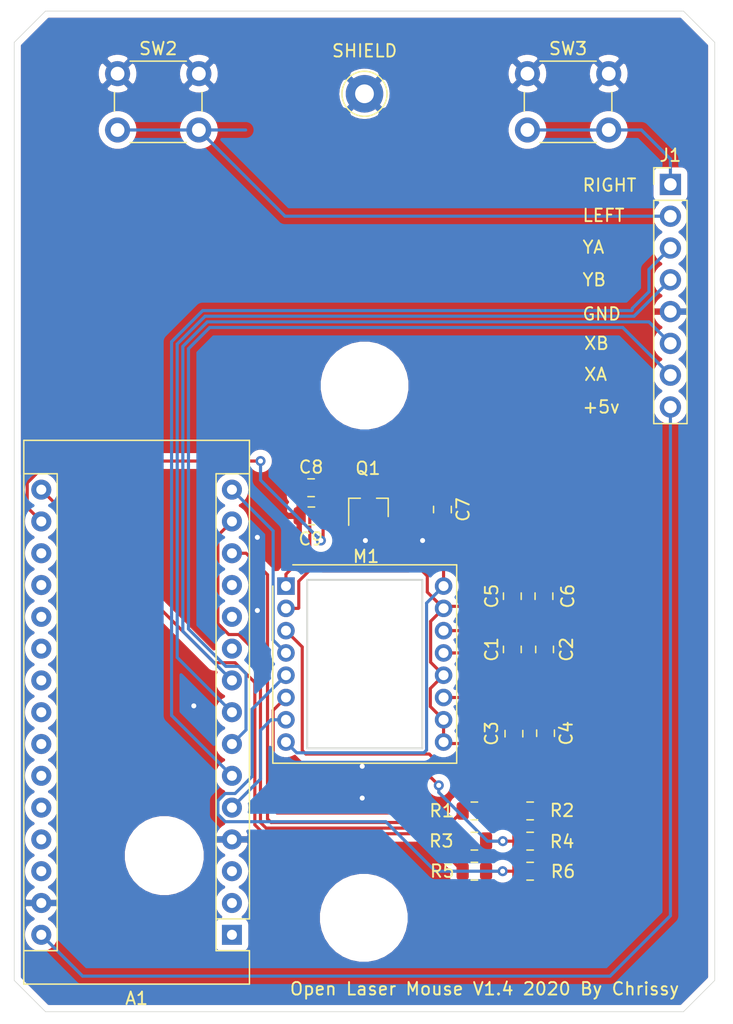
<source format=kicad_pcb>
(kicad_pcb (version 20171130) (host pcbnew "(5.1.4-0-10_14)")

  (general
    (thickness 1.6)
    (drawings 18)
    (tracks 216)
    (zones 0)
    (modules 25)
    (nets 39)
  )

  (page A4)
  (layers
    (0 F.Cu signal)
    (31 B.Cu signal)
    (32 B.Adhes user)
    (33 F.Adhes user)
    (34 B.Paste user)
    (35 F.Paste user)
    (36 B.SilkS user)
    (37 F.SilkS user)
    (38 B.Mask user)
    (39 F.Mask user)
    (40 Dwgs.User user)
    (41 Cmts.User user)
    (42 Eco1.User user)
    (43 Eco2.User user)
    (44 Edge.Cuts user)
    (45 Margin user hide)
    (46 B.CrtYd user hide)
    (47 F.CrtYd user hide)
    (48 B.Fab user hide)
    (49 F.Fab user hide)
  )

  (setup
    (last_trace_width 0.25)
    (trace_clearance 0.2)
    (zone_clearance 0.508)
    (zone_45_only no)
    (trace_min 0.2)
    (via_size 0.8)
    (via_drill 0.4)
    (via_min_size 0.4)
    (via_min_drill 0.3)
    (uvia_size 0.3)
    (uvia_drill 0.1)
    (uvias_allowed no)
    (uvia_min_size 0.2)
    (uvia_min_drill 0.1)
    (edge_width 0.05)
    (segment_width 0.2)
    (pcb_text_width 0.3)
    (pcb_text_size 1.5 1.5)
    (mod_edge_width 0.12)
    (mod_text_size 1 1)
    (mod_text_width 0.15)
    (pad_size 5.3 5.3)
    (pad_drill 5.3)
    (pad_to_mask_clearance 0.051)
    (solder_mask_min_width 0.25)
    (aux_axis_origin 0 0)
    (visible_elements FFFFFF7F)
    (pcbplotparams
      (layerselection 0x010f0_ffffffff)
      (usegerberextensions false)
      (usegerberattributes false)
      (usegerberadvancedattributes false)
      (creategerberjobfile false)
      (excludeedgelayer true)
      (linewidth 0.100000)
      (plotframeref false)
      (viasonmask false)
      (mode 1)
      (useauxorigin false)
      (hpglpennumber 1)
      (hpglpenspeed 20)
      (hpglpendiameter 15.000000)
      (psnegative false)
      (psa4output false)
      (plotreference true)
      (plotvalue false)
      (plotinvisibletext false)
      (padsonsilk true)
      (subtractmaskfromsilk false)
      (outputformat 1)
      (mirror false)
      (drillshape 0)
      (scaleselection 1)
      (outputdirectory "gerbers/"))
  )

  (net 0 "")
  (net 1 MOTION)
  (net 2 MOSI)
  (net 3 SCLK)
  (net 4 MISO)
  (net 5 NCS)
  (net 6 LASER_NEN)
  (net 7 HQ_PULSE)
  (net 8 VQ_PULSE)
  (net 9 H_PULSE)
  (net 10 V_PULSE)
  (net 11 B1_LEFT)
  (net 12 B2_RIGHT)
  (net 13 +5V)
  (net 14 GND)
  (net 15 SCLK-H)
  (net 16 MOSI-H)
  (net 17 NCS-H)
  (net 18 +3V3)
  (net 19 "Net-(A1-Pad1)")
  (net 20 "Net-(C1-Pad1)")
  (net 21 "Net-(C7-Pad2)")
  (net 22 "Net-(C7-Pad1)")
  (net 23 "Net-(A1-Pad28)")
  (net 24 "Net-(A1-Pad12)")
  (net 25 "Net-(A1-Pad27)")
  (net 26 "Net-(A1-Pad11)")
  (net 27 "Net-(A1-Pad26)")
  (net 28 "Net-(A1-Pad10)")
  (net 29 "Net-(A1-Pad25)")
  (net 30 "Net-(A1-Pad24)")
  (net 31 "Net-(A1-Pad23)")
  (net 32 "Net-(A1-Pad22)")
  (net 33 "Net-(A1-Pad21)")
  (net 34 "Net-(A1-Pad20)")
  (net 35 "Net-(A1-Pad19)")
  (net 36 "Net-(A1-Pad3)")
  (net 37 "Net-(A1-Pad18)")
  (net 38 "Net-(A1-Pad2)")

  (net_class Default "This is the default net class."
    (clearance 0.2)
    (trace_width 0.25)
    (via_dia 0.8)
    (via_drill 0.4)
    (uvia_dia 0.3)
    (uvia_drill 0.1)
    (add_net +3V3)
    (add_net +5V)
    (add_net B1_LEFT)
    (add_net B2_RIGHT)
    (add_net GND)
    (add_net HQ_PULSE)
    (add_net H_PULSE)
    (add_net LASER_NEN)
    (add_net MISO)
    (add_net MOSI)
    (add_net MOSI-H)
    (add_net MOTION)
    (add_net NCS)
    (add_net NCS-H)
    (add_net "Net-(A1-Pad1)")
    (add_net "Net-(A1-Pad10)")
    (add_net "Net-(A1-Pad11)")
    (add_net "Net-(A1-Pad12)")
    (add_net "Net-(A1-Pad18)")
    (add_net "Net-(A1-Pad19)")
    (add_net "Net-(A1-Pad2)")
    (add_net "Net-(A1-Pad20)")
    (add_net "Net-(A1-Pad21)")
    (add_net "Net-(A1-Pad22)")
    (add_net "Net-(A1-Pad23)")
    (add_net "Net-(A1-Pad24)")
    (add_net "Net-(A1-Pad25)")
    (add_net "Net-(A1-Pad26)")
    (add_net "Net-(A1-Pad27)")
    (add_net "Net-(A1-Pad28)")
    (add_net "Net-(A1-Pad3)")
    (add_net "Net-(C1-Pad1)")
    (add_net "Net-(C7-Pad1)")
    (add_net "Net-(C7-Pad2)")
    (add_net SCLK)
    (add_net SCLK-H)
    (add_net VQ_PULSE)
    (add_net V_PULSE)
  )

  (module Button_Switch_THT:SW_PUSH_6mm (layer F.Cu) (tedit 5A02FE31) (tstamp 5E36D632)
    (at 81.026 49.064)
    (descr https://www.omron.com/ecb/products/pdf/en-b3f.pdf)
    (tags "tact sw push 6mm")
    (path /5E79FF5E)
    (fp_text reference SW3 (at 3.25 -2) (layer F.SilkS)
      (effects (font (size 1 1) (thickness 0.15)))
    )
    (fp_text value RIGHT (at 3.75 6.7) (layer F.Fab)
      (effects (font (size 1 1) (thickness 0.15)))
    )
    (fp_circle (center 3.25 2.25) (end 1.25 2.5) (layer F.Fab) (width 0.1))
    (fp_line (start 6.75 3) (end 6.75 1.5) (layer F.SilkS) (width 0.12))
    (fp_line (start 5.5 -1) (end 1 -1) (layer F.SilkS) (width 0.12))
    (fp_line (start -0.25 1.5) (end -0.25 3) (layer F.SilkS) (width 0.12))
    (fp_line (start 1 5.5) (end 5.5 5.5) (layer F.SilkS) (width 0.12))
    (fp_line (start 8 -1.25) (end 8 5.75) (layer F.CrtYd) (width 0.05))
    (fp_line (start 7.75 6) (end -1.25 6) (layer F.CrtYd) (width 0.05))
    (fp_line (start -1.5 5.75) (end -1.5 -1.25) (layer F.CrtYd) (width 0.05))
    (fp_line (start -1.25 -1.5) (end 7.75 -1.5) (layer F.CrtYd) (width 0.05))
    (fp_line (start -1.5 6) (end -1.25 6) (layer F.CrtYd) (width 0.05))
    (fp_line (start -1.5 5.75) (end -1.5 6) (layer F.CrtYd) (width 0.05))
    (fp_line (start -1.5 -1.5) (end -1.25 -1.5) (layer F.CrtYd) (width 0.05))
    (fp_line (start -1.5 -1.25) (end -1.5 -1.5) (layer F.CrtYd) (width 0.05))
    (fp_line (start 8 -1.5) (end 8 -1.25) (layer F.CrtYd) (width 0.05))
    (fp_line (start 7.75 -1.5) (end 8 -1.5) (layer F.CrtYd) (width 0.05))
    (fp_line (start 8 6) (end 8 5.75) (layer F.CrtYd) (width 0.05))
    (fp_line (start 7.75 6) (end 8 6) (layer F.CrtYd) (width 0.05))
    (fp_line (start 0.25 -0.75) (end 3.25 -0.75) (layer F.Fab) (width 0.1))
    (fp_line (start 0.25 5.25) (end 0.25 -0.75) (layer F.Fab) (width 0.1))
    (fp_line (start 6.25 5.25) (end 0.25 5.25) (layer F.Fab) (width 0.1))
    (fp_line (start 6.25 -0.75) (end 6.25 5.25) (layer F.Fab) (width 0.1))
    (fp_line (start 3.25 -0.75) (end 6.25 -0.75) (layer F.Fab) (width 0.1))
    (fp_text user %R (at 3.25 2.25) (layer F.Fab)
      (effects (font (size 1 1) (thickness 0.15)))
    )
    (pad 1 thru_hole circle (at 6.5 0 90) (size 2 2) (drill 1.1) (layers *.Cu *.Mask)
      (net 14 GND))
    (pad 2 thru_hole circle (at 6.5 4.5 90) (size 2 2) (drill 1.1) (layers *.Cu *.Mask)
      (net 12 B2_RIGHT))
    (pad 1 thru_hole circle (at 0 0 90) (size 2 2) (drill 1.1) (layers *.Cu *.Mask)
      (net 14 GND))
    (pad 2 thru_hole circle (at 0 4.5 90) (size 2 2) (drill 1.1) (layers *.Cu *.Mask)
      (net 12 B2_RIGHT))
    (model ${KISYS3DMOD}/Button_Switch_THT.3dshapes/SW_PUSH_6mm.wrl
      (at (xyz 0 0 0))
      (scale (xyz 1 1 1))
      (rotate (xyz 0 0 0))
    )
  )

  (module Connector_PinHeader_2.54mm:PinHeader_1x08_P2.54mm_Vertical (layer F.Cu) (tedit 59FED5CC) (tstamp 5E35E553)
    (at 92.456 57.912)
    (descr "Through hole straight pin header, 1x08, 2.54mm pitch, single row")
    (tags "Through hole pin header THT 1x08 2.54mm single row")
    (path /5E35A0A8)
    (fp_text reference J1 (at 0 -2.33) (layer F.SilkS)
      (effects (font (size 1 1) (thickness 0.15)))
    )
    (fp_text value Amiga_Conn (at 2.4765 8.8265 90) (layer F.Fab)
      (effects (font (size 1 1) (thickness 0.15)))
    )
    (fp_text user %R (at 0 8.89 90) (layer F.Fab)
      (effects (font (size 1 1) (thickness 0.15)))
    )
    (fp_line (start 1.8 -1.8) (end -1.8 -1.8) (layer F.CrtYd) (width 0.05))
    (fp_line (start 1.8 19.55) (end 1.8 -1.8) (layer F.CrtYd) (width 0.05))
    (fp_line (start -1.8 19.55) (end 1.8 19.55) (layer F.CrtYd) (width 0.05))
    (fp_line (start -1.8 -1.8) (end -1.8 19.55) (layer F.CrtYd) (width 0.05))
    (fp_line (start -1.33 -1.33) (end 0 -1.33) (layer F.SilkS) (width 0.12))
    (fp_line (start -1.33 0) (end -1.33 -1.33) (layer F.SilkS) (width 0.12))
    (fp_line (start -1.33 1.27) (end 1.33 1.27) (layer F.SilkS) (width 0.12))
    (fp_line (start 1.33 1.27) (end 1.33 19.11) (layer F.SilkS) (width 0.12))
    (fp_line (start -1.33 1.27) (end -1.33 19.11) (layer F.SilkS) (width 0.12))
    (fp_line (start -1.33 19.11) (end 1.33 19.11) (layer F.SilkS) (width 0.12))
    (fp_line (start -1.27 -0.635) (end -0.635 -1.27) (layer F.Fab) (width 0.1))
    (fp_line (start -1.27 19.05) (end -1.27 -0.635) (layer F.Fab) (width 0.1))
    (fp_line (start 1.27 19.05) (end -1.27 19.05) (layer F.Fab) (width 0.1))
    (fp_line (start 1.27 -1.27) (end 1.27 19.05) (layer F.Fab) (width 0.1))
    (fp_line (start -0.635 -1.27) (end 1.27 -1.27) (layer F.Fab) (width 0.1))
    (pad 8 thru_hole oval (at 0 17.78) (size 1.7 1.7) (drill 1) (layers *.Cu *.Mask)
      (net 13 +5V))
    (pad 7 thru_hole oval (at 0 15.24) (size 1.7 1.7) (drill 1) (layers *.Cu *.Mask)
      (net 9 H_PULSE))
    (pad 6 thru_hole oval (at 0 12.7) (size 1.7 1.7) (drill 1) (layers *.Cu *.Mask)
      (net 7 HQ_PULSE))
    (pad 5 thru_hole oval (at 0 10.16) (size 1.7 1.7) (drill 1) (layers *.Cu *.Mask)
      (net 14 GND))
    (pad 4 thru_hole oval (at 0 7.62) (size 1.7 1.7) (drill 1) (layers *.Cu *.Mask)
      (net 8 VQ_PULSE))
    (pad 3 thru_hole oval (at 0 5.08) (size 1.7 1.7) (drill 1) (layers *.Cu *.Mask)
      (net 10 V_PULSE))
    (pad 2 thru_hole oval (at 0 2.54) (size 1.7 1.7) (drill 1) (layers *.Cu *.Mask)
      (net 11 B1_LEFT))
    (pad 1 thru_hole rect (at 0 0) (size 1.7 1.7) (drill 1) (layers *.Cu *.Mask)
      (net 12 B2_RIGHT))
    (model ${KISYS3DMOD}/Connector_PinHeader_2.54mm.3dshapes/PinHeader_1x08_P2.54mm_Vertical.wrl
      (at (xyz 0 0 0))
      (scale (xyz 1 1 1))
      (rotate (xyz 0 0 0))
    )
  )

  (module Button_Switch_THT:SW_PUSH_6mm (layer F.Cu) (tedit 5A02FE31) (tstamp 5E36D613)
    (at 48.26 49.064)
    (descr https://www.omron.com/ecb/products/pdf/en-b3f.pdf)
    (tags "tact sw push 6mm")
    (path /5E7907F8)
    (fp_text reference SW2 (at 3.25 -2) (layer F.SilkS)
      (effects (font (size 1 1) (thickness 0.15)))
    )
    (fp_text value LEFT (at 3.75 6.7) (layer F.Fab)
      (effects (font (size 1 1) (thickness 0.15)))
    )
    (fp_circle (center 3.25 2.25) (end 1.25 2.5) (layer F.Fab) (width 0.1))
    (fp_line (start 6.75 3) (end 6.75 1.5) (layer F.SilkS) (width 0.12))
    (fp_line (start 5.5 -1) (end 1 -1) (layer F.SilkS) (width 0.12))
    (fp_line (start -0.25 1.5) (end -0.25 3) (layer F.SilkS) (width 0.12))
    (fp_line (start 1 5.5) (end 5.5 5.5) (layer F.SilkS) (width 0.12))
    (fp_line (start 8 -1.25) (end 8 5.75) (layer F.CrtYd) (width 0.05))
    (fp_line (start 7.75 6) (end -1.25 6) (layer F.CrtYd) (width 0.05))
    (fp_line (start -1.5 5.75) (end -1.5 -1.25) (layer F.CrtYd) (width 0.05))
    (fp_line (start -1.25 -1.5) (end 7.75 -1.5) (layer F.CrtYd) (width 0.05))
    (fp_line (start -1.5 6) (end -1.25 6) (layer F.CrtYd) (width 0.05))
    (fp_line (start -1.5 5.75) (end -1.5 6) (layer F.CrtYd) (width 0.05))
    (fp_line (start -1.5 -1.5) (end -1.25 -1.5) (layer F.CrtYd) (width 0.05))
    (fp_line (start -1.5 -1.25) (end -1.5 -1.5) (layer F.CrtYd) (width 0.05))
    (fp_line (start 8 -1.5) (end 8 -1.25) (layer F.CrtYd) (width 0.05))
    (fp_line (start 7.75 -1.5) (end 8 -1.5) (layer F.CrtYd) (width 0.05))
    (fp_line (start 8 6) (end 8 5.75) (layer F.CrtYd) (width 0.05))
    (fp_line (start 7.75 6) (end 8 6) (layer F.CrtYd) (width 0.05))
    (fp_line (start 0.25 -0.75) (end 3.25 -0.75) (layer F.Fab) (width 0.1))
    (fp_line (start 0.25 5.25) (end 0.25 -0.75) (layer F.Fab) (width 0.1))
    (fp_line (start 6.25 5.25) (end 0.25 5.25) (layer F.Fab) (width 0.1))
    (fp_line (start 6.25 -0.75) (end 6.25 5.25) (layer F.Fab) (width 0.1))
    (fp_line (start 3.25 -0.75) (end 6.25 -0.75) (layer F.Fab) (width 0.1))
    (fp_text user %R (at 3.241499 2.284999) (layer F.Fab)
      (effects (font (size 1 1) (thickness 0.15)))
    )
    (pad 1 thru_hole circle (at 6.5 0 90) (size 2 2) (drill 1.1) (layers *.Cu *.Mask)
      (net 14 GND))
    (pad 2 thru_hole circle (at 6.5 4.5 90) (size 2 2) (drill 1.1) (layers *.Cu *.Mask)
      (net 11 B1_LEFT))
    (pad 1 thru_hole circle (at 0 0 90) (size 2 2) (drill 1.1) (layers *.Cu *.Mask)
      (net 14 GND))
    (pad 2 thru_hole circle (at 0 4.5 90) (size 2 2) (drill 1.1) (layers *.Cu *.Mask)
      (net 11 B1_LEFT))
    (model ${KISYS3DMOD}/Button_Switch_THT.3dshapes/SW_PUSH_6mm.wrl
      (at (xyz 0 0 0))
      (scale (xyz 1 1 1))
      (rotate (xyz 0 0 0))
    )
  )

  (module Module:Arduino_Nano (layer F.Cu) (tedit 58ACAF70) (tstamp 5E8A2430)
    (at 57.404 117.856 180)
    (descr "Arduino Nano, http://www.mouser.com/pdfdocs/Gravitech_Arduino_Nano3_0.pdf")
    (tags "Arduino Nano")
    (path /5E8A1763)
    (fp_text reference A1 (at 7.62 -5.08 180) (layer F.SilkS)
      (effects (font (size 1 1) (thickness 0.15)))
    )
    (fp_text value Arduino_Nano_v3.x (at 8.89 19.05 270) (layer F.Fab)
      (effects (font (size 1 1) (thickness 0.15)))
    )
    (fp_line (start 16.75 42.16) (end -1.53 42.16) (layer F.CrtYd) (width 0.05))
    (fp_line (start 16.75 42.16) (end 16.75 -4.06) (layer F.CrtYd) (width 0.05))
    (fp_line (start -1.53 -4.06) (end -1.53 42.16) (layer F.CrtYd) (width 0.05))
    (fp_line (start -1.53 -4.06) (end 16.75 -4.06) (layer F.CrtYd) (width 0.05))
    (fp_line (start 16.51 -3.81) (end 16.51 39.37) (layer F.Fab) (width 0.1))
    (fp_line (start 0 -3.81) (end 16.51 -3.81) (layer F.Fab) (width 0.1))
    (fp_line (start -1.27 -2.54) (end 0 -3.81) (layer F.Fab) (width 0.1))
    (fp_line (start -1.27 39.37) (end -1.27 -2.54) (layer F.Fab) (width 0.1))
    (fp_line (start 16.51 39.37) (end -1.27 39.37) (layer F.Fab) (width 0.1))
    (fp_line (start 16.64 -3.94) (end -1.4 -3.94) (layer F.SilkS) (width 0.12))
    (fp_line (start 16.64 39.5) (end 16.64 -3.94) (layer F.SilkS) (width 0.12))
    (fp_line (start -1.4 39.5) (end 16.64 39.5) (layer F.SilkS) (width 0.12))
    (fp_line (start 3.81 41.91) (end 3.81 31.75) (layer F.Fab) (width 0.1))
    (fp_line (start 11.43 41.91) (end 3.81 41.91) (layer F.Fab) (width 0.1))
    (fp_line (start 11.43 31.75) (end 11.43 41.91) (layer F.Fab) (width 0.1))
    (fp_line (start 3.81 31.75) (end 11.43 31.75) (layer F.Fab) (width 0.1))
    (fp_line (start 1.27 36.83) (end -1.4 36.83) (layer F.SilkS) (width 0.12))
    (fp_line (start 1.27 1.27) (end 1.27 36.83) (layer F.SilkS) (width 0.12))
    (fp_line (start 1.27 1.27) (end -1.4 1.27) (layer F.SilkS) (width 0.12))
    (fp_line (start 13.97 36.83) (end 16.64 36.83) (layer F.SilkS) (width 0.12))
    (fp_line (start 13.97 -1.27) (end 13.97 36.83) (layer F.SilkS) (width 0.12))
    (fp_line (start 13.97 -1.27) (end 16.64 -1.27) (layer F.SilkS) (width 0.12))
    (fp_line (start -1.4 -3.94) (end -1.4 -1.27) (layer F.SilkS) (width 0.12))
    (fp_line (start -1.4 1.27) (end -1.4 39.5) (layer F.SilkS) (width 0.12))
    (fp_line (start 1.27 -1.27) (end -1.4 -1.27) (layer F.SilkS) (width 0.12))
    (fp_line (start 1.27 1.27) (end 1.27 -1.27) (layer F.SilkS) (width 0.12))
    (fp_text user %R (at 6.35 19.05 270) (layer F.Fab)
      (effects (font (size 1 1) (thickness 0.15)))
    )
    (pad 16 thru_hole oval (at 15.24 35.56 180) (size 1.6 1.6) (drill 0.8) (layers *.Cu *.Mask)
      (net 15 SCLK-H))
    (pad 15 thru_hole oval (at 0 35.56 180) (size 1.6 1.6) (drill 0.8) (layers *.Cu *.Mask)
      (net 4 MISO))
    (pad 30 thru_hole oval (at 15.24 0 180) (size 1.6 1.6) (drill 0.8) (layers *.Cu *.Mask)
      (net 13 +5V))
    (pad 14 thru_hole oval (at 0 33.02 180) (size 1.6 1.6) (drill 0.8) (layers *.Cu *.Mask)
      (net 16 MOSI-H))
    (pad 29 thru_hole oval (at 15.24 2.54 180) (size 1.6 1.6) (drill 0.8) (layers *.Cu *.Mask)
      (net 14 GND))
    (pad 13 thru_hole oval (at 0 30.48 180) (size 1.6 1.6) (drill 0.8) (layers *.Cu *.Mask)
      (net 17 NCS-H))
    (pad 28 thru_hole oval (at 15.24 5.08 180) (size 1.6 1.6) (drill 0.8) (layers *.Cu *.Mask)
      (net 23 "Net-(A1-Pad28)"))
    (pad 12 thru_hole oval (at 0 27.94 180) (size 1.6 1.6) (drill 0.8) (layers *.Cu *.Mask)
      (net 24 "Net-(A1-Pad12)"))
    (pad 27 thru_hole oval (at 15.24 7.62 180) (size 1.6 1.6) (drill 0.8) (layers *.Cu *.Mask)
      (net 25 "Net-(A1-Pad27)"))
    (pad 11 thru_hole oval (at 0 25.4 180) (size 1.6 1.6) (drill 0.8) (layers *.Cu *.Mask)
      (net 26 "Net-(A1-Pad11)"))
    (pad 26 thru_hole oval (at 15.24 10.16 180) (size 1.6 1.6) (drill 0.8) (layers *.Cu *.Mask)
      (net 27 "Net-(A1-Pad26)"))
    (pad 10 thru_hole oval (at 0 22.86 180) (size 1.6 1.6) (drill 0.8) (layers *.Cu *.Mask)
      (net 28 "Net-(A1-Pad10)"))
    (pad 25 thru_hole oval (at 15.24 12.7 180) (size 1.6 1.6) (drill 0.8) (layers *.Cu *.Mask)
      (net 29 "Net-(A1-Pad25)"))
    (pad 9 thru_hole oval (at 0 20.32 180) (size 1.6 1.6) (drill 0.8) (layers *.Cu *.Mask)
      (net 7 HQ_PULSE))
    (pad 24 thru_hole oval (at 15.24 15.24 180) (size 1.6 1.6) (drill 0.8) (layers *.Cu *.Mask)
      (net 30 "Net-(A1-Pad24)"))
    (pad 8 thru_hole oval (at 0 17.78 180) (size 1.6 1.6) (drill 0.8) (layers *.Cu *.Mask)
      (net 8 VQ_PULSE))
    (pad 23 thru_hole oval (at 15.24 17.78 180) (size 1.6 1.6) (drill 0.8) (layers *.Cu *.Mask)
      (net 31 "Net-(A1-Pad23)"))
    (pad 7 thru_hole oval (at 0 15.24 180) (size 1.6 1.6) (drill 0.8) (layers *.Cu *.Mask)
      (net 9 H_PULSE))
    (pad 22 thru_hole oval (at 15.24 20.32 180) (size 1.6 1.6) (drill 0.8) (layers *.Cu *.Mask)
      (net 32 "Net-(A1-Pad22)"))
    (pad 6 thru_hole oval (at 0 12.7 180) (size 1.6 1.6) (drill 0.8) (layers *.Cu *.Mask)
      (net 10 V_PULSE))
    (pad 21 thru_hole oval (at 15.24 22.86 180) (size 1.6 1.6) (drill 0.8) (layers *.Cu *.Mask)
      (net 33 "Net-(A1-Pad21)"))
    (pad 5 thru_hole oval (at 0 10.16 180) (size 1.6 1.6) (drill 0.8) (layers *.Cu *.Mask)
      (net 1 MOTION))
    (pad 20 thru_hole oval (at 15.24 25.4 180) (size 1.6 1.6) (drill 0.8) (layers *.Cu *.Mask)
      (net 34 "Net-(A1-Pad20)"))
    (pad 4 thru_hole oval (at 0 7.62 180) (size 1.6 1.6) (drill 0.8) (layers *.Cu *.Mask)
      (net 14 GND))
    (pad 19 thru_hole oval (at 15.24 27.94 180) (size 1.6 1.6) (drill 0.8) (layers *.Cu *.Mask)
      (net 35 "Net-(A1-Pad19)"))
    (pad 3 thru_hole oval (at 0 5.08 180) (size 1.6 1.6) (drill 0.8) (layers *.Cu *.Mask)
      (net 36 "Net-(A1-Pad3)"))
    (pad 18 thru_hole oval (at 15.24 30.48 180) (size 1.6 1.6) (drill 0.8) (layers *.Cu *.Mask)
      (net 37 "Net-(A1-Pad18)"))
    (pad 2 thru_hole oval (at 0 2.54 180) (size 1.6 1.6) (drill 0.8) (layers *.Cu *.Mask)
      (net 38 "Net-(A1-Pad2)"))
    (pad 17 thru_hole oval (at 15.24 33.02 180) (size 1.6 1.6) (drill 0.8) (layers *.Cu *.Mask)
      (net 18 +3V3))
    (pad 1 thru_hole rect (at 0 0 180) (size 1.6 1.6) (drill 0.8) (layers *.Cu *.Mask)
      (net 19 "Net-(A1-Pad1)"))
    (model ${KISYS3DMOD}/Module.3dshapes/Arduino_Nano_WithMountingHoles.wrl
      (at (xyz 0 0 0))
      (scale (xyz 1 1 1))
      (rotate (xyz 0 0 0))
    )
  )

  (module MountingHole:MountingHole_5.3mm_M5 (layer F.Cu) (tedit 5FA4133D) (tstamp 5FA419F3)
    (at 51.9938 111.5314)
    (descr "Mounting Hole 5.3mm, no annular, M5")
    (tags "mounting hole 5.3mm no annular m5")
    (path /5FA47D13)
    (attr virtual)
    (fp_text reference MH3 (at 0 -6.3) (layer F.SilkS) hide
      (effects (font (size 1 1) (thickness 0.15)))
    )
    (fp_text value "Mouse Hole 3" (at 0 6.3) (layer F.Fab) hide
      (effects (font (size 1 1) (thickness 0.15)))
    )
    (fp_text user %R (at 0.3 0) (layer F.Fab) hide
      (effects (font (size 1 1) (thickness 0.15)))
    )
    (pad "" np_thru_hole circle (at 0 0) (size 5.3 5.3) (drill 5.3) (layers *.Cu *.Mask))
  )

  (module MountingHole:MountingHole_5.3mm_M5 (layer F.Cu) (tedit 5F5DE1AE) (tstamp 5E87420C)
    (at 68.0085 73.9775)
    (descr "Mounting Hole 5.3mm, no annular, M5")
    (tags "mounting hole 5.3mm no annular m5")
    (path /5E87CED7)
    (attr virtual)
    (fp_text reference MH1 (at 0 -3.556) (layer F.SilkS) hide
      (effects (font (size 1 1) (thickness 0.15)))
    )
    (fp_text value "Mouse Hole 1" (at 0 3.429) (layer F.Fab) hide
      (effects (font (size 1 1) (thickness 0.15)))
    )
    (fp_text user %R (at 0.3 0) (layer F.Fab) hide
      (effects (font (size 1 1) (thickness 0.15)))
    )
    (pad "" np_thru_hole circle (at 0 0) (size 6 6) (drill 6) (layers *.Cu *.Mask))
  )

  (module MountingHole:MountingHole_5.3mm_M5 (layer F.Cu) (tedit 5F5DE19F) (tstamp 5E874214)
    (at 67.945 116.5)
    (descr "Mounting Hole 5.3mm, no annular, M5")
    (tags "mounting hole 5.3mm no annular m5")
    (path /5E882EDD)
    (attr virtual)
    (fp_text reference MH2 (at 0 -3.429) (layer F.SilkS) hide
      (effects (font (size 1 1) (thickness 0.15)))
    )
    (fp_text value "Mouse Hole 2" (at 0 3.429) (layer F.Fab) hide
      (effects (font (size 1 1) (thickness 0.15)))
    )
    (fp_text user %R (at 0.3 0) (layer F.Fab) hide
      (effects (font (size 1 1) (thickness 0.15)))
    )
    (pad "" np_thru_hole circle (at 0 0) (size 6 6) (drill 6) (layers *.Cu *.Mask))
  )

  (module Resistor_SMD:R_0805_2012Metric (layer F.Cu) (tedit 5B36C52B) (tstamp 5E8A2674)
    (at 81.2419 112.776 180)
    (descr "Resistor SMD 0805 (2012 Metric), square (rectangular) end terminal, IPC_7351 nominal, (Body size source: https://docs.google.com/spreadsheets/d/1BsfQQcO9C6DZCsRaXUlFlo91Tg2WpOkGARC1WS5S8t0/edit?usp=sharing), generated with kicad-footprint-generator")
    (tags resistor)
    (path /5E99E209)
    (attr smd)
    (fp_text reference R6 (at -2.6289 -0.0254) (layer F.SilkS)
      (effects (font (size 1 1) (thickness 0.15)))
    )
    (fp_text value 3.3K (at 0 1.65) (layer F.Fab)
      (effects (font (size 1 1) (thickness 0.15)))
    )
    (fp_text user %R (at 0 0) (layer F.Fab)
      (effects (font (size 0.5 0.5) (thickness 0.08)))
    )
    (fp_line (start 1.68 0.95) (end -1.68 0.95) (layer F.CrtYd) (width 0.05))
    (fp_line (start 1.68 -0.95) (end 1.68 0.95) (layer F.CrtYd) (width 0.05))
    (fp_line (start -1.68 -0.95) (end 1.68 -0.95) (layer F.CrtYd) (width 0.05))
    (fp_line (start -1.68 0.95) (end -1.68 -0.95) (layer F.CrtYd) (width 0.05))
    (fp_line (start -0.258578 0.71) (end 0.258578 0.71) (layer F.SilkS) (width 0.12))
    (fp_line (start -0.258578 -0.71) (end 0.258578 -0.71) (layer F.SilkS) (width 0.12))
    (fp_line (start 1 0.6) (end -1 0.6) (layer F.Fab) (width 0.1))
    (fp_line (start 1 -0.6) (end 1 0.6) (layer F.Fab) (width 0.1))
    (fp_line (start -1 -0.6) (end 1 -0.6) (layer F.Fab) (width 0.1))
    (fp_line (start -1 0.6) (end -1 -0.6) (layer F.Fab) (width 0.1))
    (pad 2 smd roundrect (at 0.9375 0 180) (size 0.975 1.4) (layers F.Cu F.Paste F.Mask) (roundrect_rratio 0.25)
      (net 3 SCLK))
    (pad 1 smd roundrect (at -0.9375 0 180) (size 0.975 1.4) (layers F.Cu F.Paste F.Mask) (roundrect_rratio 0.25)
      (net 14 GND))
    (model ${KISYS3DMOD}/Resistor_SMD.3dshapes/R_0805_2012Metric.wrl
      (at (xyz 0 0 0))
      (scale (xyz 1 1 1))
      (rotate (xyz 0 0 0))
    )
  )

  (module Resistor_SMD:R_0805_2012Metric (layer F.Cu) (tedit 5B36C52B) (tstamp 5E8A2663)
    (at 76.7842 112.776 180)
    (descr "Resistor SMD 0805 (2012 Metric), square (rectangular) end terminal, IPC_7351 nominal, (Body size source: https://docs.google.com/spreadsheets/d/1BsfQQcO9C6DZCsRaXUlFlo91Tg2WpOkGARC1WS5S8t0/edit?usp=sharing), generated with kicad-footprint-generator")
    (tags resistor)
    (path /5E99E202)
    (attr smd)
    (fp_text reference R5 (at 2.5654 0) (layer F.SilkS)
      (effects (font (size 1 1) (thickness 0.15)))
    )
    (fp_text value 1.8K (at 0 1.65) (layer F.Fab)
      (effects (font (size 1 1) (thickness 0.15)))
    )
    (fp_text user %R (at 0 0) (layer F.Fab)
      (effects (font (size 0.5 0.5) (thickness 0.08)))
    )
    (fp_line (start 1.68 0.95) (end -1.68 0.95) (layer F.CrtYd) (width 0.05))
    (fp_line (start 1.68 -0.95) (end 1.68 0.95) (layer F.CrtYd) (width 0.05))
    (fp_line (start -1.68 -0.95) (end 1.68 -0.95) (layer F.CrtYd) (width 0.05))
    (fp_line (start -1.68 0.95) (end -1.68 -0.95) (layer F.CrtYd) (width 0.05))
    (fp_line (start -0.258578 0.71) (end 0.258578 0.71) (layer F.SilkS) (width 0.12))
    (fp_line (start -0.258578 -0.71) (end 0.258578 -0.71) (layer F.SilkS) (width 0.12))
    (fp_line (start 1 0.6) (end -1 0.6) (layer F.Fab) (width 0.1))
    (fp_line (start 1 -0.6) (end 1 0.6) (layer F.Fab) (width 0.1))
    (fp_line (start -1 -0.6) (end 1 -0.6) (layer F.Fab) (width 0.1))
    (fp_line (start -1 0.6) (end -1 -0.6) (layer F.Fab) (width 0.1))
    (pad 2 smd roundrect (at 0.9375 0 180) (size 0.975 1.4) (layers F.Cu F.Paste F.Mask) (roundrect_rratio 0.25)
      (net 15 SCLK-H))
    (pad 1 smd roundrect (at -0.9375 0 180) (size 0.975 1.4) (layers F.Cu F.Paste F.Mask) (roundrect_rratio 0.25)
      (net 3 SCLK))
    (model ${KISYS3DMOD}/Resistor_SMD.3dshapes/R_0805_2012Metric.wrl
      (at (xyz 0 0 0))
      (scale (xyz 1 1 1))
      (rotate (xyz 0 0 0))
    )
  )

  (module Resistor_SMD:R_0805_2012Metric (layer F.Cu) (tedit 5B36C52B) (tstamp 5E8A2652)
    (at 81.2419 110.3752 180)
    (descr "Resistor SMD 0805 (2012 Metric), square (rectangular) end terminal, IPC_7351 nominal, (Body size source: https://docs.google.com/spreadsheets/d/1BsfQQcO9C6DZCsRaXUlFlo91Tg2WpOkGARC1WS5S8t0/edit?usp=sharing), generated with kicad-footprint-generator")
    (tags resistor)
    (path /5E9998C3)
    (attr smd)
    (fp_text reference R4 (at -2.5527 -0.0386) (layer F.SilkS)
      (effects (font (size 1 1) (thickness 0.15)))
    )
    (fp_text value 3.3K (at 0 1.65) (layer F.Fab)
      (effects (font (size 1 1) (thickness 0.15)))
    )
    (fp_text user %R (at 0 0) (layer F.Fab)
      (effects (font (size 0.5 0.5) (thickness 0.08)))
    )
    (fp_line (start 1.68 0.95) (end -1.68 0.95) (layer F.CrtYd) (width 0.05))
    (fp_line (start 1.68 -0.95) (end 1.68 0.95) (layer F.CrtYd) (width 0.05))
    (fp_line (start -1.68 -0.95) (end 1.68 -0.95) (layer F.CrtYd) (width 0.05))
    (fp_line (start -1.68 0.95) (end -1.68 -0.95) (layer F.CrtYd) (width 0.05))
    (fp_line (start -0.258578 0.71) (end 0.258578 0.71) (layer F.SilkS) (width 0.12))
    (fp_line (start -0.258578 -0.71) (end 0.258578 -0.71) (layer F.SilkS) (width 0.12))
    (fp_line (start 1 0.6) (end -1 0.6) (layer F.Fab) (width 0.1))
    (fp_line (start 1 -0.6) (end 1 0.6) (layer F.Fab) (width 0.1))
    (fp_line (start -1 -0.6) (end 1 -0.6) (layer F.Fab) (width 0.1))
    (fp_line (start -1 0.6) (end -1 -0.6) (layer F.Fab) (width 0.1))
    (pad 2 smd roundrect (at 0.9375 0 180) (size 0.975 1.4) (layers F.Cu F.Paste F.Mask) (roundrect_rratio 0.25)
      (net 2 MOSI))
    (pad 1 smd roundrect (at -0.9375 0 180) (size 0.975 1.4) (layers F.Cu F.Paste F.Mask) (roundrect_rratio 0.25)
      (net 14 GND))
    (model ${KISYS3DMOD}/Resistor_SMD.3dshapes/R_0805_2012Metric.wrl
      (at (xyz 0 0 0))
      (scale (xyz 1 1 1))
      (rotate (xyz 0 0 0))
    )
  )

  (module Resistor_SMD:R_0805_2012Metric (layer F.Cu) (tedit 5B36C52B) (tstamp 5E8A2641)
    (at 76.7842 110.3752 180)
    (descr "Resistor SMD 0805 (2012 Metric), square (rectangular) end terminal, IPC_7351 nominal, (Body size source: https://docs.google.com/spreadsheets/d/1BsfQQcO9C6DZCsRaXUlFlo91Tg2WpOkGARC1WS5S8t0/edit?usp=sharing), generated with kicad-footprint-generator")
    (tags resistor)
    (path /5E9998BC)
    (attr smd)
    (fp_text reference R3 (at 2.6416 0.0122) (layer F.SilkS)
      (effects (font (size 1 1) (thickness 0.15)))
    )
    (fp_text value 1.8K (at 0 1.65) (layer F.Fab)
      (effects (font (size 1 1) (thickness 0.15)))
    )
    (fp_text user %R (at 0 0) (layer F.Fab)
      (effects (font (size 0.5 0.5) (thickness 0.08)))
    )
    (fp_line (start 1.68 0.95) (end -1.68 0.95) (layer F.CrtYd) (width 0.05))
    (fp_line (start 1.68 -0.95) (end 1.68 0.95) (layer F.CrtYd) (width 0.05))
    (fp_line (start -1.68 -0.95) (end 1.68 -0.95) (layer F.CrtYd) (width 0.05))
    (fp_line (start -1.68 0.95) (end -1.68 -0.95) (layer F.CrtYd) (width 0.05))
    (fp_line (start -0.258578 0.71) (end 0.258578 0.71) (layer F.SilkS) (width 0.12))
    (fp_line (start -0.258578 -0.71) (end 0.258578 -0.71) (layer F.SilkS) (width 0.12))
    (fp_line (start 1 0.6) (end -1 0.6) (layer F.Fab) (width 0.1))
    (fp_line (start 1 -0.6) (end 1 0.6) (layer F.Fab) (width 0.1))
    (fp_line (start -1 -0.6) (end 1 -0.6) (layer F.Fab) (width 0.1))
    (fp_line (start -1 0.6) (end -1 -0.6) (layer F.Fab) (width 0.1))
    (pad 2 smd roundrect (at 0.9375 0 180) (size 0.975 1.4) (layers F.Cu F.Paste F.Mask) (roundrect_rratio 0.25)
      (net 16 MOSI-H))
    (pad 1 smd roundrect (at -0.9375 0 180) (size 0.975 1.4) (layers F.Cu F.Paste F.Mask) (roundrect_rratio 0.25)
      (net 2 MOSI))
    (model ${KISYS3DMOD}/Resistor_SMD.3dshapes/R_0805_2012Metric.wrl
      (at (xyz 0 0 0))
      (scale (xyz 1 1 1))
      (rotate (xyz 0 0 0))
    )
  )

  (module Resistor_SMD:R_0805_2012Metric (layer F.Cu) (tedit 5B36C52B) (tstamp 5E8A2630)
    (at 81.2419 107.9622 180)
    (descr "Resistor SMD 0805 (2012 Metric), square (rectangular) end terminal, IPC_7351 nominal, (Body size source: https://docs.google.com/spreadsheets/d/1BsfQQcO9C6DZCsRaXUlFlo91Tg2WpOkGARC1WS5S8t0/edit?usp=sharing), generated with kicad-footprint-generator")
    (tags resistor)
    (path /5E97F2F0)
    (attr smd)
    (fp_text reference R2 (at -2.5527 0.0376) (layer F.SilkS)
      (effects (font (size 1 1) (thickness 0.15)))
    )
    (fp_text value 3.3K (at 0 1.65) (layer F.Fab)
      (effects (font (size 1 1) (thickness 0.15)))
    )
    (fp_text user %R (at 0 0) (layer F.Fab)
      (effects (font (size 0.5 0.5) (thickness 0.08)))
    )
    (fp_line (start 1.68 0.95) (end -1.68 0.95) (layer F.CrtYd) (width 0.05))
    (fp_line (start 1.68 -0.95) (end 1.68 0.95) (layer F.CrtYd) (width 0.05))
    (fp_line (start -1.68 -0.95) (end 1.68 -0.95) (layer F.CrtYd) (width 0.05))
    (fp_line (start -1.68 0.95) (end -1.68 -0.95) (layer F.CrtYd) (width 0.05))
    (fp_line (start -0.258578 0.71) (end 0.258578 0.71) (layer F.SilkS) (width 0.12))
    (fp_line (start -0.258578 -0.71) (end 0.258578 -0.71) (layer F.SilkS) (width 0.12))
    (fp_line (start 1 0.6) (end -1 0.6) (layer F.Fab) (width 0.1))
    (fp_line (start 1 -0.6) (end 1 0.6) (layer F.Fab) (width 0.1))
    (fp_line (start -1 -0.6) (end 1 -0.6) (layer F.Fab) (width 0.1))
    (fp_line (start -1 0.6) (end -1 -0.6) (layer F.Fab) (width 0.1))
    (pad 2 smd roundrect (at 0.9375 0 180) (size 0.975 1.4) (layers F.Cu F.Paste F.Mask) (roundrect_rratio 0.25)
      (net 5 NCS))
    (pad 1 smd roundrect (at -0.9375 0 180) (size 0.975 1.4) (layers F.Cu F.Paste F.Mask) (roundrect_rratio 0.25)
      (net 14 GND))
    (model ${KISYS3DMOD}/Resistor_SMD.3dshapes/R_0805_2012Metric.wrl
      (at (xyz 0 0 0))
      (scale (xyz 1 1 1))
      (rotate (xyz 0 0 0))
    )
  )

  (module Resistor_SMD:R_0805_2012Metric (layer F.Cu) (tedit 5B36C52B) (tstamp 5E8A261F)
    (at 76.7842 107.9622 180)
    (descr "Resistor SMD 0805 (2012 Metric), square (rectangular) end terminal, IPC_7351 nominal, (Body size source: https://docs.google.com/spreadsheets/d/1BsfQQcO9C6DZCsRaXUlFlo91Tg2WpOkGARC1WS5S8t0/edit?usp=sharing), generated with kicad-footprint-generator")
    (tags resistor)
    (path /5E96FD1A)
    (attr smd)
    (fp_text reference R1 (at 2.6162 0.0122) (layer F.SilkS)
      (effects (font (size 1 1) (thickness 0.15)))
    )
    (fp_text value 1.8K (at 0 1.65) (layer F.Fab)
      (effects (font (size 1 1) (thickness 0.15)))
    )
    (fp_text user %R (at 0 0) (layer F.Fab)
      (effects (font (size 0.5 0.5) (thickness 0.08)))
    )
    (fp_line (start 1.68 0.95) (end -1.68 0.95) (layer F.CrtYd) (width 0.05))
    (fp_line (start 1.68 -0.95) (end 1.68 0.95) (layer F.CrtYd) (width 0.05))
    (fp_line (start -1.68 -0.95) (end 1.68 -0.95) (layer F.CrtYd) (width 0.05))
    (fp_line (start -1.68 0.95) (end -1.68 -0.95) (layer F.CrtYd) (width 0.05))
    (fp_line (start -0.258578 0.71) (end 0.258578 0.71) (layer F.SilkS) (width 0.12))
    (fp_line (start -0.258578 -0.71) (end 0.258578 -0.71) (layer F.SilkS) (width 0.12))
    (fp_line (start 1 0.6) (end -1 0.6) (layer F.Fab) (width 0.1))
    (fp_line (start 1 -0.6) (end 1 0.6) (layer F.Fab) (width 0.1))
    (fp_line (start -1 -0.6) (end 1 -0.6) (layer F.Fab) (width 0.1))
    (fp_line (start -1 0.6) (end -1 -0.6) (layer F.Fab) (width 0.1))
    (pad 2 smd roundrect (at 0.9375 0 180) (size 0.975 1.4) (layers F.Cu F.Paste F.Mask) (roundrect_rratio 0.25)
      (net 17 NCS-H))
    (pad 1 smd roundrect (at -0.9375 0 180) (size 0.975 1.4) (layers F.Cu F.Paste F.Mask) (roundrect_rratio 0.25)
      (net 5 NCS))
    (model ${KISYS3DMOD}/Resistor_SMD.3dshapes/R_0805_2012Metric.wrl
      (at (xyz 0 0 0))
      (scale (xyz 1 1 1))
      (rotate (xyz 0 0 0))
    )
  )

  (module Package_TO_SOT_SMD:SOT-23 (layer F.Cu) (tedit 5A02FF57) (tstamp 5E35D8E3)
    (at 68.318 83.7415 90)
    (descr "SOT-23, Standard")
    (tags SOT-23)
    (path /5DDFF168)
    (attr smd)
    (fp_text reference Q1 (at 3.1473 -0.0428 180) (layer F.SilkS)
      (effects (font (size 1 1) (thickness 0.15)))
    )
    (fp_text value IRLML6302TRPBF (at 0 2.5 90) (layer F.Fab)
      (effects (font (size 1 1) (thickness 0.15)))
    )
    (fp_line (start 0.76 1.58) (end -0.7 1.58) (layer F.SilkS) (width 0.12))
    (fp_line (start 0.76 -1.58) (end -1.4 -1.58) (layer F.SilkS) (width 0.12))
    (fp_line (start -1.7 1.75) (end -1.7 -1.75) (layer F.CrtYd) (width 0.05))
    (fp_line (start 1.7 1.75) (end -1.7 1.75) (layer F.CrtYd) (width 0.05))
    (fp_line (start 1.7 -1.75) (end 1.7 1.75) (layer F.CrtYd) (width 0.05))
    (fp_line (start -1.7 -1.75) (end 1.7 -1.75) (layer F.CrtYd) (width 0.05))
    (fp_line (start 0.76 -1.58) (end 0.76 -0.65) (layer F.SilkS) (width 0.12))
    (fp_line (start 0.76 1.58) (end 0.76 0.65) (layer F.SilkS) (width 0.12))
    (fp_line (start -0.7 1.52) (end 0.7 1.52) (layer F.Fab) (width 0.1))
    (fp_line (start 0.7 -1.52) (end 0.7 1.52) (layer F.Fab) (width 0.1))
    (fp_line (start -0.7 -0.95) (end -0.15 -1.52) (layer F.Fab) (width 0.1))
    (fp_line (start -0.15 -1.52) (end 0.7 -1.52) (layer F.Fab) (width 0.1))
    (fp_line (start -0.7 -0.95) (end -0.7 1.5) (layer F.Fab) (width 0.1))
    (fp_text user %R (at 0 0) (layer F.Fab)
      (effects (font (size 0.5 0.5) (thickness 0.075)))
    )
    (pad 3 smd rect (at 1 0 90) (size 0.9 0.8) (layers F.Cu F.Paste F.Mask)
      (net 22 "Net-(C7-Pad1)"))
    (pad 2 smd rect (at -1 0.95 90) (size 0.9 0.8) (layers F.Cu F.Paste F.Mask)
      (net 18 +3V3))
    (pad 1 smd rect (at -1 -0.95 90) (size 0.9 0.8) (layers F.Cu F.Paste F.Mask)
      (net 6 LASER_NEN))
    (model ${KISYS3DMOD}/Package_TO_SOT_SMD.3dshapes/SOT-23.wrl
      (at (xyz 0 0 0))
      (scale (xyz 1 1 1))
      (rotate (xyz 0 0 0))
    )
  )

  (module Capacitor_SMD:C_0805_2012Metric (layer F.Cu) (tedit 5B36C52B) (tstamp 5E35D882)
    (at 63.754 84.3915)
    (descr "Capacitor SMD 0805 (2012 Metric), square (rectangular) end terminal, IPC_7351 nominal, (Body size source: https://docs.google.com/spreadsheets/d/1BsfQQcO9C6DZCsRaXUlFlo91Tg2WpOkGARC1WS5S8t0/edit?usp=sharing), generated with kicad-footprint-generator")
    (tags capacitor)
    (path /5E3D6F14)
    (attr smd)
    (fp_text reference C9 (at -0.0508 1.8415) (layer F.SilkS)
      (effects (font (size 1 1) (thickness 0.15)))
    )
    (fp_text value 1uF (at 0 1.65) (layer F.Fab)
      (effects (font (size 1 1) (thickness 0.15)))
    )
    (fp_text user %R (at 0 0) (layer F.Fab)
      (effects (font (size 0.5 0.5) (thickness 0.08)))
    )
    (fp_line (start 1.68 0.95) (end -1.68 0.95) (layer F.CrtYd) (width 0.05))
    (fp_line (start 1.68 -0.95) (end 1.68 0.95) (layer F.CrtYd) (width 0.05))
    (fp_line (start -1.68 -0.95) (end 1.68 -0.95) (layer F.CrtYd) (width 0.05))
    (fp_line (start -1.68 0.95) (end -1.68 -0.95) (layer F.CrtYd) (width 0.05))
    (fp_line (start -0.258578 0.71) (end 0.258578 0.71) (layer F.SilkS) (width 0.12))
    (fp_line (start -0.258578 -0.71) (end 0.258578 -0.71) (layer F.SilkS) (width 0.12))
    (fp_line (start 1 0.6) (end -1 0.6) (layer F.Fab) (width 0.1))
    (fp_line (start 1 -0.6) (end 1 0.6) (layer F.Fab) (width 0.1))
    (fp_line (start -1 -0.6) (end 1 -0.6) (layer F.Fab) (width 0.1))
    (fp_line (start -1 0.6) (end -1 -0.6) (layer F.Fab) (width 0.1))
    (pad 2 smd roundrect (at 0.9375 0) (size 0.975 1.4) (layers F.Cu F.Paste F.Mask) (roundrect_rratio 0.25)
      (net 18 +3V3))
    (pad 1 smd roundrect (at -0.9375 0) (size 0.975 1.4) (layers F.Cu F.Paste F.Mask) (roundrect_rratio 0.25)
      (net 14 GND))
    (model ${KISYS3DMOD}/Capacitor_SMD.3dshapes/C_0805_2012Metric.wrl
      (at (xyz 0 0 0))
      (scale (xyz 1 1 1))
      (rotate (xyz 0 0 0))
    )
  )

  (module Capacitor_SMD:C_0805_2012Metric (layer F.Cu) (tedit 5B36C52B) (tstamp 5E35D871)
    (at 63.7309 82.1436)
    (descr "Capacitor SMD 0805 (2012 Metric), square (rectangular) end terminal, IPC_7351 nominal, (Body size source: https://docs.google.com/spreadsheets/d/1BsfQQcO9C6DZCsRaXUlFlo91Tg2WpOkGARC1WS5S8t0/edit?usp=sharing), generated with kicad-footprint-generator")
    (tags capacitor)
    (path /5DE63B17)
    (attr smd)
    (fp_text reference C8 (at 0 -1.65) (layer F.SilkS)
      (effects (font (size 1 1) (thickness 0.15)))
    )
    (fp_text value 100nf (at 0 1.65) (layer F.Fab)
      (effects (font (size 1 1) (thickness 0.15)))
    )
    (fp_text user %R (at 0 0) (layer F.Fab)
      (effects (font (size 0.5 0.5) (thickness 0.08)))
    )
    (fp_line (start 1.68 0.95) (end -1.68 0.95) (layer F.CrtYd) (width 0.05))
    (fp_line (start 1.68 -0.95) (end 1.68 0.95) (layer F.CrtYd) (width 0.05))
    (fp_line (start -1.68 -0.95) (end 1.68 -0.95) (layer F.CrtYd) (width 0.05))
    (fp_line (start -1.68 0.95) (end -1.68 -0.95) (layer F.CrtYd) (width 0.05))
    (fp_line (start -0.258578 0.71) (end 0.258578 0.71) (layer F.SilkS) (width 0.12))
    (fp_line (start -0.258578 -0.71) (end 0.258578 -0.71) (layer F.SilkS) (width 0.12))
    (fp_line (start 1 0.6) (end -1 0.6) (layer F.Fab) (width 0.1))
    (fp_line (start 1 -0.6) (end 1 0.6) (layer F.Fab) (width 0.1))
    (fp_line (start -1 -0.6) (end 1 -0.6) (layer F.Fab) (width 0.1))
    (fp_line (start -1 0.6) (end -1 -0.6) (layer F.Fab) (width 0.1))
    (pad 2 smd roundrect (at 0.9375 0) (size 0.975 1.4) (layers F.Cu F.Paste F.Mask) (roundrect_rratio 0.25)
      (net 18 +3V3))
    (pad 1 smd roundrect (at -0.9375 0) (size 0.975 1.4) (layers F.Cu F.Paste F.Mask) (roundrect_rratio 0.25)
      (net 14 GND))
    (model ${KISYS3DMOD}/Capacitor_SMD.3dshapes/C_0805_2012Metric.wrl
      (at (xyz 0 0 0))
      (scale (xyz 1 1 1))
      (rotate (xyz 0 0 0))
    )
  )

  (module Capacitor_SMD:C_0805_2012Metric (layer F.Cu) (tedit 5B36C52B) (tstamp 5E35D860)
    (at 74.2315 83.8835 270)
    (descr "Capacitor SMD 0805 (2012 Metric), square (rectangular) end terminal, IPC_7351 nominal, (Body size source: https://docs.google.com/spreadsheets/d/1BsfQQcO9C6DZCsRaXUlFlo91Tg2WpOkGARC1WS5S8t0/edit?usp=sharing), generated with kicad-footprint-generator")
    (tags capacitor)
    (path /5DE0D07A)
    (attr smd)
    (fp_text reference C7 (at 0 -1.65 90) (layer F.SilkS)
      (effects (font (size 1 1) (thickness 0.15)))
    )
    (fp_text value 470pF (at 0 1.65 90) (layer F.Fab)
      (effects (font (size 1 1) (thickness 0.15)))
    )
    (fp_text user %R (at 0 0 90) (layer F.Fab)
      (effects (font (size 0.5 0.5) (thickness 0.08)))
    )
    (fp_line (start 1.68 0.95) (end -1.68 0.95) (layer F.CrtYd) (width 0.05))
    (fp_line (start 1.68 -0.95) (end 1.68 0.95) (layer F.CrtYd) (width 0.05))
    (fp_line (start -1.68 -0.95) (end 1.68 -0.95) (layer F.CrtYd) (width 0.05))
    (fp_line (start -1.68 0.95) (end -1.68 -0.95) (layer F.CrtYd) (width 0.05))
    (fp_line (start -0.258578 0.71) (end 0.258578 0.71) (layer F.SilkS) (width 0.12))
    (fp_line (start -0.258578 -0.71) (end 0.258578 -0.71) (layer F.SilkS) (width 0.12))
    (fp_line (start 1 0.6) (end -1 0.6) (layer F.Fab) (width 0.1))
    (fp_line (start 1 -0.6) (end 1 0.6) (layer F.Fab) (width 0.1))
    (fp_line (start -1 -0.6) (end 1 -0.6) (layer F.Fab) (width 0.1))
    (fp_line (start -1 0.6) (end -1 -0.6) (layer F.Fab) (width 0.1))
    (pad 2 smd roundrect (at 0.9375 0 270) (size 0.975 1.4) (layers F.Cu F.Paste F.Mask) (roundrect_rratio 0.25)
      (net 21 "Net-(C7-Pad2)"))
    (pad 1 smd roundrect (at -0.9375 0 270) (size 0.975 1.4) (layers F.Cu F.Paste F.Mask) (roundrect_rratio 0.25)
      (net 22 "Net-(C7-Pad1)"))
    (model ${KISYS3DMOD}/Capacitor_SMD.3dshapes/C_0805_2012Metric.wrl
      (at (xyz 0 0 0))
      (scale (xyz 1 1 1))
      (rotate (xyz 0 0 0))
    )
  )

  (module Capacitor_SMD:C_0805_2012Metric (layer F.Cu) (tedit 5B36C52B) (tstamp 5E35D84F)
    (at 82.3468 90.805 90)
    (descr "Capacitor SMD 0805 (2012 Metric), square (rectangular) end terminal, IPC_7351 nominal, (Body size source: https://docs.google.com/spreadsheets/d/1BsfQQcO9C6DZCsRaXUlFlo91Tg2WpOkGARC1WS5S8t0/edit?usp=sharing), generated with kicad-footprint-generator")
    (tags capacitor)
    (path /5E425C02)
    (attr smd)
    (fp_text reference C6 (at 0 1.905 90) (layer F.SilkS)
      (effects (font (size 1 1) (thickness 0.15)))
    )
    (fp_text value 3.3uF (at 0 1.65 90) (layer F.Fab)
      (effects (font (size 1 1) (thickness 0.15)))
    )
    (fp_text user %R (at 0 0 90) (layer F.Fab)
      (effects (font (size 0.5 0.5) (thickness 0.08)))
    )
    (fp_line (start 1.68 0.95) (end -1.68 0.95) (layer F.CrtYd) (width 0.05))
    (fp_line (start 1.68 -0.95) (end 1.68 0.95) (layer F.CrtYd) (width 0.05))
    (fp_line (start -1.68 -0.95) (end 1.68 -0.95) (layer F.CrtYd) (width 0.05))
    (fp_line (start -1.68 0.95) (end -1.68 -0.95) (layer F.CrtYd) (width 0.05))
    (fp_line (start -0.258578 0.71) (end 0.258578 0.71) (layer F.SilkS) (width 0.12))
    (fp_line (start -0.258578 -0.71) (end 0.258578 -0.71) (layer F.SilkS) (width 0.12))
    (fp_line (start 1 0.6) (end -1 0.6) (layer F.Fab) (width 0.1))
    (fp_line (start 1 -0.6) (end 1 0.6) (layer F.Fab) (width 0.1))
    (fp_line (start -1 -0.6) (end 1 -0.6) (layer F.Fab) (width 0.1))
    (fp_line (start -1 0.6) (end -1 -0.6) (layer F.Fab) (width 0.1))
    (pad 2 smd roundrect (at 0.9375 0 90) (size 0.975 1.4) (layers F.Cu F.Paste F.Mask) (roundrect_rratio 0.25)
      (net 14 GND))
    (pad 1 smd roundrect (at -0.9375 0 90) (size 0.975 1.4) (layers F.Cu F.Paste F.Mask) (roundrect_rratio 0.25)
      (net 18 +3V3))
    (model ${KISYS3DMOD}/Capacitor_SMD.3dshapes/C_0805_2012Metric.wrl
      (at (xyz 0 0 0))
      (scale (xyz 1 1 1))
      (rotate (xyz 0 0 0))
    )
  )

  (module Capacitor_SMD:C_0805_2012Metric (layer F.Cu) (tedit 5B36C52B) (tstamp 5E35D83E)
    (at 79.8195 90.805 90)
    (descr "Capacitor SMD 0805 (2012 Metric), square (rectangular) end terminal, IPC_7351 nominal, (Body size source: https://docs.google.com/spreadsheets/d/1BsfQQcO9C6DZCsRaXUlFlo91Tg2WpOkGARC1WS5S8t0/edit?usp=sharing), generated with kicad-footprint-generator")
    (tags capacitor)
    (path /5E425BEF)
    (attr smd)
    (fp_text reference C5 (at 0 -1.65 90) (layer F.SilkS)
      (effects (font (size 1 1) (thickness 0.15)))
    )
    (fp_text value 100nf (at 0 1.65 90) (layer F.Fab)
      (effects (font (size 1 1) (thickness 0.15)))
    )
    (fp_text user %R (at 0 0 90) (layer F.Fab)
      (effects (font (size 0.5 0.5) (thickness 0.08)))
    )
    (fp_line (start 1.68 0.95) (end -1.68 0.95) (layer F.CrtYd) (width 0.05))
    (fp_line (start 1.68 -0.95) (end 1.68 0.95) (layer F.CrtYd) (width 0.05))
    (fp_line (start -1.68 -0.95) (end 1.68 -0.95) (layer F.CrtYd) (width 0.05))
    (fp_line (start -1.68 0.95) (end -1.68 -0.95) (layer F.CrtYd) (width 0.05))
    (fp_line (start -0.258578 0.71) (end 0.258578 0.71) (layer F.SilkS) (width 0.12))
    (fp_line (start -0.258578 -0.71) (end 0.258578 -0.71) (layer F.SilkS) (width 0.12))
    (fp_line (start 1 0.6) (end -1 0.6) (layer F.Fab) (width 0.1))
    (fp_line (start 1 -0.6) (end 1 0.6) (layer F.Fab) (width 0.1))
    (fp_line (start -1 -0.6) (end 1 -0.6) (layer F.Fab) (width 0.1))
    (fp_line (start -1 0.6) (end -1 -0.6) (layer F.Fab) (width 0.1))
    (pad 2 smd roundrect (at 0.9375 0 90) (size 0.975 1.4) (layers F.Cu F.Paste F.Mask) (roundrect_rratio 0.25)
      (net 14 GND))
    (pad 1 smd roundrect (at -0.9375 0 90) (size 0.975 1.4) (layers F.Cu F.Paste F.Mask) (roundrect_rratio 0.25)
      (net 18 +3V3))
    (model ${KISYS3DMOD}/Capacitor_SMD.3dshapes/C_0805_2012Metric.wrl
      (at (xyz 0 0 0))
      (scale (xyz 1 1 1))
      (rotate (xyz 0 0 0))
    )
  )

  (module Capacitor_SMD:C_0805_2012Metric (layer F.Cu) (tedit 5B36C52B) (tstamp 5E35D82D)
    (at 82.4738 101.7524 270)
    (descr "Capacitor SMD 0805 (2012 Metric), square (rectangular) end terminal, IPC_7351 nominal, (Body size source: https://docs.google.com/spreadsheets/d/1BsfQQcO9C6DZCsRaXUlFlo91Tg2WpOkGARC1WS5S8t0/edit?usp=sharing), generated with kicad-footprint-generator")
    (tags capacitor)
    (path /5E42DBFC)
    (attr smd)
    (fp_text reference C4 (at 0 -1.65 90) (layer F.SilkS)
      (effects (font (size 1 1) (thickness 0.15)))
    )
    (fp_text value 10uF (at 0 1.65 90) (layer F.Fab)
      (effects (font (size 1 1) (thickness 0.15)))
    )
    (fp_text user %R (at 0 0 90) (layer F.Fab)
      (effects (font (size 0.5 0.5) (thickness 0.08)))
    )
    (fp_line (start 1.68 0.95) (end -1.68 0.95) (layer F.CrtYd) (width 0.05))
    (fp_line (start 1.68 -0.95) (end 1.68 0.95) (layer F.CrtYd) (width 0.05))
    (fp_line (start -1.68 -0.95) (end 1.68 -0.95) (layer F.CrtYd) (width 0.05))
    (fp_line (start -1.68 0.95) (end -1.68 -0.95) (layer F.CrtYd) (width 0.05))
    (fp_line (start -0.258578 0.71) (end 0.258578 0.71) (layer F.SilkS) (width 0.12))
    (fp_line (start -0.258578 -0.71) (end 0.258578 -0.71) (layer F.SilkS) (width 0.12))
    (fp_line (start 1 0.6) (end -1 0.6) (layer F.Fab) (width 0.1))
    (fp_line (start 1 -0.6) (end 1 0.6) (layer F.Fab) (width 0.1))
    (fp_line (start -1 -0.6) (end 1 -0.6) (layer F.Fab) (width 0.1))
    (fp_line (start -1 0.6) (end -1 -0.6) (layer F.Fab) (width 0.1))
    (pad 2 smd roundrect (at 0.9375 0 270) (size 0.975 1.4) (layers F.Cu F.Paste F.Mask) (roundrect_rratio 0.25)
      (net 18 +3V3))
    (pad 1 smd roundrect (at -0.9375 0 270) (size 0.975 1.4) (layers F.Cu F.Paste F.Mask) (roundrect_rratio 0.25)
      (net 14 GND))
    (model ${KISYS3DMOD}/Capacitor_SMD.3dshapes/C_0805_2012Metric.wrl
      (at (xyz 0 0 0))
      (scale (xyz 1 1 1))
      (rotate (xyz 0 0 0))
    )
  )

  (module Capacitor_SMD:C_0805_2012Metric (layer F.Cu) (tedit 5B36C52B) (tstamp 5E35D81C)
    (at 79.9465 101.79 270)
    (descr "Capacitor SMD 0805 (2012 Metric), square (rectangular) end terminal, IPC_7351 nominal, (Body size source: https://docs.google.com/spreadsheets/d/1BsfQQcO9C6DZCsRaXUlFlo91Tg2WpOkGARC1WS5S8t0/edit?usp=sharing), generated with kicad-footprint-generator")
    (tags capacitor)
    (path /5E42DBE9)
    (attr smd)
    (fp_text reference C3 (at -0.0122 1.7907 90) (layer F.SilkS)
      (effects (font (size 1 1) (thickness 0.15)))
    )
    (fp_text value 100nf (at 0 1.65 90) (layer F.Fab)
      (effects (font (size 1 1) (thickness 0.15)))
    )
    (fp_text user %R (at 0 0 90) (layer F.Fab)
      (effects (font (size 0.5 0.5) (thickness 0.08)))
    )
    (fp_line (start 1.68 0.95) (end -1.68 0.95) (layer F.CrtYd) (width 0.05))
    (fp_line (start 1.68 -0.95) (end 1.68 0.95) (layer F.CrtYd) (width 0.05))
    (fp_line (start -1.68 -0.95) (end 1.68 -0.95) (layer F.CrtYd) (width 0.05))
    (fp_line (start -1.68 0.95) (end -1.68 -0.95) (layer F.CrtYd) (width 0.05))
    (fp_line (start -0.258578 0.71) (end 0.258578 0.71) (layer F.SilkS) (width 0.12))
    (fp_line (start -0.258578 -0.71) (end 0.258578 -0.71) (layer F.SilkS) (width 0.12))
    (fp_line (start 1 0.6) (end -1 0.6) (layer F.Fab) (width 0.1))
    (fp_line (start 1 -0.6) (end 1 0.6) (layer F.Fab) (width 0.1))
    (fp_line (start -1 -0.6) (end 1 -0.6) (layer F.Fab) (width 0.1))
    (fp_line (start -1 0.6) (end -1 -0.6) (layer F.Fab) (width 0.1))
    (pad 2 smd roundrect (at 0.9375 0 270) (size 0.975 1.4) (layers F.Cu F.Paste F.Mask) (roundrect_rratio 0.25)
      (net 18 +3V3))
    (pad 1 smd roundrect (at -0.9375 0 270) (size 0.975 1.4) (layers F.Cu F.Paste F.Mask) (roundrect_rratio 0.25)
      (net 14 GND))
    (model ${KISYS3DMOD}/Capacitor_SMD.3dshapes/C_0805_2012Metric.wrl
      (at (xyz 0 0 0))
      (scale (xyz 1 1 1))
      (rotate (xyz 0 0 0))
    )
  )

  (module Capacitor_SMD:C_0805_2012Metric (layer F.Cu) (tedit 5B36C52B) (tstamp 5E35D80B)
    (at 82.3976 95.0595 90)
    (descr "Capacitor SMD 0805 (2012 Metric), square (rectangular) end terminal, IPC_7351 nominal, (Body size source: https://docs.google.com/spreadsheets/d/1BsfQQcO9C6DZCsRaXUlFlo91Tg2WpOkGARC1WS5S8t0/edit?usp=sharing), generated with kicad-footprint-generator")
    (tags capacitor)
    (path /5E431B48)
    (attr smd)
    (fp_text reference C2 (at 0 1.7526 90) (layer F.SilkS)
      (effects (font (size 1 1) (thickness 0.15)))
    )
    (fp_text value 10uF (at 0 1.65 90) (layer F.Fab)
      (effects (font (size 1 1) (thickness 0.15)))
    )
    (fp_text user %R (at 0 0 90) (layer F.Fab)
      (effects (font (size 0.5 0.5) (thickness 0.08)))
    )
    (fp_line (start 1.68 0.95) (end -1.68 0.95) (layer F.CrtYd) (width 0.05))
    (fp_line (start 1.68 -0.95) (end 1.68 0.95) (layer F.CrtYd) (width 0.05))
    (fp_line (start -1.68 -0.95) (end 1.68 -0.95) (layer F.CrtYd) (width 0.05))
    (fp_line (start -1.68 0.95) (end -1.68 -0.95) (layer F.CrtYd) (width 0.05))
    (fp_line (start -0.258578 0.71) (end 0.258578 0.71) (layer F.SilkS) (width 0.12))
    (fp_line (start -0.258578 -0.71) (end 0.258578 -0.71) (layer F.SilkS) (width 0.12))
    (fp_line (start 1 0.6) (end -1 0.6) (layer F.Fab) (width 0.1))
    (fp_line (start 1 -0.6) (end 1 0.6) (layer F.Fab) (width 0.1))
    (fp_line (start -1 -0.6) (end 1 -0.6) (layer F.Fab) (width 0.1))
    (fp_line (start -1 0.6) (end -1 -0.6) (layer F.Fab) (width 0.1))
    (pad 2 smd roundrect (at 0.9375 0 90) (size 0.975 1.4) (layers F.Cu F.Paste F.Mask) (roundrect_rratio 0.25)
      (net 14 GND))
    (pad 1 smd roundrect (at -0.9375 0 90) (size 0.975 1.4) (layers F.Cu F.Paste F.Mask) (roundrect_rratio 0.25)
      (net 20 "Net-(C1-Pad1)"))
    (model ${KISYS3DMOD}/Capacitor_SMD.3dshapes/C_0805_2012Metric.wrl
      (at (xyz 0 0 0))
      (scale (xyz 1 1 1))
      (rotate (xyz 0 0 0))
    )
  )

  (module Capacitor_SMD:C_0805_2012Metric (layer F.Cu) (tedit 5B36C52B) (tstamp 5E35D7FA)
    (at 79.8195 95.0595 90)
    (descr "Capacitor SMD 0805 (2012 Metric), square (rectangular) end terminal, IPC_7351 nominal, (Body size source: https://docs.google.com/spreadsheets/d/1BsfQQcO9C6DZCsRaXUlFlo91Tg2WpOkGARC1WS5S8t0/edit?usp=sharing), generated with kicad-footprint-generator")
    (tags capacitor)
    (path /5E431B35)
    (attr smd)
    (fp_text reference C1 (at 0 -1.65 90) (layer F.SilkS)
      (effects (font (size 1 1) (thickness 0.15)))
    )
    (fp_text value 100nf (at 0 1.65 90) (layer F.Fab)
      (effects (font (size 1 1) (thickness 0.15)))
    )
    (fp_text user %R (at 0 0 90) (layer F.Fab)
      (effects (font (size 0.5 0.5) (thickness 0.08)))
    )
    (fp_line (start 1.68 0.95) (end -1.68 0.95) (layer F.CrtYd) (width 0.05))
    (fp_line (start 1.68 -0.95) (end 1.68 0.95) (layer F.CrtYd) (width 0.05))
    (fp_line (start -1.68 -0.95) (end 1.68 -0.95) (layer F.CrtYd) (width 0.05))
    (fp_line (start -1.68 0.95) (end -1.68 -0.95) (layer F.CrtYd) (width 0.05))
    (fp_line (start -0.258578 0.71) (end 0.258578 0.71) (layer F.SilkS) (width 0.12))
    (fp_line (start -0.258578 -0.71) (end 0.258578 -0.71) (layer F.SilkS) (width 0.12))
    (fp_line (start 1 0.6) (end -1 0.6) (layer F.Fab) (width 0.1))
    (fp_line (start 1 -0.6) (end 1 0.6) (layer F.Fab) (width 0.1))
    (fp_line (start -1 -0.6) (end 1 -0.6) (layer F.Fab) (width 0.1))
    (fp_line (start -1 0.6) (end -1 -0.6) (layer F.Fab) (width 0.1))
    (pad 2 smd roundrect (at 0.9375 0 90) (size 0.975 1.4) (layers F.Cu F.Paste F.Mask) (roundrect_rratio 0.25)
      (net 14 GND))
    (pad 1 smd roundrect (at -0.9375 0 90) (size 0.975 1.4) (layers F.Cu F.Paste F.Mask) (roundrect_rratio 0.25)
      (net 20 "Net-(C1-Pad1)"))
    (model ${KISYS3DMOD}/Capacitor_SMD.3dshapes/C_0805_2012Metric.wrl
      (at (xyz 0 0 0))
      (scale (xyz 1 1 1))
      (rotate (xyz 0 0 0))
    )
  )

  (module Connector_Pin:Pin_D1.3mm_L11.0mm_LooseFit (layer F.Cu) (tedit 5A1DC085) (tstamp 5E8A3A21)
    (at 68 50.673)
    (descr "solder Pin_ diameter 1.3mm, hole diameter 1.5mm (loose fit), length 11.0mm")
    (tags "solder Pin_ loose fit")
    (path /5E8B72C7)
    (fp_text reference SH1 (at 0 2.55) (layer F.SilkS) hide
      (effects (font (size 1 1) (thickness 0.15)))
    )
    (fp_text value SHEILD (at 0 -2.05) (layer F.Fab)
      (effects (font (size 1 1) (thickness 0.15)))
    )
    (fp_circle (center 0 0) (end 1.8 0.05) (layer F.SilkS) (width 0.12))
    (fp_circle (center 0 0) (end 1.25 -0.05) (layer F.Fab) (width 0.12))
    (fp_circle (center 0 0) (end 0.65 -0.05) (layer F.Fab) (width 0.12))
    (fp_circle (center 0 0) (end 2 0) (layer F.CrtYd) (width 0.05))
    (fp_text user %R (at 0 2.55) (layer F.Fab)
      (effects (font (size 1 1) (thickness 0.15)))
    )
    (pad 1 thru_hole circle (at 0 0) (size 3 3) (drill 1.5) (layers *.Cu *.Mask)
      (net 14 GND))
    (model ${KISYS3DMOD}/Connector_Pin.3dshapes/Pin_D1.3mm_L11.0mm_LooseFit.wrl
      (at (xyz 0 0 0))
      (scale (xyz 1 1 1))
      (rotate (xyz 0 0 0))
    )
  )

  (module OptoDevice:ADNS-9800 (layer F.Cu) (tedit 5B86FCCE) (tstamp 5E35D8CE)
    (at 61.722 90)
    (descr "Laser Gaming Sensor ADNS-9800")
    (tags "MOUSE MOUSE_SENSOR LASER_GAMING_SENSOR")
    (path /5DDFB0C8)
    (fp_text reference M1 (at 6.4008 -2.37 180) (layer F.SilkS)
      (effects (font (size 1 1) (thickness 0.15)))
    )
    (fp_text value ADNS-9800 (at 6.4135 16.637) (layer F.Fab)
      (effects (font (size 1 1) (thickness 0.15)))
    )
    (fp_line (start 0.1 -1.57) (end -0.9 -0.57) (layer F.Fab) (width 0.1))
    (fp_circle (center 6.3 5.02) (end 6 5) (layer Dwgs.User) (width 0.15))
    (fp_line (start 1.7 12.96) (end 1.7 -0.5) (layer Edge.Cuts) (width 0.15))
    (fp_line (start 1.7 -0.5) (end 10.9 -0.5) (layer Edge.Cuts) (width 0.15))
    (fp_line (start 10.9 -0.5) (end 10.9 12.96) (layer Edge.Cuts) (width 0.15))
    (fp_line (start 10.9 12.96) (end 1.7 12.96) (layer Edge.Cuts) (width 0.15))
    (fp_line (start -0.9 14.03) (end -0.9 -0.57) (layer F.Fab) (width 0.1))
    (fp_line (start 0.1 -1.57) (end 13.5 -1.57) (layer F.Fab) (width 0.1))
    (fp_line (start 13.5 -1.57) (end 13.5 14.03) (layer F.Fab) (width 0.1))
    (fp_line (start 13.5 14.03) (end -0.9 14.03) (layer F.Fab) (width 0.1))
    (fp_line (start 13.9 14.4) (end -1.3 14.4) (layer F.CrtYd) (width 0.05))
    (fp_line (start 13.9 -1.95) (end 13.9 14.4) (layer F.CrtYd) (width 0.05))
    (fp_line (start -1.3 -1.95) (end 13.9 -1.95) (layer F.CrtYd) (width 0.05))
    (fp_line (start -1.3 14.4) (end -1.3 -1.95) (layer F.CrtYd) (width 0.05))
    (fp_line (start 1.05 -1.57) (end 1.05 14.03) (layer F.Fab) (width 0.1))
    (fp_line (start 11.55 -1.57) (end 11.55 14.03) (layer F.Fab) (width 0.1))
    (fp_line (start 0.55 -1.7) (end 13.65 -1.7) (layer F.SilkS) (width 0.12))
    (fp_line (start 13.65 -1.7) (end 13.65 14.15) (layer F.SilkS) (width 0.12))
    (fp_line (start 13.65 14.15) (end -1.05 14.15) (layer F.SilkS) (width 0.12))
    (fp_line (start -1.05 14.15) (end -1.05 0) (layer F.SilkS) (width 0.12))
    (fp_text user %R (at 6.3 7.5) (layer F.Fab)
      (effects (font (size 1 1) (thickness 0.15)))
    )
    (fp_text user "Optical Center" (at 6.25 6.25 180) (layer Cmts.User)
      (effects (font (size 0.5 0.5) (thickness 0.1)))
    )
    (pad 16 thru_hole circle (at 12.6 0) (size 1.4 1.4) (drill 0.8) (layers *.Cu *.Mask)
      (net 21 "Net-(C7-Pad2)"))
    (pad 15 thru_hole circle (at 12.6 1.78) (size 1.4 1.4) (drill 0.8) (layers *.Cu *.Mask)
      (net 18 +3V3))
    (pad 14 thru_hole circle (at 12.6 3.56) (size 1.4 1.4) (drill 0.8) (layers *.Cu *.Mask)
      (net 14 GND))
    (pad 13 thru_hole circle (at 12.6 5.34) (size 1.4 1.4) (drill 0.8) (layers *.Cu *.Mask)
      (net 20 "Net-(C1-Pad1)"))
    (pad 12 thru_hole circle (at 12.6 7.12) (size 1.4 1.4) (drill 0.8) (layers *.Cu *.Mask)
      (net 18 +3V3))
    (pad 11 thru_hole circle (at 12.6 8.9) (size 1.4 1.4) (drill 0.8) (layers *.Cu *.Mask)
      (net 14 GND))
    (pad 10 thru_hole circle (at 12.6 10.68) (size 1.4 1.4) (drill 0.8) (layers *.Cu *.Mask)
      (net 18 +3V3))
    (pad 9 thru_hole circle (at 12.6 12.46) (size 1.4 1.4) (drill 0.8) (layers *.Cu *.Mask)
      (net 18 +3V3))
    (pad 8 thru_hole circle (at 0 12.46) (size 1.4 1.4) (drill 0.8) (layers *.Cu *.Mask)
      (net 21 "Net-(C7-Pad2)"))
    (pad 7 thru_hole circle (at 0 10.68) (size 1.4 1.4) (drill 0.8) (layers *.Cu *.Mask)
      (net 1 MOTION))
    (pad 6 thru_hole circle (at 0 8.9) (size 1.4 1.4) (drill 0.8) (layers *.Cu *.Mask)
      (net 2 MOSI))
    (pad 5 thru_hole circle (at 0 7.12) (size 1.4 1.4) (drill 0.8) (layers *.Cu *.Mask)
      (net 3 SCLK))
    (pad 4 thru_hole circle (at 0 5.34) (size 1.4 1.4) (drill 0.8) (layers *.Cu *.Mask)
      (net 4 MISO))
    (pad 3 thru_hole circle (at 0 3.56) (size 1.4 1.4) (drill 0.8) (layers *.Cu *.Mask)
      (net 5 NCS))
    (pad 2 thru_hole circle (at 0 1.78) (size 1.4 1.4) (drill 0.8) (layers *.Cu *.Mask)
      (net 6 LASER_NEN))
    (pad 1 thru_hole rect (at 0 0) (size 1.4 1.4) (drill 0.8) (layers *.Cu *.Mask)
      (net 22 "Net-(C7-Pad1)"))
    (model ${KISYS3DMOD}/OptoDevice.3dshapes/ADNS-9800.wrl
      (at (xyz 0 0 0))
      (scale (xyz 1 1 1))
      (rotate (xyz 0 0 0))
    )
  )

  (gr_text SHIELD (at 68.0085 47.244) (layer F.SilkS)
    (effects (font (size 1 1) (thickness 0.15)))
  )
  (gr_text +5v (at 85.344 75.692) (layer F.SilkS) (tstamp 5E37901F)
    (effects (font (size 1 1) (thickness 0.15)) (justify left))
  )
  (gr_text XA (at 85.471 73.0885) (layer F.SilkS) (tstamp 5E37901F)
    (effects (font (size 1 1) (thickness 0.15)) (justify left))
  )
  (gr_text XB (at 85.471 70.612) (layer F.SilkS) (tstamp 5E37901F)
    (effects (font (size 1 1) (thickness 0.15)) (justify left))
  )
  (gr_text GND (at 85.344 68.2625) (layer F.SilkS) (tstamp 5E37901F)
    (effects (font (size 1 1) (thickness 0.15)) (justify left))
  )
  (gr_text YB (at 85.344 65.532) (layer F.SilkS) (tstamp 5E37901F)
    (effects (font (size 1 1) (thickness 0.15)) (justify left))
  )
  (gr_text YA (at 85.344 62.9285) (layer F.SilkS) (tstamp 5E37901F)
    (effects (font (size 1 1) (thickness 0.15)) (justify left))
  )
  (gr_text LEFT (at 85.344 60.3885) (layer F.SilkS) (tstamp 5E37901F)
    (effects (font (size 1 1) (thickness 0.15)) (justify left))
  )
  (gr_text RIGHT (at 85.344 57.9755) (layer F.SilkS)
    (effects (font (size 1 1) (thickness 0.15)) (justify left))
  )
  (gr_text "Open Laser Mouse V1.4 2020 By Chrissy" (at 77.597 122.174) (layer F.SilkS)
    (effects (font (size 1 1) (thickness 0.15)))
  )
  (gr_line (start 93.5 124) (end 96 121.5) (layer Edge.Cuts) (width 0.05) (tstamp 5E3601ED))
  (gr_line (start 40 121.5) (end 42.5 124) (layer Edge.Cuts) (width 0.05) (tstamp 5E3601EC))
  (gr_line (start 40 46.564) (end 42.5 44.064) (layer Edge.Cuts) (width 0.05) (tstamp 5E3601DD))
  (gr_line (start 93.5 44.064) (end 96 46.564) (layer Edge.Cuts) (width 0.05) (tstamp 5E3601DC))
  (gr_line (start 96 46.564) (end 96 121.5) (layer Edge.Cuts) (width 0.05) (tstamp 5E36018A))
  (gr_line (start 42.5 124) (end 93.5 124) (layer Edge.Cuts) (width 0.05) (tstamp 5E36017D))
  (gr_line (start 40 46.564) (end 40 121.5) (layer Edge.Cuts) (width 0.05))
  (gr_line (start 42.5 44.064) (end 93.5 44.064) (layer Edge.Cuts) (width 0.05))

  (segment (start 61.722 100.68) (end 60.5298 100.68) (width 0.25) (layer B.Cu) (net 1) (status 10))
  (segment (start 57.404 107.696) (end 59.69 105.41) (width 0.25) (layer B.Cu) (net 1))
  (segment (start 59.69 101.5198) (end 60.5298 100.68) (width 0.25) (layer B.Cu) (net 1))
  (segment (start 59.69 105.41) (end 59.69 101.5198) (width 0.25) (layer B.Cu) (net 1))
  (segment (start 78.3092 110.3752) (end 79.058 110.3752) (width 0.25) (layer F.Cu) (net 2))
  (segment (start 77.7217 110.3752) (end 78.3092 110.3752) (width 0.25) (layer F.Cu) (net 2))
  (segment (start 60.696999 99.925001) (end 60.696999 104.359599) (width 0.25) (layer F.Cu) (net 2))
  (segment (start 61.722 98.9) (end 60.696999 99.925001) (width 0.25) (layer F.Cu) (net 2))
  (segment (start 60.696999 104.359599) (end 60.696999 104.588199) (width 0.25) (layer F.Cu) (net 2))
  (segment (start 60.696999 104.588199) (end 61.4172 105.3084) (width 0.25) (layer F.Cu) (net 2))
  (segment (start 61.4172 105.3084) (end 73.3298 105.3084) (width 0.25) (layer F.Cu) (net 2))
  (segment (start 73.3298 105.3084) (end 73.9394 105.918) (width 0.25) (layer F.Cu) (net 2))
  (segment (start 79.058 110.3752) (end 80.3044 110.3752) (width 0.25) (layer F.Cu) (net 2) (tstamp 5EA60F8A))
  (via (at 79.058 110.3752) (size 0.8) (drill 0.4) (layers F.Cu B.Cu) (net 2))
  (segment (start 73.9394 105.918) (end 73.9394 105.918) (width 0.25) (layer F.Cu) (net 2) (tstamp 5EA60FAA))
  (via (at 73.9394 105.918) (size 0.8) (drill 0.4) (layers F.Cu B.Cu) (net 2))
  (segment (start 78.492315 110.3752) (end 79.058 110.3752) (width 0.25) (layer B.Cu) (net 2))
  (segment (start 77.830915 110.3752) (end 78.492315 110.3752) (width 0.25) (layer B.Cu) (net 2))
  (segment (start 73.9394 106.483685) (end 77.830915 110.3752) (width 0.25) (layer B.Cu) (net 2))
  (segment (start 73.9394 105.918) (end 73.9394 106.483685) (width 0.25) (layer B.Cu) (net 2))
  (segment (start 77.7217 112.776) (end 79.0448 112.776) (width 0.25) (layer F.Cu) (net 3))
  (segment (start 79.0448 112.776) (end 80.3044 112.776) (width 0.25) (layer F.Cu) (net 3) (tstamp 5EA60F2E))
  (via (at 79.0448 112.776) (size 0.8) (drill 0.4) (layers F.Cu B.Cu) (net 3))
  (segment (start 75.5142 112.776) (end 79.0448 112.776) (width 0.25) (layer B.Cu) (net 3))
  (segment (start 56.863999 108.821001) (end 69.705001 108.821001) (width 0.25) (layer B.Cu) (net 3))
  (segment (start 56.278999 108.236001) (end 56.863999 108.821001) (width 0.25) (layer B.Cu) (net 3))
  (segment (start 56.278999 107.155999) (end 56.278999 108.236001) (width 0.25) (layer B.Cu) (net 3))
  (segment (start 61.722 97.12) (end 59.02 99.822) (width 0.25) (layer B.Cu) (net 3))
  (segment (start 56.863999 106.570999) (end 56.278999 107.155999) (width 0.25) (layer B.Cu) (net 3))
  (segment (start 59.02 105.205002) (end 57.654003 106.570999) (width 0.25) (layer B.Cu) (net 3))
  (segment (start 59.02 99.822) (end 59.02 105.205002) (width 0.25) (layer B.Cu) (net 3))
  (segment (start 57.654003 106.570999) (end 56.863999 106.570999) (width 0.25) (layer B.Cu) (net 3))
  (segment (start 73.66 112.776) (end 75.5142 112.776) (width 0.25) (layer B.Cu) (net 3))
  (segment (start 69.705001 108.821001) (end 73.66 112.776) (width 0.25) (layer B.Cu) (net 3))
  (segment (start 61.722 95.34) (end 60.696999 94.314999) (width 0.25) (layer B.Cu) (net 4))
  (segment (start 60.696999 85.588999) (end 60.696999 85.607001) (width 0.25) (layer B.Cu) (net 4))
  (segment (start 57.404 82.296) (end 60.696999 85.588999) (width 0.25) (layer B.Cu) (net 4))
  (segment (start 60.696999 94.314999) (end 60.696999 85.607001) (width 0.25) (layer B.Cu) (net 4))
  (segment (start 77.7217 107.9622) (end 80.3044 107.9622) (width 0.25) (layer F.Cu) (net 5))
  (segment (start 77.165463 107.405963) (end 77.7217 107.9622) (width 0.25) (layer F.Cu) (net 5))
  (segment (start 73.174499 103.414999) (end 77.165463 107.405963) (width 0.25) (layer F.Cu) (net 5))
  (segment (start 63.02199 94.85999) (end 63.02199 103.125689) (width 0.25) (layer F.Cu) (net 5))
  (segment (start 63.3113 103.414999) (end 73.174499 103.414999) (width 0.25) (layer F.Cu) (net 5))
  (segment (start 63.02199 103.125689) (end 63.3113 103.414999) (width 0.25) (layer F.Cu) (net 5))
  (segment (start 61.722 93.56) (end 63.02199 94.85999) (width 0.25) (layer F.Cu) (net 5))
  (segment (start 61.722 91.78) (end 61.8502 91.78) (width 0.25) (layer F.Cu) (net 6) (status 30))
  (segment (start 62.711949 91.78) (end 61.722 91.78) (width 0.25) (layer F.Cu) (net 6) (status 20))
  (segment (start 62.747001 91.744948) (end 62.711949 91.78) (width 0.25) (layer F.Cu) (net 6))
  (segment (start 62.747001 89.6093) (end 62.747001 91.744948) (width 0.25) (layer F.Cu) (net 6))
  (segment (start 67.368 84.988301) (end 62.747001 89.6093) (width 0.25) (layer F.Cu) (net 6) (status 10))
  (segment (start 67.368 84.7415) (end 67.368 84.988301) (width 0.25) (layer F.Cu) (net 6) (status 30))
  (segment (start 53.47802 93.61002) (end 57.404 97.536) (width 0.25) (layer B.Cu) (net 7))
  (segment (start 55.439599 68.891991) (end 53.47802 70.85357) (width 0.25) (layer B.Cu) (net 7))
  (segment (start 90.73599 68.89199) (end 55.439599 68.891991) (width 0.25) (layer B.Cu) (net 7))
  (segment (start 92.456 70.612) (end 90.73599 68.89199) (width 0.25) (layer B.Cu) (net 7))
  (segment (start 53.47802 70.85357) (end 53.47802 70.98198) (width 0.25) (layer B.Cu) (net 7))
  (segment (start 53.47802 70.98198) (end 53.47802 93.61002) (width 0.25) (layer B.Cu) (net 7))
  (segment (start 53.02801 95.70001) (end 57.404 100.076) (width 0.25) (layer B.Cu) (net 8))
  (segment (start 53.02801 70.66717) (end 53.02801 70.66999) (width 0.25) (layer B.Cu) (net 8))
  (segment (start 55.253198 68.441982) (end 53.02801 70.66717) (width 0.25) (layer B.Cu) (net 8))
  (segment (start 89.546018 68.441982) (end 55.253198 68.441982) (width 0.25) (layer B.Cu) (net 8))
  (segment (start 92.456 65.532) (end 89.546018 68.441982) (width 0.25) (layer B.Cu) (net 8))
  (segment (start 53.02801 70.66999) (end 53.02801 95.70001) (width 0.25) (layer B.Cu) (net 8))
  (segment (start 88.646 69.342) (end 92.456 73.152) (width 0.25) (layer B.Cu) (net 9))
  (segment (start 55.626 69.342) (end 88.646 69.342) (width 0.25) (layer B.Cu) (net 9))
  (segment (start 53.92803 71.03997) (end 55.626 69.342) (width 0.25) (layer B.Cu) (net 9))
  (segment (start 53.92803 93.42362) (end 53.92803 71.03997) (width 0.25) (layer B.Cu) (net 9))
  (segment (start 58.529001 96.995999) (end 57.944001 96.410999) (width 0.25) (layer B.Cu) (net 9))
  (segment (start 56.915409 96.410999) (end 53.92803 93.42362) (width 0.25) (layer B.Cu) (net 9))
  (segment (start 57.944001 96.410999) (end 56.915409 96.410999) (width 0.25) (layer B.Cu) (net 9))
  (segment (start 58.529001 101.490999) (end 58.529001 96.995999) (width 0.25) (layer B.Cu) (net 9))
  (segment (start 57.404 102.616) (end 58.529001 101.490999) (width 0.25) (layer B.Cu) (net 9))
  (segment (start 52.578 100.33) (end 57.404 105.156) (width 0.25) (layer B.Cu) (net 10))
  (segment (start 92.456 62.992) (end 90.740795 64.707205) (width 0.25) (layer B.Cu) (net 10))
  (segment (start 89.408 67.818) (end 89.408 67.94359) (width 0.25) (layer B.Cu) (net 10))
  (segment (start 90.740795 66.485205) (end 89.408 67.818) (width 0.25) (layer B.Cu) (net 10))
  (segment (start 90.740795 64.707205) (end 90.740795 66.485205) (width 0.25) (layer B.Cu) (net 10))
  (segment (start 52.578 70.48077) (end 52.578 70.612) (width 0.25) (layer B.Cu) (net 10))
  (segment (start 55.066797 67.991973) (end 52.578 70.48077) (width 0.25) (layer B.Cu) (net 10))
  (segment (start 89.408 67.94359) (end 89.359618 67.991972) (width 0.25) (layer B.Cu) (net 10))
  (segment (start 89.359618 67.991972) (end 55.066797 67.991973) (width 0.25) (layer B.Cu) (net 10))
  (segment (start 52.578 70.612) (end 52.578 100.33) (width 0.25) (layer B.Cu) (net 10))
  (segment (start 48.26 53.564) (end 54.76 53.564) (width 0.25) (layer B.Cu) (net 11))
  (segment (start 61.648 60.452) (end 54.76 53.564) (width 0.25) (layer B.Cu) (net 11))
  (segment (start 92.456 60.452) (end 61.648 60.452) (width 0.25) (layer B.Cu) (net 11))
  (segment (start 54.76 53.564) (end 58.5 53.564) (width 0.25) (layer B.Cu) (net 11))
  (segment (start 88.064 54.102) (end 87.526 53.564) (width 0.25) (layer B.Cu) (net 12))
  (segment (start 86.111787 53.564) (end 81.026 53.564) (width 0.25) (layer B.Cu) (net 12))
  (segment (start 87.526 53.564) (end 86.111787 53.564) (width 0.25) (layer B.Cu) (net 12))
  (segment (start 87.526 53.564) (end 90.14 53.564) (width 0.25) (layer B.Cu) (net 12))
  (segment (start 92.456 55.88) (end 92.456 57.912) (width 0.25) (layer B.Cu) (net 12))
  (segment (start 90.14 53.564) (end 92.456 55.88) (width 0.25) (layer B.Cu) (net 12))
  (segment (start 42.164 117.856) (end 45.466 121.158) (width 0.25) (layer B.Cu) (net 13))
  (segment (start 45.466 121.158) (end 87.63 121.158) (width 0.25) (layer B.Cu) (net 13))
  (segment (start 92.456 116.332) (end 92.329 116.459) (width 0.25) (layer B.Cu) (net 13))
  (segment (start 92.456 75.692) (end 92.456 116.332) (width 0.25) (layer B.Cu) (net 13))
  (segment (start 87.63 121.158) (end 92.329 116.459) (width 0.25) (layer B.Cu) (net 13))
  (segment (start 81.9145 101.002) (end 81.915 101.0025) (width 0.25) (layer F.Cu) (net 14) (status 30))
  (segment (start 74.322 98.9) (end 77.844 98.9) (width 0.25) (layer F.Cu) (net 14) (status 10))
  (segment (start 77.844 98.9) (end 79.1055 100.1612) (width 0.25) (layer F.Cu) (net 14))
  (segment (start 79.1055 100.1612) (end 79.9465 101.0022) (width 0.25) (layer F.Cu) (net 14) (status 20))
  (segment (start 79.9465 101.0022) (end 79.9465 101.0025) (width 0.25) (layer F.Cu) (net 14) (status 30))
  (segment (start 79.1055 100.1612) (end 79.9465 101.002) (width 0.25) (layer F.Cu) (net 14) (status 20))
  (segment (start 81.9145 101.002) (end 81.915 101.002) (width 0.25) (layer F.Cu) (net 14) (status 30))
  (segment (start 62.9665 82.263) (end 62.9665 82.677) (width 0.25) (layer F.Cu) (net 14) (status 30))
  (segment (start 74.322 93.56) (end 79.1075 93.56) (width 0.25) (layer F.Cu) (net 14) (status 10))
  (segment (start 79.1075 93.56) (end 79.8195 94.272) (width 0.25) (layer F.Cu) (net 14) (status 20))
  (segment (start 62.7934 84.3684) (end 62.8165 84.3915) (width 0.25) (layer F.Cu) (net 14) (status 30))
  (segment (start 62.7934 82.1436) (end 62.7934 84.3684) (width 0.25) (layer F.Cu) (net 14) (status 30))
  (segment (start 79.8195 89.8675) (end 82.3468 89.8675) (width 0.25) (layer F.Cu) (net 14) (status 30))
  (segment (start 79.8195 94.122) (end 82.3976 94.122) (width 0.25) (layer F.Cu) (net 14) (status 30))
  (segment (start 83.6676 91.1883) (end 82.3468 89.8675) (width 0.25) (layer F.Cu) (net 14) (status 20))
  (segment (start 83.6676 92.852) (end 83.6676 91.1883) (width 0.25) (layer F.Cu) (net 14))
  (segment (start 82.3976 94.122) (end 83.6676 92.852) (width 0.25) (layer F.Cu) (net 14) (status 10))
  (segment (start 79.8195 90.0175) (end 79.8195 86.9061) (width 0.25) (layer F.Cu) (net 14) (status 10))
  (segment (start 79.8195 86.9061) (end 74.0246 81.1112) (width 0.25) (layer F.Cu) (net 14))
  (segment (start 82.4362 100.8525) (end 82.4738 100.8149) (width 0.25) (layer F.Cu) (net 14) (status 30))
  (segment (start 79.9465 100.8525) (end 82.4362 100.8525) (width 0.25) (layer F.Cu) (net 14) (status 30))
  (segment (start 83.49881 106.64279) (end 82.1794 107.9622) (width 0.25) (layer F.Cu) (net 14))
  (segment (start 83.49881 101.83991) (end 83.49881 106.64279) (width 0.25) (layer F.Cu) (net 14))
  (segment (start 82.4738 100.8149) (end 83.49881 101.83991) (width 0.25) (layer F.Cu) (net 14))
  (segment (start 82.1794 107.9622) (end 82.1794 110.3752) (width 0.25) (layer F.Cu) (net 14))
  (segment (start 82.1794 110.3752) (end 82.1794 112.776) (width 0.25) (layer F.Cu) (net 14))
  (segment (start 63.46842 80.66858) (end 73.58198 80.66858) (width 0.25) (layer F.Cu) (net 14))
  (segment (start 62.7934 81.3436) (end 63.46842 80.66858) (width 0.25) (layer F.Cu) (net 14))
  (segment (start 73.58198 80.66858) (end 74.0246 81.1112) (width 0.25) (layer F.Cu) (net 14))
  (segment (start 62.7934 82.1436) (end 62.7934 81.3436) (width 0.25) (layer F.Cu) (net 14))
  (via (at 54.356 99.568) (size 0.8) (drill 0.4) (layers F.Cu B.Cu) (net 14))
  (via (at 59.436 86.106) (size 0.8) (drill 0.4) (layers F.Cu B.Cu) (net 14))
  (via (at 59.436 91.948) (size 0.8) (drill 0.4) (layers F.Cu B.Cu) (net 14))
  (via (at 67.818 106.934) (size 0.8) (drill 0.4) (layers F.Cu B.Cu) (net 14))
  (via (at 67.818 104.394) (size 0.8) (drill 0.4) (layers F.Cu B.Cu) (net 14))
  (via (at 68.072 86.36) (size 0.8) (drill 0.4) (layers F.Cu B.Cu) (net 14))
  (via (at 72.644 86.36) (size 0.8) (drill 0.4) (layers F.Cu B.Cu) (net 14))
  (segment (start 55.989001 96.121001) (end 42.164 82.296) (width 0.25) (layer F.Cu) (net 15))
  (segment (start 59.234583 97.701581) (end 57.654003 96.121001) (width 0.25) (layer F.Cu) (net 15))
  (segment (start 59.234583 109.070901) (end 59.234583 97.701581) (width 0.25) (layer F.Cu) (net 15))
  (segment (start 72.855221 109.784521) (end 59.948202 109.78452) (width 0.25) (layer F.Cu) (net 15))
  (segment (start 57.654003 96.121001) (end 55.989001 96.121001) (width 0.25) (layer F.Cu) (net 15))
  (segment (start 59.948202 109.78452) (end 59.234583 109.070901) (width 0.25) (layer F.Cu) (net 15))
  (segment (start 75.8467 112.776) (end 72.855221 109.784521) (width 0.25) (layer F.Cu) (net 15))
  (segment (start 75.2592 110.3752) (end 75.8467 110.3752) (width 0.25) (layer F.Cu) (net 16))
  (segment (start 74.218511 109.334511) (end 75.2592 110.3752) (width 0.25) (layer F.Cu) (net 16))
  (segment (start 60.134603 109.334511) (end 74.218511 109.334511) (width 0.25) (layer F.Cu) (net 16))
  (segment (start 59.684593 108.884501) (end 60.134603 109.334511) (width 0.25) (layer F.Cu) (net 16))
  (segment (start 59.684593 95.611591) (end 59.684593 108.884501) (width 0.25) (layer F.Cu) (net 16))
  (segment (start 57.944001 93.870999) (end 59.684593 95.611591) (width 0.25) (layer F.Cu) (net 16))
  (segment (start 57.153997 93.870999) (end 57.944001 93.870999) (width 0.25) (layer F.Cu) (net 16))
  (segment (start 56.278999 92.996001) (end 57.153997 93.870999) (width 0.25) (layer F.Cu) (net 16))
  (segment (start 56.278999 85.961001) (end 56.278999 92.996001) (width 0.25) (layer F.Cu) (net 16))
  (segment (start 57.404 84.836) (end 56.278999 85.961001) (width 0.25) (layer F.Cu) (net 16))
  (segment (start 75.8467 107.9622) (end 74.924399 108.884501) (width 0.25) (layer F.Cu) (net 17))
  (segment (start 58.53537 87.376) (end 60.246989 89.087619) (width 0.25) (layer F.Cu) (net 17))
  (segment (start 57.404 87.376) (end 58.53537 87.376) (width 0.25) (layer F.Cu) (net 17))
  (segment (start 60.246989 108.597991) (end 60.533499 108.884501) (width 0.25) (layer F.Cu) (net 17))
  (segment (start 60.246989 89.087619) (end 60.246989 108.597991) (width 0.25) (layer F.Cu) (net 17))
  (segment (start 74.924399 108.884501) (end 60.533499 108.884501) (width 0.25) (layer F.Cu) (net 17))
  (segment (start 79.946 102.578) (end 74.4395 102.578) (width 0.25) (layer F.Cu) (net 18) (status 30))
  (segment (start 74.4395 102.578) (end 74.322 102.46) (width 0.25) (layer F.Cu) (net 18) (status 30))
  (segment (start 81.9145 102.578) (end 81.915 102.5775) (width 0.25) (layer F.Cu) (net 18) (status 30))
  (segment (start 81.915 102.578) (end 81.9145 102.578) (width 0.25) (layer F.Cu) (net 18) (status 30))
  (segment (start 79.946 102.578) (end 79.9465 102.5775) (width 0.25) (layer F.Cu) (net 18) (status 30))
  (segment (start 74.322 102.46) (end 74.322 100.68) (width 0.25) (layer F.Cu) (net 18) (status 30))
  (segment (start 74.322 91.78) (end 74.322 91.6179) (width 0.25) (layer F.Cu) (net 18) (status 30))
  (segment (start 74.322 100.68) (end 73.265 99.623) (width 0.25) (layer F.Cu) (net 18) (status 10))
  (segment (start 73.265 99.623) (end 73.265 98.177) (width 0.25) (layer F.Cu) (net 18))
  (segment (start 73.265 98.177) (end 74.322 97.12) (width 0.25) (layer F.Cu) (net 18) (status 20))
  (segment (start 74.322 97.12) (end 73.2858 96.0838) (width 0.25) (layer F.Cu) (net 18) (status 10))
  (segment (start 73.2858 96.0838) (end 73.2858 92.8162) (width 0.25) (layer F.Cu) (net 18))
  (segment (start 73.2858 92.8162) (end 74.322 91.78) (width 0.25) (layer F.Cu) (net 18) (status 20))
  (segment (start 74.322 91.6179) (end 79.7941 91.6179) (width 0.25) (layer F.Cu) (net 18) (status 30))
  (segment (start 79.7941 91.6179) (end 79.8195 91.5925) (width 0.25) (layer F.Cu) (net 18) (status 30))
  (segment (start 69.268 85.4415) (end 69.268 84.7415) (width 0.25) (layer F.Cu) (net 18) (status 20))
  (segment (start 73.02201 89.19551) (end 69.268 85.4415) (width 0.25) (layer F.Cu) (net 18))
  (segment (start 73.02201 90.48001) (end 73.02201 89.19551) (width 0.25) (layer F.Cu) (net 18))
  (segment (start 74.322 91.78) (end 73.02201 90.48001) (width 0.25) (layer F.Cu) (net 18) (status 10))
  (segment (start 68.542999 83.966499) (end 65.980999 83.966499) (width 0.25) (layer F.Cu) (net 18))
  (segment (start 69.268 84.6915) (end 68.542999 83.966499) (width 0.25) (layer F.Cu) (net 18) (status 10))
  (segment (start 69.268 84.7415) (end 69.268 84.6915) (width 0.25) (layer F.Cu) (net 18) (status 30))
  (segment (start 65.555998 84.3915) (end 64.6915 84.3915) (width 0.25) (layer F.Cu) (net 18) (status 20))
  (segment (start 65.980999 83.966499) (end 65.555998 84.3915) (width 0.25) (layer F.Cu) (net 18))
  (segment (start 64.6684 84.3684) (end 64.6915 84.3915) (width 0.25) (layer F.Cu) (net 18) (status 30))
  (segment (start 64.6684 82.1436) (end 64.6684 84.3684) (width 0.25) (layer F.Cu) (net 18) (status 30))
  (segment (start 79.8195 91.7425) (end 82.3468 91.7425) (width 0.25) (layer F.Cu) (net 18) (status 30))
  (segment (start 82.4362 102.7275) (end 82.4738 102.6899) (width 0.25) (layer F.Cu) (net 18) (status 30))
  (segment (start 79.9465 102.7275) (end 82.4362 102.7275) (width 0.25) (layer F.Cu) (net 18) (status 30))
  (segment (start 64.6915 86.1845) (end 64.516 86.36) (width 0.25) (layer F.Cu) (net 18))
  (via (at 64.516 86.36) (size 0.8) (drill 0.4) (layers F.Cu B.Cu) (net 18))
  (segment (start 64.6915 84.3915) (end 64.6915 86.1845) (width 0.25) (layer F.Cu) (net 18))
  (via (at 59.69 80.01) (size 0.8) (drill 0.4) (layers F.Cu B.Cu) (net 18))
  (segment (start 41.038999 81.755999) (end 42.784998 80.01) (width 0.25) (layer F.Cu) (net 18))
  (segment (start 41.038999 83.710999) (end 41.038999 81.755999) (width 0.25) (layer F.Cu) (net 18))
  (segment (start 42.784998 80.01) (end 59.69 80.01) (width 0.25) (layer F.Cu) (net 18))
  (segment (start 42.164 84.836) (end 41.038999 83.710999) (width 0.25) (layer F.Cu) (net 18))
  (segment (start 59.69 81.534) (end 64.516 86.36) (width 0.25) (layer B.Cu) (net 18))
  (segment (start 59.69 80.01) (end 59.69 81.534) (width 0.25) (layer B.Cu) (net 18))
  (segment (start 74.322 95.34) (end 79.3125 95.34) (width 0.25) (layer F.Cu) (net 20) (status 10))
  (segment (start 79.3125 95.34) (end 79.8195 95.847) (width 0.25) (layer F.Cu) (net 20) (status 20))
  (segment (start 79.8195 95.997) (end 82.3976 95.997) (width 0.25) (layer F.Cu) (net 20) (status 30))
  (segment (start 61.722 102.46) (end 62.58 103.318) (width 0.25) (layer B.Cu) (net 21) (status 10))
  (segment (start 62.58 103.318) (end 72.7479 103.318) (width 0.25) (layer B.Cu) (net 21))
  (segment (start 72.7479 103.318) (end 72.9627 103.103) (width 0.25) (layer B.Cu) (net 21))
  (segment (start 72.9627 103.103) (end 72.9627 91.3593) (width 0.25) (layer B.Cu) (net 21))
  (segment (start 72.9627 91.3593) (end 74.322 90) (width 0.25) (layer B.Cu) (net 21) (status 20))
  (segment (start 74.322 90) (end 74.322 84.7615) (width 0.25) (layer F.Cu) (net 21) (status 30))
  (segment (start 74.322 84.7615) (end 74.2315 84.671) (width 0.25) (layer F.Cu) (net 21) (status 30))
  (segment (start 74.2315 83.096) (end 74.227 83.0915) (width 0.25) (layer F.Cu) (net 22) (status 30))
  (segment (start 68.5225 82.946) (end 68.318 82.7415) (width 0.25) (layer F.Cu) (net 22) (status 30))
  (segment (start 74.2315 82.946) (end 68.5225 82.946) (width 0.25) (layer F.Cu) (net 22) (status 30))
  (segment (start 61.722 89.05) (end 61.722 90) (width 0.25) (layer F.Cu) (net 22) (status 20))
  (segment (start 63.62901 87.14299) (end 61.722 89.05) (width 0.25) (layer F.Cu) (net 22))
  (segment (start 63.62901 81.42866) (end 63.62901 87.14299) (width 0.25) (layer F.Cu) (net 22))
  (segment (start 66.04509 81.11859) (end 63.93908 81.11859) (width 0.25) (layer F.Cu) (net 22))
  (segment (start 63.93908 81.11859) (end 63.62901 81.42866) (width 0.25) (layer F.Cu) (net 22))
  (segment (start 67.668 82.7415) (end 66.04509 81.11859) (width 0.25) (layer F.Cu) (net 22))
  (segment (start 68.318 82.7415) (end 67.668 82.7415) (width 0.25) (layer F.Cu) (net 22))

  (zone (net 14) (net_name GND) (layer F.Cu) (tstamp 5FA428EC) (hatch edge 0.508)
    (connect_pads (clearance 0.508))
    (min_thickness 0.254)
    (fill yes (arc_segments 32) (thermal_gap 0.508) (thermal_bridge_width 0.508))
    (polygon
      (pts
        (xy 39.878 43.688) (xy 96.012 43.688) (xy 96.3295 124.2695) (xy 39.8145 124.2695) (xy 39.878 44.704)
      )
    )
    (filled_polygon
      (pts
        (xy 95.34 46.837381) (xy 95.340001 121.226618) (xy 93.22662 123.34) (xy 42.773381 123.34) (xy 40.66 121.22662)
        (xy 40.66 117.856) (xy 40.722057 117.856) (xy 40.749764 118.137309) (xy 40.831818 118.407808) (xy 40.965068 118.657101)
        (xy 41.144392 118.875608) (xy 41.362899 119.054932) (xy 41.612192 119.188182) (xy 41.882691 119.270236) (xy 42.093508 119.291)
        (xy 42.234492 119.291) (xy 42.445309 119.270236) (xy 42.715808 119.188182) (xy 42.965101 119.054932) (xy 43.183608 118.875608)
        (xy 43.362932 118.657101) (xy 43.496182 118.407808) (xy 43.578236 118.137309) (xy 43.605943 117.856) (xy 43.578236 117.574691)
        (xy 43.496182 117.304192) (xy 43.362932 117.054899) (xy 43.183608 116.836392) (xy 42.965101 116.657068) (xy 42.827318 116.583421)
        (xy 43.019131 116.468385) (xy 43.227519 116.279414) (xy 43.395037 116.05342) (xy 43.515246 115.799087) (xy 43.555904 115.665039)
        (xy 43.433915 115.443) (xy 42.291 115.443) (xy 42.291 115.463) (xy 42.037 115.463) (xy 42.037 115.443)
        (xy 40.894085 115.443) (xy 40.772096 115.665039) (xy 40.812754 115.799087) (xy 40.932963 116.05342) (xy 41.100481 116.279414)
        (xy 41.308869 116.468385) (xy 41.500682 116.583421) (xy 41.362899 116.657068) (xy 41.144392 116.836392) (xy 40.965068 117.054899)
        (xy 40.831818 117.304192) (xy 40.749764 117.574691) (xy 40.722057 117.856) (xy 40.66 117.856) (xy 40.66 84.406801)
        (xy 40.763292 84.510094) (xy 40.749764 84.554691) (xy 40.722057 84.836) (xy 40.749764 85.117309) (xy 40.831818 85.387808)
        (xy 40.965068 85.637101) (xy 41.144392 85.855608) (xy 41.362899 86.034932) (xy 41.495858 86.106) (xy 41.362899 86.177068)
        (xy 41.144392 86.356392) (xy 40.965068 86.574899) (xy 40.831818 86.824192) (xy 40.749764 87.094691) (xy 40.722057 87.376)
        (xy 40.749764 87.657309) (xy 40.831818 87.927808) (xy 40.965068 88.177101) (xy 41.144392 88.395608) (xy 41.362899 88.574932)
        (xy 41.495858 88.646) (xy 41.362899 88.717068) (xy 41.144392 88.896392) (xy 40.965068 89.114899) (xy 40.831818 89.364192)
        (xy 40.749764 89.634691) (xy 40.722057 89.916) (xy 40.749764 90.197309) (xy 40.831818 90.467808) (xy 40.965068 90.717101)
        (xy 41.144392 90.935608) (xy 41.362899 91.114932) (xy 41.495858 91.186) (xy 41.362899 91.257068) (xy 41.144392 91.436392)
        (xy 40.965068 91.654899) (xy 40.831818 91.904192) (xy 40.749764 92.174691) (xy 40.722057 92.456) (xy 40.749764 92.737309)
        (xy 40.831818 93.007808) (xy 40.965068 93.257101) (xy 41.144392 93.475608) (xy 41.362899 93.654932) (xy 41.495858 93.726)
        (xy 41.362899 93.797068) (xy 41.144392 93.976392) (xy 40.965068 94.194899) (xy 40.831818 94.444192) (xy 40.749764 94.714691)
        (xy 40.722057 94.996) (xy 40.749764 95.277309) (xy 40.831818 95.547808) (xy 40.965068 95.797101) (xy 41.144392 96.015608)
        (xy 41.362899 96.194932) (xy 41.495858 96.266) (xy 41.362899 96.337068) (xy 41.144392 96.516392) (xy 40.965068 96.734899)
        (xy 40.831818 96.984192) (xy 40.749764 97.254691) (xy 40.722057 97.536) (xy 40.749764 97.817309) (xy 40.831818 98.087808)
        (xy 40.965068 98.337101) (xy 41.144392 98.555608) (xy 41.362899 98.734932) (xy 41.495858 98.806) (xy 41.362899 98.877068)
        (xy 41.144392 99.056392) (xy 40.965068 99.274899) (xy 40.831818 99.524192) (xy 40.749764 99.794691) (xy 40.722057 100.076)
        (xy 40.749764 100.357309) (xy 40.831818 100.627808) (xy 40.965068 100.877101) (xy 41.144392 101.095608) (xy 41.362899 101.274932)
        (xy 41.495858 101.346) (xy 41.362899 101.417068) (xy 41.144392 101.596392) (xy 40.965068 101.814899) (xy 40.831818 102.064192)
        (xy 40.749764 102.334691) (xy 40.722057 102.616) (xy 40.749764 102.897309) (xy 40.831818 103.167808) (xy 40.965068 103.417101)
        (xy 41.144392 103.635608) (xy 41.362899 103.814932) (xy 41.495858 103.886) (xy 41.362899 103.957068) (xy 41.144392 104.136392)
        (xy 40.965068 104.354899) (xy 40.831818 104.604192) (xy 40.749764 104.874691) (xy 40.722057 105.156) (xy 40.749764 105.437309)
        (xy 40.831818 105.707808) (xy 40.965068 105.957101) (xy 41.144392 106.175608) (xy 41.362899 106.354932) (xy 41.495858 106.426)
        (xy 41.362899 106.497068) (xy 41.144392 106.676392) (xy 40.965068 106.894899) (xy 40.831818 107.144192) (xy 40.749764 107.414691)
        (xy 40.722057 107.696) (xy 40.749764 107.977309) (xy 40.831818 108.247808) (xy 40.965068 108.497101) (xy 41.144392 108.715608)
        (xy 41.362899 108.894932) (xy 41.495858 108.966) (xy 41.362899 109.037068) (xy 41.144392 109.216392) (xy 40.965068 109.434899)
        (xy 40.831818 109.684192) (xy 40.749764 109.954691) (xy 40.722057 110.236) (xy 40.749764 110.517309) (xy 40.831818 110.787808)
        (xy 40.965068 111.037101) (xy 41.144392 111.255608) (xy 41.362899 111.434932) (xy 41.495858 111.506) (xy 41.362899 111.577068)
        (xy 41.144392 111.756392) (xy 40.965068 111.974899) (xy 40.831818 112.224192) (xy 40.749764 112.494691) (xy 40.722057 112.776)
        (xy 40.749764 113.057309) (xy 40.831818 113.327808) (xy 40.965068 113.577101) (xy 41.144392 113.795608) (xy 41.362899 113.974932)
        (xy 41.500682 114.048579) (xy 41.308869 114.163615) (xy 41.100481 114.352586) (xy 40.932963 114.57858) (xy 40.812754 114.832913)
        (xy 40.772096 114.966961) (xy 40.894085 115.189) (xy 42.037 115.189) (xy 42.037 115.169) (xy 42.291 115.169)
        (xy 42.291 115.189) (xy 43.433915 115.189) (xy 43.555904 114.966961) (xy 43.515246 114.832913) (xy 43.395037 114.57858)
        (xy 43.227519 114.352586) (xy 43.019131 114.163615) (xy 42.827318 114.048579) (xy 42.965101 113.974932) (xy 43.183608 113.795608)
        (xy 43.362932 113.577101) (xy 43.496182 113.327808) (xy 43.578236 113.057309) (xy 43.605943 112.776) (xy 43.578236 112.494691)
        (xy 43.496182 112.224192) (xy 43.362932 111.974899) (xy 43.183608 111.756392) (xy 42.965101 111.577068) (xy 42.832142 111.506)
        (xy 42.965101 111.434932) (xy 43.183608 111.255608) (xy 43.222797 111.207856) (xy 48.7088 111.207856) (xy 48.7088 111.854944)
        (xy 48.83504 112.489599) (xy 49.082671 113.087431) (xy 49.442174 113.625466) (xy 49.899734 114.083026) (xy 50.437769 114.442529)
        (xy 51.035601 114.69016) (xy 51.670256 114.8164) (xy 52.317344 114.8164) (xy 52.951999 114.69016) (xy 53.549831 114.442529)
        (xy 54.087866 114.083026) (xy 54.545426 113.625466) (xy 54.904929 113.087431) (xy 55.033928 112.776) (xy 55.962057 112.776)
        (xy 55.989764 113.057309) (xy 56.071818 113.327808) (xy 56.205068 113.577101) (xy 56.384392 113.795608) (xy 56.602899 113.974932)
        (xy 56.735858 114.046) (xy 56.602899 114.117068) (xy 56.384392 114.296392) (xy 56.205068 114.514899) (xy 56.071818 114.764192)
        (xy 55.989764 115.034691) (xy 55.962057 115.316) (xy 55.989764 115.597309) (xy 56.071818 115.867808) (xy 56.205068 116.117101)
        (xy 56.384392 116.335608) (xy 56.497482 116.428419) (xy 56.479518 116.430188) (xy 56.35982 116.466498) (xy 56.249506 116.525463)
        (xy 56.152815 116.604815) (xy 56.073463 116.701506) (xy 56.014498 116.81182) (xy 55.978188 116.931518) (xy 55.965928 117.056)
        (xy 55.965928 118.656) (xy 55.978188 118.780482) (xy 56.014498 118.90018) (xy 56.073463 119.010494) (xy 56.152815 119.107185)
        (xy 56.249506 119.186537) (xy 56.35982 119.245502) (xy 56.479518 119.281812) (xy 56.604 119.294072) (xy 58.204 119.294072)
        (xy 58.328482 119.281812) (xy 58.44818 119.245502) (xy 58.558494 119.186537) (xy 58.655185 119.107185) (xy 58.734537 119.010494)
        (xy 58.793502 118.90018) (xy 58.829812 118.780482) (xy 58.842072 118.656) (xy 58.842072 117.056) (xy 58.829812 116.931518)
        (xy 58.793502 116.81182) (xy 58.734537 116.701506) (xy 58.655185 116.604815) (xy 58.558494 116.525463) (xy 58.44818 116.466498)
        (xy 58.328482 116.430188) (xy 58.310518 116.428419) (xy 58.423608 116.335608) (xy 58.582511 116.141984) (xy 64.31 116.141984)
        (xy 64.31 116.858016) (xy 64.449691 117.56029) (xy 64.723705 118.221818) (xy 65.121511 118.817177) (xy 65.627823 119.323489)
        (xy 66.223182 119.721295) (xy 66.88471 119.995309) (xy 67.586984 120.135) (xy 68.303016 120.135) (xy 69.00529 119.995309)
        (xy 69.666818 119.721295) (xy 70.262177 119.323489) (xy 70.768489 118.817177) (xy 71.166295 118.221818) (xy 71.440309 117.56029)
        (xy 71.58 116.858016) (xy 71.58 116.141984) (xy 71.440309 115.43971) (xy 71.166295 114.778182) (xy 70.768489 114.182823)
        (xy 70.262177 113.676511) (xy 69.666818 113.278705) (xy 69.00529 113.004691) (xy 68.303016 112.865) (xy 67.586984 112.865)
        (xy 66.88471 113.004691) (xy 66.223182 113.278705) (xy 65.627823 113.676511) (xy 65.121511 114.182823) (xy 64.723705 114.778182)
        (xy 64.449691 115.43971) (xy 64.31 116.141984) (xy 58.582511 116.141984) (xy 58.602932 116.117101) (xy 58.736182 115.867808)
        (xy 58.818236 115.597309) (xy 58.845943 115.316) (xy 58.818236 115.034691) (xy 58.736182 114.764192) (xy 58.602932 114.514899)
        (xy 58.423608 114.296392) (xy 58.205101 114.117068) (xy 58.072142 114.046) (xy 58.205101 113.974932) (xy 58.423608 113.795608)
        (xy 58.602932 113.577101) (xy 58.736182 113.327808) (xy 58.818236 113.057309) (xy 58.845943 112.776) (xy 58.818236 112.494691)
        (xy 58.736182 112.224192) (xy 58.602932 111.974899) (xy 58.423608 111.756392) (xy 58.205101 111.577068) (xy 58.067318 111.503421)
        (xy 58.259131 111.388385) (xy 58.467519 111.199414) (xy 58.635037 110.97342) (xy 58.755246 110.719087) (xy 58.795904 110.585039)
        (xy 58.673915 110.363) (xy 57.531 110.363) (xy 57.531 110.383) (xy 57.277 110.383) (xy 57.277 110.363)
        (xy 56.134085 110.363) (xy 56.012096 110.585039) (xy 56.052754 110.719087) (xy 56.172963 110.97342) (xy 56.340481 111.199414)
        (xy 56.548869 111.388385) (xy 56.740682 111.503421) (xy 56.602899 111.577068) (xy 56.384392 111.756392) (xy 56.205068 111.974899)
        (xy 56.071818 112.224192) (xy 55.989764 112.494691) (xy 55.962057 112.776) (xy 55.033928 112.776) (xy 55.15256 112.489599)
        (xy 55.2788 111.854944) (xy 55.2788 111.207856) (xy 55.15256 110.573201) (xy 54.904929 109.975369) (xy 54.545426 109.437334)
        (xy 54.087866 108.979774) (xy 53.549831 108.620271) (xy 52.951999 108.37264) (xy 52.317344 108.2464) (xy 51.670256 108.2464)
        (xy 51.035601 108.37264) (xy 50.437769 108.620271) (xy 49.899734 108.979774) (xy 49.442174 109.437334) (xy 49.082671 109.975369)
        (xy 48.83504 110.573201) (xy 48.7088 111.207856) (xy 43.222797 111.207856) (xy 43.362932 111.037101) (xy 43.496182 110.787808)
        (xy 43.578236 110.517309) (xy 43.605943 110.236) (xy 43.578236 109.954691) (xy 43.496182 109.684192) (xy 43.362932 109.434899)
        (xy 43.183608 109.216392) (xy 42.965101 109.037068) (xy 42.832142 108.966) (xy 42.965101 108.894932) (xy 43.183608 108.715608)
        (xy 43.362932 108.497101) (xy 43.496182 108.247808) (xy 43.578236 107.977309) (xy 43.605943 107.696) (xy 43.578236 107.414691)
        (xy 43.496182 107.144192) (xy 43.362932 106.894899) (xy 43.183608 106.676392) (xy 42.965101 106.497068) (xy 42.832142 106.426)
        (xy 42.965101 106.354932) (xy 43.183608 106.175608) (xy 43.362932 105.957101) (xy 43.496182 105.707808) (xy 43.578236 105.437309)
        (xy 43.605943 105.156) (xy 43.578236 104.874691) (xy 43.496182 104.604192) (xy 43.362932 104.354899) (xy 43.183608 104.136392)
        (xy 42.965101 103.957068) (xy 42.832142 103.886) (xy 42.965101 103.814932) (xy 43.183608 103.635608) (xy 43.362932 103.417101)
        (xy 43.496182 103.167808) (xy 43.578236 102.897309) (xy 43.605943 102.616) (xy 43.578236 102.334691) (xy 43.496182 102.064192)
        (xy 43.362932 101.814899) (xy 43.183608 101.596392) (xy 42.965101 101.417068) (xy 42.832142 101.346) (xy 42.965101 101.274932)
        (xy 43.183608 101.095608) (xy 43.362932 100.877101) (xy 43.496182 100.627808) (xy 43.578236 100.357309) (xy 43.605943 100.076)
        (xy 43.578236 99.794691) (xy 43.496182 99.524192) (xy 43.362932 99.274899) (xy 43.183608 99.056392) (xy 42.965101 98.877068)
        (xy 42.832142 98.806) (xy 42.965101 98.734932) (xy 43.183608 98.555608) (xy 43.362932 98.337101) (xy 43.496182 98.087808)
        (xy 43.578236 97.817309) (xy 43.605943 97.536) (xy 43.578236 97.254691) (xy 43.496182 96.984192) (xy 43.362932 96.734899)
        (xy 43.183608 96.516392) (xy 42.965101 96.337068) (xy 42.832142 96.266) (xy 42.965101 96.194932) (xy 43.183608 96.015608)
        (xy 43.362932 95.797101) (xy 43.496182 95.547808) (xy 43.578236 95.277309) (xy 43.605943 94.996) (xy 43.578236 94.714691)
        (xy 43.496182 94.444192) (xy 43.362932 94.194899) (xy 43.183608 93.976392) (xy 42.965101 93.797068) (xy 42.832142 93.726)
        (xy 42.965101 93.654932) (xy 43.183608 93.475608) (xy 43.362932 93.257101) (xy 43.496182 93.007808) (xy 43.578236 92.737309)
        (xy 43.605943 92.456) (xy 43.578236 92.174691) (xy 43.496182 91.904192) (xy 43.362932 91.654899) (xy 43.183608 91.436392)
        (xy 42.965101 91.257068) (xy 42.832142 91.186) (xy 42.965101 91.114932) (xy 43.183608 90.935608) (xy 43.362932 90.717101)
        (xy 43.496182 90.467808) (xy 43.578236 90.197309) (xy 43.605943 89.916) (xy 43.578236 89.634691) (xy 43.496182 89.364192)
        (xy 43.362932 89.114899) (xy 43.183608 88.896392) (xy 42.965101 88.717068) (xy 42.832142 88.646) (xy 42.965101 88.574932)
        (xy 43.183608 88.395608) (xy 43.362932 88.177101) (xy 43.496182 87.927808) (xy 43.578236 87.657309) (xy 43.605943 87.376)
        (xy 43.578236 87.094691) (xy 43.496182 86.824192) (xy 43.362932 86.574899) (xy 43.183608 86.356392) (xy 42.965101 86.177068)
        (xy 42.832142 86.106) (xy 42.965101 86.034932) (xy 43.183608 85.855608) (xy 43.362932 85.637101) (xy 43.496182 85.387808)
        (xy 43.578236 85.117309) (xy 43.605943 84.836) (xy 43.603402 84.810203) (xy 55.425201 96.632003) (xy 55.449 96.661002)
        (xy 55.477998 96.6848) (xy 55.564724 96.755975) (xy 55.696754 96.826547) (xy 55.840015 96.870004) (xy 55.951668 96.881001)
        (xy 55.951678 96.881001) (xy 55.989001 96.884677) (xy 56.026324 96.881001) (xy 56.126975 96.881001) (xy 56.071818 96.984192)
        (xy 55.989764 97.254691) (xy 55.962057 97.536) (xy 55.989764 97.817309) (xy 56.071818 98.087808) (xy 56.205068 98.337101)
        (xy 56.384392 98.555608) (xy 56.602899 98.734932) (xy 56.735858 98.806) (xy 56.602899 98.877068) (xy 56.384392 99.056392)
        (xy 56.205068 99.274899) (xy 56.071818 99.524192) (xy 55.989764 99.794691) (xy 55.962057 100.076) (xy 55.989764 100.357309)
        (xy 56.071818 100.627808) (xy 56.205068 100.877101) (xy 56.384392 101.095608) (xy 56.602899 101.274932) (xy 56.735858 101.346)
        (xy 56.602899 101.417068) (xy 56.384392 101.596392) (xy 56.205068 101.814899) (xy 56.071818 102.064192) (xy 55.989764 102.334691)
        (xy 55.962057 102.616) (xy 55.989764 102.897309) (xy 56.071818 103.167808) (xy 56.205068 103.417101) (xy 56.384392 103.635608)
        (xy 56.602899 103.814932) (xy 56.735858 103.886) (xy 56.602899 103.957068) (xy 56.384392 104.136392) (xy 56.205068 104.354899)
        (xy 56.071818 104.604192) (xy 55.989764 104.874691) (xy 55.962057 105.156) (xy 55.989764 105.437309) (xy 56.071818 105.707808)
        (xy 56.205068 105.957101) (xy 56.384392 106.175608) (xy 56.602899 106.354932) (xy 56.735858 106.426) (xy 56.602899 106.497068)
        (xy 56.384392 106.676392) (xy 56.205068 106.894899) (xy 56.071818 107.144192) (xy 55.989764 107.414691) (xy 55.962057 107.696)
        (xy 55.989764 107.977309) (xy 56.071818 108.247808) (xy 56.205068 108.497101) (xy 56.384392 108.715608) (xy 56.602899 108.894932)
        (xy 56.740682 108.968579) (xy 56.548869 109.083615) (xy 56.340481 109.272586) (xy 56.172963 109.49858) (xy 56.052754 109.752913)
        (xy 56.012096 109.886961) (xy 56.134085 110.109) (xy 57.277 110.109) (xy 57.277 110.089) (xy 57.531 110.089)
        (xy 57.531 110.109) (xy 58.673915 110.109) (xy 58.795904 109.886961) (xy 58.755246 109.752913) (xy 58.679357 109.59235)
        (xy 58.694582 109.610902) (xy 58.723585 109.634704) (xy 59.384407 110.295527) (xy 59.408201 110.32452) (xy 59.437194 110.348314)
        (xy 59.437199 110.348319) (xy 59.523926 110.419494) (xy 59.655955 110.490066) (xy 59.799216 110.533523) (xy 59.948202 110.548196)
        (xy 59.985537 110.544519) (xy 72.54042 110.544521) (xy 74.721128 112.72523) (xy 74.721128 113.23225) (xy 74.738072 113.404285)
        (xy 74.788253 113.569709) (xy 74.869742 113.722164) (xy 74.979408 113.855792) (xy 75.113036 113.965458) (xy 75.265491 114.046947)
        (xy 75.430915 114.097128) (xy 75.60295 114.114072) (xy 76.09045 114.114072) (xy 76.262485 114.097128) (xy 76.427909 114.046947)
        (xy 76.580364 113.965458) (xy 76.713992 113.855792) (xy 76.7842 113.770244) (xy 76.854408 113.855792) (xy 76.988036 113.965458)
        (xy 77.140491 114.046947) (xy 77.305915 114.097128) (xy 77.47795 114.114072) (xy 77.96545 114.114072) (xy 78.137485 114.097128)
        (xy 78.302909 114.046947) (xy 78.455364 113.965458) (xy 78.588992 113.855792) (xy 78.679833 113.745102) (xy 78.742902 113.771226)
        (xy 78.942861 113.811) (xy 79.146739 113.811) (xy 79.346698 113.771226) (xy 79.362377 113.764732) (xy 79.437108 113.855792)
        (xy 79.570736 113.965458) (xy 79.723191 114.046947) (xy 79.888615 114.097128) (xy 80.06065 114.114072) (xy 80.54815 114.114072)
        (xy 80.720185 114.097128) (xy 80.885609 114.046947) (xy 81.038064 113.965458) (xy 81.171692 113.855792) (xy 81.176908 113.849436)
        (xy 81.240715 113.927185) (xy 81.337406 114.006537) (xy 81.44772 114.065502) (xy 81.567418 114.101812) (xy 81.6919 114.114072)
        (xy 81.89365 114.111) (xy 82.0524 113.95225) (xy 82.0524 112.903) (xy 82.3064 112.903) (xy 82.3064 113.95225)
        (xy 82.46515 114.111) (xy 82.6669 114.114072) (xy 82.791382 114.101812) (xy 82.91108 114.065502) (xy 83.021394 114.006537)
        (xy 83.118085 113.927185) (xy 83.197437 113.830494) (xy 83.256402 113.72018) (xy 83.292712 113.600482) (xy 83.304972 113.476)
        (xy 83.3019 113.06175) (xy 83.14315 112.903) (xy 82.3064 112.903) (xy 82.0524 112.903) (xy 82.0324 112.903)
        (xy 82.0324 112.649) (xy 82.0524 112.649) (xy 82.0524 111.59975) (xy 82.02825 111.5756) (xy 82.0524 111.55145)
        (xy 82.0524 110.5022) (xy 82.3064 110.5022) (xy 82.3064 111.55145) (xy 82.33055 111.5756) (xy 82.3064 111.59975)
        (xy 82.3064 112.649) (xy 83.14315 112.649) (xy 83.3019 112.49025) (xy 83.304972 112.076) (xy 83.292712 111.951518)
        (xy 83.256402 111.83182) (xy 83.197437 111.721506) (xy 83.118085 111.624815) (xy 83.058116 111.5756) (xy 83.118085 111.526385)
        (xy 83.197437 111.429694) (xy 83.256402 111.31938) (xy 83.292712 111.199682) (xy 83.304972 111.0752) (xy 83.3019 110.66095)
        (xy 83.14315 110.5022) (xy 82.3064 110.5022) (xy 82.0524 110.5022) (xy 82.0324 110.5022) (xy 82.0324 110.2482)
        (xy 82.0524 110.2482) (xy 82.0524 109.19895) (xy 82.02215 109.1687) (xy 82.0524 109.13845) (xy 82.0524 108.0892)
        (xy 82.3064 108.0892) (xy 82.3064 109.13845) (xy 82.33665 109.1687) (xy 82.3064 109.19895) (xy 82.3064 110.2482)
        (xy 83.14315 110.2482) (xy 83.3019 110.08945) (xy 83.304972 109.6752) (xy 83.292712 109.550718) (xy 83.256402 109.43102)
        (xy 83.197437 109.320706) (xy 83.118085 109.224015) (xy 83.050683 109.1687) (xy 83.118085 109.113385) (xy 83.197437 109.016694)
        (xy 83.256402 108.90638) (xy 83.292712 108.786682) (xy 83.304972 108.6622) (xy 83.3019 108.24795) (xy 83.14315 108.0892)
        (xy 82.3064 108.0892) (xy 82.0524 108.0892) (xy 82.0324 108.0892) (xy 82.0324 107.8352) (xy 82.0524 107.8352)
        (xy 82.0524 106.78595) (xy 82.3064 106.78595) (xy 82.3064 107.8352) (xy 83.14315 107.8352) (xy 83.3019 107.67645)
        (xy 83.304972 107.2622) (xy 83.292712 107.137718) (xy 83.256402 107.01802) (xy 83.197437 106.907706) (xy 83.118085 106.811015)
        (xy 83.021394 106.731663) (xy 82.91108 106.672698) (xy 82.791382 106.636388) (xy 82.6669 106.624128) (xy 82.46515 106.6272)
        (xy 82.3064 106.78595) (xy 82.0524 106.78595) (xy 81.89365 106.6272) (xy 81.6919 106.624128) (xy 81.567418 106.636388)
        (xy 81.44772 106.672698) (xy 81.337406 106.731663) (xy 81.240715 106.811015) (xy 81.176908 106.888764) (xy 81.171692 106.882408)
        (xy 81.038064 106.772742) (xy 80.885609 106.691253) (xy 80.720185 106.641072) (xy 80.54815 106.624128) (xy 80.06065 106.624128)
        (xy 79.888615 106.641072) (xy 79.723191 106.691253) (xy 79.570736 106.772742) (xy 79.437108 106.882408) (xy 79.327442 107.016036)
        (xy 79.245953 107.168491) (xy 79.235727 107.2022) (xy 78.790373 107.2022) (xy 78.780147 107.168491) (xy 78.698658 107.016036)
        (xy 78.588992 106.882408) (xy 78.455364 106.772742) (xy 78.302909 106.691253) (xy 78.137485 106.641072) (xy 77.96545 106.624128)
        (xy 77.47795 106.624128) (xy 77.460181 106.625878) (xy 74.600131 103.76583) (xy 74.711405 103.743696) (xy 74.954359 103.643061)
        (xy 75.173013 103.496962) (xy 75.331975 103.338) (xy 78.691209 103.338) (xy 78.757042 103.461164) (xy 78.866708 103.594792)
        (xy 79.000336 103.704458) (xy 79.152791 103.785947) (xy 79.318215 103.836128) (xy 79.49025 103.853072) (xy 80.40275 103.853072)
        (xy 80.574785 103.836128) (xy 80.740209 103.785947) (xy 80.892664 103.704458) (xy 81.026292 103.594792) (xy 81.114345 103.4875)
        (xy 81.336813 103.4875) (xy 81.394008 103.557192) (xy 81.527636 103.666858) (xy 81.680091 103.748347) (xy 81.845515 103.798528)
        (xy 82.01755 103.815472) (xy 82.93005 103.815472) (xy 83.102085 103.798528) (xy 83.267509 103.748347) (xy 83.419964 103.666858)
        (xy 83.553592 103.557192) (xy 83.663258 103.423564) (xy 83.744747 103.271109) (xy 83.794928 103.105685) (xy 83.811872 102.93365)
        (xy 83.811872 102.44615) (xy 83.794928 102.274115) (xy 83.744747 102.108691) (xy 83.663258 101.956236) (xy 83.553592 101.822608)
        (xy 83.547236 101.817392) (xy 83.624985 101.753585) (xy 83.704337 101.656894) (xy 83.763302 101.54658) (xy 83.799612 101.426882)
        (xy 83.811872 101.3024) (xy 83.8088 101.10065) (xy 83.65005 100.9419) (xy 82.6008 100.9419) (xy 82.6008 100.9619)
        (xy 82.3468 100.9619) (xy 82.3468 100.9419) (xy 81.29755 100.9419) (xy 81.19135 101.0481) (xy 81.12275 100.9795)
        (xy 80.0735 100.9795) (xy 80.0735 100.9995) (xy 79.8195 100.9995) (xy 79.8195 100.9795) (xy 78.77025 100.9795)
        (xy 78.6115 101.13825) (xy 78.608428 101.34) (xy 78.620688 101.464482) (xy 78.656998 101.58418) (xy 78.715963 101.694494)
        (xy 78.795315 101.791185) (xy 78.827989 101.818) (xy 75.498619 101.818) (xy 75.358962 101.608987) (xy 75.319975 101.57)
        (xy 75.358962 101.531013) (xy 75.505061 101.312359) (xy 75.605696 101.069405) (xy 75.657 100.811486) (xy 75.657 100.548514)
        (xy 75.620497 100.365) (xy 78.608428 100.365) (xy 78.6115 100.56675) (xy 78.77025 100.7255) (xy 79.8195 100.7255)
        (xy 79.8195 99.88875) (xy 80.0735 99.88875) (xy 80.0735 100.7255) (xy 81.12275 100.7255) (xy 81.22895 100.6193)
        (xy 81.29755 100.6879) (xy 82.3468 100.6879) (xy 82.3468 99.85115) (xy 82.6008 99.85115) (xy 82.6008 100.6879)
        (xy 83.65005 100.6879) (xy 83.8088 100.52915) (xy 83.811872 100.3274) (xy 83.799612 100.202918) (xy 83.763302 100.08322)
        (xy 83.704337 99.972906) (xy 83.624985 99.876215) (xy 83.528294 99.796863) (xy 83.41798 99.737898) (xy 83.298282 99.701588)
        (xy 83.1738 99.689328) (xy 82.75955 99.6924) (xy 82.6008 99.85115) (xy 82.3468 99.85115) (xy 82.18805 99.6924)
        (xy 81.7738 99.689328) (xy 81.649318 99.701588) (xy 81.52962 99.737898) (xy 81.419306 99.796863) (xy 81.322615 99.876215)
        (xy 81.243263 99.972906) (xy 81.200101 100.053655) (xy 81.177037 100.010506) (xy 81.097685 99.913815) (xy 81.000994 99.834463)
        (xy 80.89068 99.775498) (xy 80.770982 99.739188) (xy 80.6465 99.726928) (xy 80.23225 99.73) (xy 80.0735 99.88875)
        (xy 79.8195 99.88875) (xy 79.66075 99.73) (xy 79.2465 99.726928) (xy 79.122018 99.739188) (xy 79.00232 99.775498)
        (xy 78.892006 99.834463) (xy 78.795315 99.913815) (xy 78.715963 100.010506) (xy 78.656998 100.12082) (xy 78.620688 100.240518)
        (xy 78.608428 100.365) (xy 75.620497 100.365) (xy 75.605696 100.290595) (xy 75.505061 100.047641) (xy 75.358962 99.828987)
        (xy 75.324109 99.794134) (xy 75.359925 99.758317) (xy 75.243271 99.641663) (xy 75.477037 99.582203) (xy 75.587934 99.343758)
        (xy 75.650183 99.08826) (xy 75.66139 98.825527) (xy 75.621125 98.565656) (xy 75.530935 98.318634) (xy 75.477037 98.217797)
        (xy 75.243271 98.158337) (xy 75.359925 98.041683) (xy 75.324109 98.005867) (xy 75.358962 97.971013) (xy 75.505061 97.752359)
        (xy 75.605696 97.509405) (xy 75.657 97.251486) (xy 75.657 96.988514) (xy 75.605696 96.730595) (xy 75.505061 96.487641)
        (xy 75.358962 96.268987) (xy 75.319975 96.23) (xy 75.358962 96.191013) (xy 75.419775 96.1) (xy 78.481428 96.1)
        (xy 78.481428 96.24075) (xy 78.498372 96.412785) (xy 78.548553 96.578209) (xy 78.630042 96.730664) (xy 78.739708 96.864292)
        (xy 78.873336 96.973958) (xy 79.025791 97.055447) (xy 79.191215 97.105628) (xy 79.36325 97.122572) (xy 80.27575 97.122572)
        (xy 80.447785 97.105628) (xy 80.613209 97.055447) (xy 80.765664 96.973958) (xy 80.899292 96.864292) (xy 80.987345 96.757)
        (xy 81.229755 96.757) (xy 81.317808 96.864292) (xy 81.451436 96.973958) (xy 81.603891 97.055447) (xy 81.769315 97.105628)
        (xy 81.94135 97.122572) (xy 82.85385 97.122572) (xy 83.025885 97.105628) (xy 83.191309 97.055447) (xy 83.343764 96.973958)
        (xy 83.477392 96.864292) (xy 83.587058 96.730664) (xy 83.668547 96.578209) (xy 83.718728 96.412785) (xy 83.735672 96.24075)
        (xy 83.735672 95.75325) (xy 83.718728 95.581215) (xy 83.668547 95.415791) (xy 83.587058 95.263336) (xy 83.477392 95.129708)
        (xy 83.471036 95.124492) (xy 83.548785 95.060685) (xy 83.628137 94.963994) (xy 83.687102 94.85368) (xy 83.723412 94.733982)
        (xy 83.735672 94.6095) (xy 83.7326 94.40775) (xy 83.57385 94.249) (xy 82.5246 94.249) (xy 82.5246 94.269)
        (xy 82.2706 94.269) (xy 82.2706 94.249) (xy 81.22135 94.249) (xy 81.10855 94.3618) (xy 80.99575 94.249)
        (xy 79.9465 94.249) (xy 79.9465 94.269) (xy 79.6925 94.269) (xy 79.6925 94.249) (xy 78.64325 94.249)
        (xy 78.4845 94.40775) (xy 78.481877 94.58) (xy 75.419775 94.58) (xy 75.358962 94.488987) (xy 75.324109 94.454134)
        (xy 75.359925 94.418317) (xy 75.243271 94.301663) (xy 75.477037 94.242203) (xy 75.587934 94.003758) (xy 75.650183 93.74826)
        (xy 75.655035 93.6345) (xy 78.481428 93.6345) (xy 78.4845 93.83625) (xy 78.64325 93.995) (xy 79.6925 93.995)
        (xy 79.6925 93.15825) (xy 79.9465 93.15825) (xy 79.9465 93.995) (xy 80.99575 93.995) (xy 81.10855 93.8822)
        (xy 81.22135 93.995) (xy 82.2706 93.995) (xy 82.2706 93.15825) (xy 82.5246 93.15825) (xy 82.5246 93.995)
        (xy 83.57385 93.995) (xy 83.7326 93.83625) (xy 83.735672 93.6345) (xy 83.723412 93.510018) (xy 83.687102 93.39032)
        (xy 83.628137 93.280006) (xy 83.548785 93.183315) (xy 83.452094 93.103963) (xy 83.34178 93.044998) (xy 83.222082 93.008688)
        (xy 83.0976 92.996428) (xy 82.68335 92.9995) (xy 82.5246 93.15825) (xy 82.2706 93.15825) (xy 82.11185 92.9995)
        (xy 81.6976 92.996428) (xy 81.573118 93.008688) (xy 81.45342 93.044998) (xy 81.343106 93.103963) (xy 81.246415 93.183315)
        (xy 81.167063 93.280006) (xy 81.10855 93.389474) (xy 81.050037 93.280006) (xy 80.970685 93.183315) (xy 80.873994 93.103963)
        (xy 80.76368 93.044998) (xy 80.643982 93.008688) (xy 80.5195 92.996428) (xy 80.10525 92.9995) (xy 79.9465 93.15825)
        (xy 79.6925 93.15825) (xy 79.53375 92.9995) (xy 79.1195 92.996428) (xy 78.995018 93.008688) (xy 78.87532 93.044998)
        (xy 78.765006 93.103963) (xy 78.668315 93.183315) (xy 78.588963 93.280006) (xy 78.529998 93.39032) (xy 78.493688 93.510018)
        (xy 78.481428 93.6345) (xy 75.655035 93.6345) (xy 75.66139 93.485527) (xy 75.621125 93.225656) (xy 75.530935 92.978634)
        (xy 75.477037 92.877797) (xy 75.243271 92.818337) (xy 75.359925 92.701683) (xy 75.324109 92.665867) (xy 75.358962 92.631013)
        (xy 75.505061 92.412359) (xy 75.519334 92.3779) (xy 78.577519 92.3779) (xy 78.630042 92.476164) (xy 78.739708 92.609792)
        (xy 78.873336 92.719458) (xy 79.025791 92.800947) (xy 79.191215 92.851128) (xy 79.36325 92.868072) (xy 80.27575 92.868072)
        (xy 80.447785 92.851128) (xy 80.613209 92.800947) (xy 80.765664 92.719458) (xy 80.899292 92.609792) (xy 80.987345 92.5025)
        (xy 81.178955 92.5025) (xy 81.267008 92.609792) (xy 81.400636 92.719458) (xy 81.553091 92.800947) (xy 81.718515 92.851128)
        (xy 81.89055 92.868072) (xy 82.80305 92.868072) (xy 82.975085 92.851128) (xy 83.140509 92.800947) (xy 83.292964 92.719458)
        (xy 83.426592 92.609792) (xy 83.536258 92.476164) (xy 83.617747 92.323709) (xy 83.667928 92.158285) (xy 83.684872 91.98625)
        (xy 83.684872 91.49875) (xy 83.667928 91.326715) (xy 83.617747 91.161291) (xy 83.536258 91.008836) (xy 83.426592 90.875208)
        (xy 83.420236 90.869992) (xy 83.497985 90.806185) (xy 83.577337 90.709494) (xy 83.636302 90.59918) (xy 83.672612 90.479482)
        (xy 83.684872 90.355) (xy 83.6818 90.15325) (xy 83.52305 89.9945) (xy 82.4738 89.9945) (xy 82.4738 90.0145)
        (xy 82.2198 90.0145) (xy 82.2198 89.9945) (xy 81.17055 89.9945) (xy 81.08315 90.0819) (xy 80.99575 89.9945)
        (xy 79.9465 89.9945) (xy 79.9465 90.0145) (xy 79.6925 90.0145) (xy 79.6925 89.9945) (xy 78.64325 89.9945)
        (xy 78.4845 90.15325) (xy 78.481428 90.355) (xy 78.493688 90.479482) (xy 78.529998 90.59918) (xy 78.588963 90.709494)
        (xy 78.668315 90.806185) (xy 78.73133 90.8579) (xy 75.352075 90.8579) (xy 75.358962 90.851013) (xy 75.505061 90.632359)
        (xy 75.605696 90.389405) (xy 75.657 90.131486) (xy 75.657 89.868514) (xy 75.605696 89.610595) (xy 75.510181 89.38)
        (xy 78.481428 89.38) (xy 78.4845 89.58175) (xy 78.64325 89.7405) (xy 79.6925 89.7405) (xy 79.6925 88.90375)
        (xy 79.9465 88.90375) (xy 79.9465 89.7405) (xy 80.99575 89.7405) (xy 81.08315 89.6531) (xy 81.17055 89.7405)
        (xy 82.2198 89.7405) (xy 82.2198 88.90375) (xy 82.4738 88.90375) (xy 82.4738 89.7405) (xy 83.52305 89.7405)
        (xy 83.6818 89.58175) (xy 83.684872 89.38) (xy 83.672612 89.255518) (xy 83.636302 89.13582) (xy 83.577337 89.025506)
        (xy 83.497985 88.928815) (xy 83.401294 88.849463) (xy 83.29098 88.790498) (xy 83.171282 88.754188) (xy 83.0468 88.741928)
        (xy 82.63255 88.745) (xy 82.4738 88.90375) (xy 82.2198 88.90375) (xy 82.06105 88.745) (xy 81.6468 88.741928)
        (xy 81.522318 88.754188) (xy 81.40262 88.790498) (xy 81.292306 88.849463) (xy 81.195615 88.928815) (xy 81.116263 89.025506)
        (xy 81.08315 89.087455) (xy 81.050037 89.025506) (xy 80.970685 88.928815) (xy 80.873994 88.849463) (xy 80.76368 88.790498)
        (xy 80.643982 88.754188) (xy 80.5195 88.741928) (xy 80.10525 88.745) (xy 79.9465 88.90375) (xy 79.6925 88.90375)
        (xy 79.53375 88.745) (xy 79.1195 88.741928) (xy 78.995018 88.754188) (xy 78.87532 88.790498) (xy 78.765006 88.849463)
        (xy 78.668315 88.928815) (xy 78.588963 89.025506) (xy 78.529998 89.13582) (xy 78.493688 89.255518) (xy 78.481428 89.38)
        (xy 75.510181 89.38) (xy 75.505061 89.367641) (xy 75.358962 89.148987) (xy 75.173013 88.963038) (xy 75.082 88.902225)
        (xy 75.082 85.849092) (xy 75.177664 85.797958) (xy 75.311292 85.688292) (xy 75.420958 85.554664) (xy 75.502447 85.402209)
        (xy 75.552628 85.236785) (xy 75.569572 85.06475) (xy 75.569572 84.57725) (xy 75.552628 84.405215) (xy 75.502447 84.239791)
        (xy 75.420958 84.087336) (xy 75.311292 83.953708) (xy 75.225744 83.8835) (xy 75.311292 83.813292) (xy 75.420958 83.679664)
        (xy 75.502447 83.527209) (xy 75.552628 83.361785) (xy 75.569572 83.18975) (xy 75.569572 82.70225) (xy 75.552628 82.530215)
        (xy 75.502447 82.364791) (xy 75.420958 82.212336) (xy 75.311292 82.078708) (xy 75.177664 81.969042) (xy 75.025209 81.887553)
        (xy 74.859785 81.837372) (xy 74.68775 81.820428) (xy 73.77525 81.820428) (xy 73.603215 81.837372) (xy 73.437791 81.887553)
        (xy 73.285336 81.969042) (xy 73.151708 82.078708) (xy 73.063655 82.186) (xy 69.345682 82.186) (xy 69.343812 82.167018)
        (xy 69.307502 82.04732) (xy 69.248537 81.937006) (xy 69.169185 81.840315) (xy 69.072494 81.760963) (xy 68.96218 81.701998)
        (xy 68.842482 81.665688) (xy 68.718 81.653428) (xy 67.918 81.653428) (xy 67.793518 81.665688) (xy 67.696438 81.695137)
        (xy 66.608894 80.607593) (xy 66.585091 80.578589) (xy 66.469366 80.483616) (xy 66.337337 80.413044) (xy 66.194076 80.369587)
        (xy 66.082423 80.35859) (xy 66.082412 80.35859) (xy 66.04509 80.354914) (xy 66.007768 80.35859) (xy 63.976402 80.35859)
        (xy 63.939079 80.354914) (xy 63.901756 80.35859) (xy 63.901747 80.35859) (xy 63.790094 80.369587) (xy 63.646833 80.413044)
        (xy 63.514804 80.483616) (xy 63.399079 80.578589) (xy 63.375276 80.607593) (xy 63.17574 80.807129) (xy 63.07915 80.8086)
        (xy 62.9204 80.96735) (xy 62.9204 81.146515) (xy 62.880007 81.279675) (xy 62.86901 81.391328) (xy 62.86901 81.391338)
        (xy 62.865334 81.42866) (xy 62.86901 81.465983) (xy 62.869011 86.828186) (xy 61.211002 88.486197) (xy 61.181999 88.509999)
        (xy 61.140525 88.560536) (xy 61.087026 88.625724) (xy 61.067674 88.661928) (xy 61.022 88.661928) (xy 60.897518 88.674188)
        (xy 60.889121 88.676735) (xy 60.881963 88.663343) (xy 60.78699 88.547618) (xy 60.757993 88.523821) (xy 59.099174 86.865003)
        (xy 59.075371 86.835999) (xy 58.959646 86.741026) (xy 58.827617 86.670454) (xy 58.684356 86.626997) (xy 58.627802 86.621427)
        (xy 58.602932 86.574899) (xy 58.423608 86.356392) (xy 58.205101 86.177068) (xy 58.072142 86.106) (xy 58.205101 86.034932)
        (xy 58.423608 85.855608) (xy 58.602932 85.637101) (xy 58.736182 85.387808) (xy 58.818236 85.117309) (xy 58.820778 85.0915)
        (xy 61.690928 85.0915) (xy 61.703188 85.215982) (xy 61.739498 85.33568) (xy 61.798463 85.445994) (xy 61.877815 85.542685)
        (xy 61.974506 85.622037) (xy 62.08482 85.681002) (xy 62.204518 85.717312) (xy 62.329 85.729572) (xy 62.53075 85.7265)
        (xy 62.6895 85.56775) (xy 62.6895 84.5185) (xy 61.85275 84.5185) (xy 61.694 84.67725) (xy 61.690928 85.0915)
        (xy 58.820778 85.0915) (xy 58.845943 84.836) (xy 58.818236 84.554691) (xy 58.736182 84.284192) (xy 58.602932 84.034899)
        (xy 58.423608 83.816392) (xy 58.205101 83.637068) (xy 58.072142 83.566) (xy 58.205101 83.494932) (xy 58.423608 83.315608)
        (xy 58.602932 83.097101) (xy 58.736182 82.847808) (xy 58.737458 82.8436) (xy 61.667828 82.8436) (xy 61.680088 82.968082)
        (xy 61.716398 83.08778) (xy 61.775363 83.198094) (xy 61.843914 83.281624) (xy 61.798463 83.337006) (xy 61.739498 83.44732)
        (xy 61.703188 83.567018) (xy 61.690928 83.6915) (xy 61.694 84.10575) (xy 61.85275 84.2645) (xy 62.6895 84.2645)
        (xy 62.6895 83.21525) (xy 62.6664 83.19215) (xy 62.6664 82.2706) (xy 61.82965 82.2706) (xy 61.6709 82.42935)
        (xy 61.667828 82.8436) (xy 58.737458 82.8436) (xy 58.818236 82.577309) (xy 58.845943 82.296) (xy 58.818236 82.014691)
        (xy 58.736182 81.744192) (xy 58.602932 81.494899) (xy 58.560833 81.4436) (xy 61.667828 81.4436) (xy 61.6709 81.85785)
        (xy 61.82965 82.0166) (xy 62.6664 82.0166) (xy 62.6664 80.96735) (xy 62.50765 80.8086) (xy 62.3059 80.805528)
        (xy 62.181418 80.817788) (xy 62.06172 80.854098) (xy 61.951406 80.913063) (xy 61.854715 80.992415) (xy 61.775363 81.089106)
        (xy 61.716398 81.19942) (xy 61.680088 81.319118) (xy 61.667828 81.4436) (xy 58.560833 81.4436) (xy 58.423608 81.276392)
        (xy 58.205101 81.097068) (xy 57.955808 80.963818) (xy 57.685309 80.881764) (xy 57.474492 80.861) (xy 57.333508 80.861)
        (xy 57.122691 80.881764) (xy 56.852192 80.963818) (xy 56.602899 81.097068) (xy 56.384392 81.276392) (xy 56.205068 81.494899)
        (xy 56.071818 81.744192) (xy 55.989764 82.014691) (xy 55.962057 82.296) (xy 55.989764 82.577309) (xy 56.071818 82.847808)
        (xy 56.205068 83.097101) (xy 56.384392 83.315608) (xy 56.602899 83.494932) (xy 56.735858 83.566) (xy 56.602899 83.637068)
        (xy 56.384392 83.816392) (xy 56.205068 84.034899) (xy 56.071818 84.284192) (xy 55.989764 84.554691) (xy 55.962057 84.836)
        (xy 55.989764 85.117309) (xy 56.003292 85.161906) (xy 55.768001 85.397197) (xy 55.738998 85.421) (xy 55.697986 85.470974)
        (xy 55.644025 85.536725) (xy 55.597763 85.623275) (xy 55.573453 85.668755) (xy 55.529996 85.812016) (xy 55.518999 85.923669)
        (xy 55.518999 85.923679) (xy 55.515323 85.961001) (xy 55.518999 85.998324) (xy 55.519 92.958669) (xy 55.515323 92.996001)
        (xy 55.519 93.033334) (xy 55.529997 93.144987) (xy 55.543179 93.188443) (xy 55.573453 93.288247) (xy 55.644025 93.420277)
        (xy 55.697575 93.485527) (xy 55.738999 93.536002) (xy 55.767997 93.5598) (xy 56.29433 94.086133) (xy 56.205068 94.194899)
        (xy 56.071818 94.444192) (xy 55.989764 94.714691) (xy 55.962057 94.996) (xy 55.964598 95.021796) (xy 43.564708 82.621907)
        (xy 43.578236 82.577309) (xy 43.605943 82.296) (xy 43.578236 82.014691) (xy 43.496182 81.744192) (xy 43.362932 81.494899)
        (xy 43.183608 81.276392) (xy 42.965101 81.097068) (xy 42.83974 81.030061) (xy 43.099801 80.77) (xy 58.986289 80.77)
        (xy 59.030226 80.813937) (xy 59.199744 80.927205) (xy 59.388102 81.005226) (xy 59.588061 81.045) (xy 59.791939 81.045)
        (xy 59.991898 81.005226) (xy 60.180256 80.927205) (xy 60.349774 80.813937) (xy 60.493937 80.669774) (xy 60.607205 80.500256)
        (xy 60.685226 80.311898) (xy 60.725 80.111939) (xy 60.725 79.908061) (xy 60.685226 79.708102) (xy 60.607205 79.519744)
        (xy 60.493937 79.350226) (xy 60.349774 79.206063) (xy 60.180256 79.092795) (xy 59.991898 79.014774) (xy 59.791939 78.975)
        (xy 59.588061 78.975) (xy 59.388102 79.014774) (xy 59.199744 79.092795) (xy 59.030226 79.206063) (xy 58.986289 79.25)
        (xy 42.82232 79.25) (xy 42.784997 79.246324) (xy 42.747674 79.25) (xy 42.747665 79.25) (xy 42.636012 79.260997)
        (xy 42.492751 79.304454) (xy 42.360722 79.375026) (xy 42.36072 79.375027) (xy 42.360721 79.375027) (xy 42.273994 79.446201)
        (xy 42.27399 79.446205) (xy 42.244997 79.469999) (xy 42.221203 79.498992) (xy 40.66 81.060197) (xy 40.66 73.619484)
        (xy 64.3735 73.619484) (xy 64.3735 74.335516) (xy 64.513191 75.03779) (xy 64.787205 75.699318) (xy 65.185011 76.294677)
        (xy 65.691323 76.800989) (xy 66.286682 77.198795) (xy 66.94821 77.472809) (xy 67.650484 77.6125) (xy 68.366516 77.6125)
        (xy 69.06879 77.472809) (xy 69.730318 77.198795) (xy 70.325677 76.800989) (xy 70.831989 76.294677) (xy 71.229795 75.699318)
        (xy 71.503809 75.03779) (xy 71.6435 74.335516) (xy 71.6435 73.619484) (xy 71.503809 72.91721) (xy 71.229795 72.255682)
        (xy 70.831989 71.660323) (xy 70.325677 71.154011) (xy 69.730318 70.756205) (xy 69.382177 70.612) (xy 90.963815 70.612)
        (xy 90.992487 70.903111) (xy 91.077401 71.183034) (xy 91.215294 71.441014) (xy 91.400866 71.667134) (xy 91.626986 71.852706)
        (xy 91.681791 71.882) (xy 91.626986 71.911294) (xy 91.400866 72.096866) (xy 91.215294 72.322986) (xy 91.077401 72.580966)
        (xy 90.992487 72.860889) (xy 90.963815 73.152) (xy 90.992487 73.443111) (xy 91.077401 73.723034) (xy 91.215294 73.981014)
        (xy 91.400866 74.207134) (xy 91.626986 74.392706) (xy 91.681791 74.422) (xy 91.626986 74.451294) (xy 91.400866 74.636866)
        (xy 91.215294 74.862986) (xy 91.077401 75.120966) (xy 90.992487 75.400889) (xy 90.963815 75.692) (xy 90.992487 75.983111)
        (xy 91.077401 76.263034) (xy 91.215294 76.521014) (xy 91.400866 76.747134) (xy 91.626986 76.932706) (xy 91.884966 77.070599)
        (xy 92.164889 77.155513) (xy 92.38305 77.177) (xy 92.52895 77.177) (xy 92.747111 77.155513) (xy 93.027034 77.070599)
        (xy 93.285014 76.932706) (xy 93.511134 76.747134) (xy 93.696706 76.521014) (xy 93.834599 76.263034) (xy 93.919513 75.983111)
        (xy 93.948185 75.692) (xy 93.919513 75.400889) (xy 93.834599 75.120966) (xy 93.696706 74.862986) (xy 93.511134 74.636866)
        (xy 93.285014 74.451294) (xy 93.230209 74.422) (xy 93.285014 74.392706) (xy 93.511134 74.207134) (xy 93.696706 73.981014)
        (xy 93.834599 73.723034) (xy 93.919513 73.443111) (xy 93.948185 73.152) (xy 93.919513 72.860889) (xy 93.834599 72.580966)
        (xy 93.696706 72.322986) (xy 93.511134 72.096866) (xy 93.285014 71.911294) (xy 93.230209 71.882) (xy 93.285014 71.852706)
        (xy 93.511134 71.667134) (xy 93.696706 71.441014) (xy 93.834599 71.183034) (xy 93.919513 70.903111) (xy 93.948185 70.612)
        (xy 93.919513 70.320889) (xy 93.834599 70.040966) (xy 93.696706 69.782986) (xy 93.511134 69.556866) (xy 93.285014 69.371294)
        (xy 93.220477 69.336799) (xy 93.337355 69.267178) (xy 93.553588 69.072269) (xy 93.727641 68.83892) (xy 93.852825 68.576099)
        (xy 93.897476 68.42889) (xy 93.776155 68.199) (xy 92.583 68.199) (xy 92.583 68.219) (xy 92.329 68.219)
        (xy 92.329 68.199) (xy 91.135845 68.199) (xy 91.014524 68.42889) (xy 91.059175 68.576099) (xy 91.184359 68.83892)
        (xy 91.358412 69.072269) (xy 91.574645 69.267178) (xy 91.691523 69.336799) (xy 91.626986 69.371294) (xy 91.400866 69.556866)
        (xy 91.215294 69.782986) (xy 91.077401 70.040966) (xy 90.992487 70.320889) (xy 90.963815 70.612) (xy 69.382177 70.612)
        (xy 69.06879 70.482191) (xy 68.366516 70.3425) (xy 67.650484 70.3425) (xy 66.94821 70.482191) (xy 66.286682 70.756205)
        (xy 65.691323 71.154011) (xy 65.185011 71.660323) (xy 64.787205 72.255682) (xy 64.513191 72.91721) (xy 64.3735 73.619484)
        (xy 40.66 73.619484) (xy 40.66 60.452) (xy 90.963815 60.452) (xy 90.992487 60.743111) (xy 91.077401 61.023034)
        (xy 91.215294 61.281014) (xy 91.400866 61.507134) (xy 91.626986 61.692706) (xy 91.681791 61.722) (xy 91.626986 61.751294)
        (xy 91.400866 61.936866) (xy 91.215294 62.162986) (xy 91.077401 62.420966) (xy 90.992487 62.700889) (xy 90.963815 62.992)
        (xy 90.992487 63.283111) (xy 91.077401 63.563034) (xy 91.215294 63.821014) (xy 91.400866 64.047134) (xy 91.626986 64.232706)
        (xy 91.681791 64.262) (xy 91.626986 64.291294) (xy 91.400866 64.476866) (xy 91.215294 64.702986) (xy 91.077401 64.960966)
        (xy 90.992487 65.240889) (xy 90.963815 65.532) (xy 90.992487 65.823111) (xy 91.077401 66.103034) (xy 91.215294 66.361014)
        (xy 91.400866 66.587134) (xy 91.626986 66.772706) (xy 91.691523 66.807201) (xy 91.574645 66.876822) (xy 91.358412 67.071731)
        (xy 91.184359 67.30508) (xy 91.059175 67.567901) (xy 91.014524 67.71511) (xy 91.135845 67.945) (xy 92.329 67.945)
        (xy 92.329 67.925) (xy 92.583 67.925) (xy 92.583 67.945) (xy 93.776155 67.945) (xy 93.897476 67.71511)
        (xy 93.852825 67.567901) (xy 93.727641 67.30508) (xy 93.553588 67.071731) (xy 93.337355 66.876822) (xy 93.220477 66.807201)
        (xy 93.285014 66.772706) (xy 93.511134 66.587134) (xy 93.696706 66.361014) (xy 93.834599 66.103034) (xy 93.919513 65.823111)
        (xy 93.948185 65.532) (xy 93.919513 65.240889) (xy 93.834599 64.960966) (xy 93.696706 64.702986) (xy 93.511134 64.476866)
        (xy 93.285014 64.291294) (xy 93.230209 64.262) (xy 93.285014 64.232706) (xy 93.511134 64.047134) (xy 93.696706 63.821014)
        (xy 93.834599 63.563034) (xy 93.919513 63.283111) (xy 93.948185 62.992) (xy 93.919513 62.700889) (xy 93.834599 62.420966)
        (xy 93.696706 62.162986) (xy 93.511134 61.936866) (xy 93.285014 61.751294) (xy 93.230209 61.722) (xy 93.285014 61.692706)
        (xy 93.511134 61.507134) (xy 93.696706 61.281014) (xy 93.834599 61.023034) (xy 93.919513 60.743111) (xy 93.948185 60.452)
        (xy 93.919513 60.160889) (xy 93.834599 59.880966) (xy 93.696706 59.622986) (xy 93.511134 59.396866) (xy 93.481313 59.372393)
        (xy 93.55018 59.351502) (xy 93.660494 59.292537) (xy 93.757185 59.213185) (xy 93.836537 59.116494) (xy 93.895502 59.00618)
        (xy 93.931812 58.886482) (xy 93.944072 58.762) (xy 93.944072 57.062) (xy 93.931812 56.937518) (xy 93.895502 56.81782)
        (xy 93.836537 56.707506) (xy 93.757185 56.610815) (xy 93.660494 56.531463) (xy 93.55018 56.472498) (xy 93.430482 56.436188)
        (xy 93.306 56.423928) (xy 91.606 56.423928) (xy 91.481518 56.436188) (xy 91.36182 56.472498) (xy 91.251506 56.531463)
        (xy 91.154815 56.610815) (xy 91.075463 56.707506) (xy 91.016498 56.81782) (xy 90.980188 56.937518) (xy 90.967928 57.062)
        (xy 90.967928 58.762) (xy 90.980188 58.886482) (xy 91.016498 59.00618) (xy 91.075463 59.116494) (xy 91.154815 59.213185)
        (xy 91.251506 59.292537) (xy 91.36182 59.351502) (xy 91.430687 59.372393) (xy 91.400866 59.396866) (xy 91.215294 59.622986)
        (xy 91.077401 59.880966) (xy 90.992487 60.160889) (xy 90.963815 60.452) (xy 40.66 60.452) (xy 40.66 53.402967)
        (xy 46.625 53.402967) (xy 46.625 53.725033) (xy 46.687832 54.040912) (xy 46.811082 54.338463) (xy 46.990013 54.606252)
        (xy 47.217748 54.833987) (xy 47.485537 55.012918) (xy 47.783088 55.136168) (xy 48.098967 55.199) (xy 48.421033 55.199)
        (xy 48.736912 55.136168) (xy 49.034463 55.012918) (xy 49.302252 54.833987) (xy 49.529987 54.606252) (xy 49.708918 54.338463)
        (xy 49.832168 54.040912) (xy 49.895 53.725033) (xy 49.895 53.402967) (xy 53.125 53.402967) (xy 53.125 53.725033)
        (xy 53.187832 54.040912) (xy 53.311082 54.338463) (xy 53.490013 54.606252) (xy 53.717748 54.833987) (xy 53.985537 55.012918)
        (xy 54.283088 55.136168) (xy 54.598967 55.199) (xy 54.921033 55.199) (xy 55.236912 55.136168) (xy 55.534463 55.012918)
        (xy 55.802252 54.833987) (xy 56.029987 54.606252) (xy 56.208918 54.338463) (xy 56.332168 54.040912) (xy 56.395 53.725033)
        (xy 56.395 53.402967) (xy 79.391 53.402967) (xy 79.391 53.725033) (xy 79.453832 54.040912) (xy 79.577082 54.338463)
        (xy 79.756013 54.606252) (xy 79.983748 54.833987) (xy 80.251537 55.012918) (xy 80.549088 55.136168) (xy 80.864967 55.199)
        (xy 81.187033 55.199) (xy 81.502912 55.136168) (xy 81.800463 55.012918) (xy 82.068252 54.833987) (xy 82.295987 54.606252)
        (xy 82.474918 54.338463) (xy 82.598168 54.040912) (xy 82.661 53.725033) (xy 82.661 53.402967) (xy 85.891 53.402967)
        (xy 85.891 53.725033) (xy 85.953832 54.040912) (xy 86.077082 54.338463) (xy 86.256013 54.606252) (xy 86.483748 54.833987)
        (xy 86.751537 55.012918) (xy 87.049088 55.136168) (xy 87.364967 55.199) (xy 87.687033 55.199) (xy 88.002912 55.136168)
        (xy 88.300463 55.012918) (xy 88.568252 54.833987) (xy 88.795987 54.606252) (xy 88.974918 54.338463) (xy 89.098168 54.040912)
        (xy 89.161 53.725033) (xy 89.161 53.402967) (xy 89.098168 53.087088) (xy 88.974918 52.789537) (xy 88.795987 52.521748)
        (xy 88.568252 52.294013) (xy 88.300463 52.115082) (xy 88.002912 51.991832) (xy 87.687033 51.929) (xy 87.364967 51.929)
        (xy 87.049088 51.991832) (xy 86.751537 52.115082) (xy 86.483748 52.294013) (xy 86.256013 52.521748) (xy 86.077082 52.789537)
        (xy 85.953832 53.087088) (xy 85.891 53.402967) (xy 82.661 53.402967) (xy 82.598168 53.087088) (xy 82.474918 52.789537)
        (xy 82.295987 52.521748) (xy 82.068252 52.294013) (xy 81.800463 52.115082) (xy 81.502912 51.991832) (xy 81.187033 51.929)
        (xy 80.864967 51.929) (xy 80.549088 51.991832) (xy 80.251537 52.115082) (xy 79.983748 52.294013) (xy 79.756013 52.521748)
        (xy 79.577082 52.789537) (xy 79.453832 53.087088) (xy 79.391 53.402967) (xy 56.395 53.402967) (xy 56.332168 53.087088)
        (xy 56.208918 52.789537) (xy 56.029987 52.521748) (xy 55.802252 52.294013) (xy 55.608652 52.164653) (xy 66.687952 52.164653)
        (xy 66.843962 52.480214) (xy 67.218745 52.67102) (xy 67.623551 52.785044) (xy 68.042824 52.817902) (xy 68.460451 52.768334)
        (xy 68.860383 52.638243) (xy 69.156038 52.480214) (xy 69.312048 52.164653) (xy 68 50.852605) (xy 66.687952 52.164653)
        (xy 55.608652 52.164653) (xy 55.534463 52.115082) (xy 55.236912 51.991832) (xy 54.921033 51.929) (xy 54.598967 51.929)
        (xy 54.283088 51.991832) (xy 53.985537 52.115082) (xy 53.717748 52.294013) (xy 53.490013 52.521748) (xy 53.311082 52.789537)
        (xy 53.187832 53.087088) (xy 53.125 53.402967) (xy 49.895 53.402967) (xy 49.832168 53.087088) (xy 49.708918 52.789537)
        (xy 49.529987 52.521748) (xy 49.302252 52.294013) (xy 49.034463 52.115082) (xy 48.736912 51.991832) (xy 48.421033 51.929)
        (xy 48.098967 51.929) (xy 47.783088 51.991832) (xy 47.485537 52.115082) (xy 47.217748 52.294013) (xy 46.990013 52.521748)
        (xy 46.811082 52.789537) (xy 46.687832 53.087088) (xy 46.625 53.402967) (xy 40.66 53.402967) (xy 40.66 50.715824)
        (xy 65.855098 50.715824) (xy 65.904666 51.133451) (xy 66.034757 51.533383) (xy 66.192786 51.829038) (xy 66.508347 51.985048)
        (xy 67.820395 50.673) (xy 68.179605 50.673) (xy 69.491653 51.985048) (xy 69.807214 51.829038) (xy 69.99802 51.454255)
        (xy 70.112044 51.049449) (xy 70.144902 50.630176) (xy 70.095334 50.212549) (xy 70.091062 50.199413) (xy 80.070192 50.199413)
        (xy 80.165956 50.463814) (xy 80.455571 50.604704) (xy 80.767108 50.686384) (xy 81.088595 50.705718) (xy 81.407675 50.661961)
        (xy 81.712088 50.556795) (xy 81.886044 50.463814) (xy 81.981808 50.199413) (xy 86.570192 50.199413) (xy 86.665956 50.463814)
        (xy 86.955571 50.604704) (xy 87.267108 50.686384) (xy 87.588595 50.705718) (xy 87.907675 50.661961) (xy 88.212088 50.556795)
        (xy 88.386044 50.463814) (xy 88.481808 50.199413) (xy 87.526 49.243605) (xy 86.570192 50.199413) (xy 81.981808 50.199413)
        (xy 81.026 49.243605) (xy 80.070192 50.199413) (xy 70.091062 50.199413) (xy 69.965243 49.812617) (xy 69.807214 49.516962)
        (xy 69.491653 49.360952) (xy 68.179605 50.673) (xy 67.820395 50.673) (xy 66.508347 49.360952) (xy 66.192786 49.516962)
        (xy 66.00198 49.891745) (xy 65.887956 50.296551) (xy 65.855098 50.715824) (xy 40.66 50.715824) (xy 40.66 50.199413)
        (xy 47.304192 50.199413) (xy 47.399956 50.463814) (xy 47.689571 50.604704) (xy 48.001108 50.686384) (xy 48.322595 50.705718)
        (xy 48.641675 50.661961) (xy 48.946088 50.556795) (xy 49.120044 50.463814) (xy 49.215808 50.199413) (xy 53.804192 50.199413)
        (xy 53.899956 50.463814) (xy 54.189571 50.604704) (xy 54.501108 50.686384) (xy 54.822595 50.705718) (xy 55.141675 50.661961)
        (xy 55.446088 50.556795) (xy 55.620044 50.463814) (xy 55.715808 50.199413) (xy 54.76 49.243605) (xy 53.804192 50.199413)
        (xy 49.215808 50.199413) (xy 48.26 49.243605) (xy 47.304192 50.199413) (xy 40.66 50.199413) (xy 40.66 49.126595)
        (xy 46.618282 49.126595) (xy 46.662039 49.445675) (xy 46.767205 49.750088) (xy 46.860186 49.924044) (xy 47.124587 50.019808)
        (xy 48.080395 49.064) (xy 48.439605 49.064) (xy 49.395413 50.019808) (xy 49.659814 49.924044) (xy 49.800704 49.634429)
        (xy 49.882384 49.322892) (xy 49.894189 49.126595) (xy 53.118282 49.126595) (xy 53.162039 49.445675) (xy 53.267205 49.750088)
        (xy 53.360186 49.924044) (xy 53.624587 50.019808) (xy 54.580395 49.064) (xy 54.939605 49.064) (xy 55.895413 50.019808)
        (xy 56.159814 49.924044) (xy 56.300704 49.634429) (xy 56.382384 49.322892) (xy 56.390896 49.181347) (xy 66.687952 49.181347)
        (xy 68 50.493395) (xy 69.312048 49.181347) (xy 69.28498 49.126595) (xy 79.384282 49.126595) (xy 79.428039 49.445675)
        (xy 79.533205 49.750088) (xy 79.626186 49.924044) (xy 79.890587 50.019808) (xy 80.846395 49.064) (xy 81.205605 49.064)
        (xy 82.161413 50.019808) (xy 82.425814 49.924044) (xy 82.566704 49.634429) (xy 82.648384 49.322892) (xy 82.660189 49.126595)
        (xy 85.884282 49.126595) (xy 85.928039 49.445675) (xy 86.033205 49.750088) (xy 86.126186 49.924044) (xy 86.390587 50.019808)
        (xy 87.346395 49.064) (xy 87.705605 49.064) (xy 88.661413 50.019808) (xy 88.925814 49.924044) (xy 89.066704 49.634429)
        (xy 89.148384 49.322892) (xy 89.167718 49.001405) (xy 89.123961 48.682325) (xy 89.018795 48.377912) (xy 88.925814 48.203956)
        (xy 88.661413 48.108192) (xy 87.705605 49.064) (xy 87.346395 49.064) (xy 86.390587 48.108192) (xy 86.126186 48.203956)
        (xy 85.985296 48.493571) (xy 85.903616 48.805108) (xy 85.884282 49.126595) (xy 82.660189 49.126595) (xy 82.667718 49.001405)
        (xy 82.623961 48.682325) (xy 82.518795 48.377912) (xy 82.425814 48.203956) (xy 82.161413 48.108192) (xy 81.205605 49.064)
        (xy 80.846395 49.064) (xy 79.890587 48.108192) (xy 79.626186 48.203956) (xy 79.485296 48.493571) (xy 79.403616 48.805108)
        (xy 79.384282 49.126595) (xy 69.28498 49.126595) (xy 69.156038 48.865786) (xy 68.781255 48.67498) (xy 68.376449 48.560956)
        (xy 67.957176 48.528098) (xy 67.539549 48.577666) (xy 67.139617 48.707757) (xy 66.843962 48.865786) (xy 66.687952 49.181347)
        (xy 56.390896 49.181347) (xy 56.401718 49.001405) (xy 56.357961 48.682325) (xy 56.252795 48.377912) (xy 56.159814 48.203956)
        (xy 55.895413 48.108192) (xy 54.939605 49.064) (xy 54.580395 49.064) (xy 53.624587 48.108192) (xy 53.360186 48.203956)
        (xy 53.219296 48.493571) (xy 53.137616 48.805108) (xy 53.118282 49.126595) (xy 49.894189 49.126595) (xy 49.901718 49.001405)
        (xy 49.857961 48.682325) (xy 49.752795 48.377912) (xy 49.659814 48.203956) (xy 49.395413 48.108192) (xy 48.439605 49.064)
        (xy 48.080395 49.064) (xy 47.124587 48.108192) (xy 46.860186 48.203956) (xy 46.719296 48.493571) (xy 46.637616 48.805108)
        (xy 46.618282 49.126595) (xy 40.66 49.126595) (xy 40.66 47.928587) (xy 47.304192 47.928587) (xy 48.26 48.884395)
        (xy 49.215808 47.928587) (xy 53.804192 47.928587) (xy 54.76 48.884395) (xy 55.715808 47.928587) (xy 80.070192 47.928587)
        (xy 81.026 48.884395) (xy 81.981808 47.928587) (xy 86.570192 47.928587) (xy 87.526 48.884395) (xy 88.481808 47.928587)
        (xy 88.386044 47.664186) (xy 88.096429 47.523296) (xy 87.784892 47.441616) (xy 87.463405 47.422282) (xy 87.144325 47.466039)
        (xy 86.839912 47.571205) (xy 86.665956 47.664186) (xy 86.570192 47.928587) (xy 81.981808 47.928587) (xy 81.886044 47.664186)
        (xy 81.596429 47.523296) (xy 81.284892 47.441616) (xy 80.963405 47.422282) (xy 80.644325 47.466039) (xy 80.339912 47.571205)
        (xy 80.165956 47.664186) (xy 80.070192 47.928587) (xy 55.715808 47.928587) (xy 55.620044 47.664186) (xy 55.330429 47.523296)
        (xy 55.018892 47.441616) (xy 54.697405 47.422282) (xy 54.378325 47.466039) (xy 54.073912 47.571205) (xy 53.899956 47.664186)
        (xy 53.804192 47.928587) (xy 49.215808 47.928587) (xy 49.120044 47.664186) (xy 48.830429 47.523296) (xy 48.518892 47.441616)
        (xy 48.197405 47.422282) (xy 47.878325 47.466039) (xy 47.573912 47.571205) (xy 47.399956 47.664186) (xy 47.304192 47.928587)
        (xy 40.66 47.928587) (xy 40.66 46.83738) (xy 42.773381 44.724) (xy 93.22662 44.724)
      )
    )
    (filled_polygon
      (pts
        (xy 61.124953 106.013946) (xy 61.268214 106.057403) (xy 61.379867 106.0684) (xy 61.379876 106.0684) (xy 61.417199 106.072076)
        (xy 61.454522 106.0684) (xy 72.914039 106.0684) (xy 72.944174 106.219898) (xy 73.022195 106.408256) (xy 73.135463 106.577774)
        (xy 73.279626 106.721937) (xy 73.449144 106.835205) (xy 73.637502 106.913226) (xy 73.837461 106.953) (xy 74.041339 106.953)
        (xy 74.241298 106.913226) (xy 74.429656 106.835205) (xy 74.599174 106.721937) (xy 74.743337 106.577774) (xy 74.856605 106.408256)
        (xy 74.92583 106.241132) (xy 75.350242 106.665544) (xy 75.265491 106.691253) (xy 75.113036 106.772742) (xy 74.979408 106.882408)
        (xy 74.869742 107.016036) (xy 74.788253 107.168491) (xy 74.738072 107.333915) (xy 74.721128 107.50595) (xy 74.721128 108.012971)
        (xy 74.609598 108.124501) (xy 61.006989 108.124501) (xy 61.006989 105.950892)
      )
    )
    (filled_polygon
      (pts
        (xy 62.457302 103.635608) (xy 62.48199 103.66569) (xy 62.510988 103.689488) (xy 62.747496 103.925996) (xy 62.771299 103.955)
        (xy 62.887024 104.049973) (xy 63.019053 104.120545) (xy 63.162314 104.164002) (xy 63.273967 104.174999) (xy 63.273976 104.174999)
        (xy 63.311299 104.178675) (xy 63.348622 104.174999) (xy 72.859698 104.174999) (xy 73.233099 104.5484) (xy 61.732002 104.5484)
        (xy 61.456999 104.273398) (xy 61.456999 103.768442) (xy 61.590514 103.795) (xy 61.853486 103.795) (xy 62.111405 103.743696)
        (xy 62.354359 103.643061) (xy 62.424795 103.595998)
      )
    )
    (filled_polygon
      (pts
        (xy 74.515748 98.885858) (xy 74.501605 98.9) (xy 74.515748 98.914143) (xy 74.336143 99.093748) (xy 74.322 99.079605)
        (xy 74.307858 99.093748) (xy 74.128253 98.914143) (xy 74.142395 98.9) (xy 74.128253 98.885858) (xy 74.307858 98.706253)
        (xy 74.322 98.720395) (xy 74.336143 98.706253)
      )
    )
    (filled_polygon
      (pts
        (xy 59.486989 89.402421) (xy 59.486989 94.339186) (xy 58.51367 93.365867) (xy 58.602932 93.257101) (xy 58.736182 93.007808)
        (xy 58.818236 92.737309) (xy 58.845943 92.456) (xy 58.818236 92.174691) (xy 58.736182 91.904192) (xy 58.602932 91.654899)
        (xy 58.423608 91.436392) (xy 58.205101 91.257068) (xy 58.072142 91.186) (xy 58.205101 91.114932) (xy 58.423608 90.935608)
        (xy 58.602932 90.717101) (xy 58.736182 90.467808) (xy 58.818236 90.197309) (xy 58.845943 89.916) (xy 58.818236 89.634691)
        (xy 58.736182 89.364192) (xy 58.602932 89.114899) (xy 58.423608 88.896392) (xy 58.205101 88.717068) (xy 58.072142 88.646)
        (xy 58.205101 88.574932) (xy 58.423608 88.395608) (xy 58.449107 88.364538)
      )
    )
    (filled_polygon
      (pts
        (xy 74.515748 93.545858) (xy 74.501605 93.56) (xy 74.515748 93.574143) (xy 74.336143 93.753748) (xy 74.322 93.739605)
        (xy 74.307858 93.753748) (xy 74.128253 93.574143) (xy 74.142395 93.56) (xy 74.128253 93.545858) (xy 74.307858 93.366253)
        (xy 74.322 93.380395) (xy 74.336143 93.366253)
      )
    )
    (filled_polygon
      (pts
        (xy 68.337463 85.545994) (xy 68.416815 85.642685) (xy 68.513506 85.722037) (xy 68.573271 85.753982) (xy 68.633026 85.865776)
        (xy 68.672871 85.914326) (xy 68.727999 85.981501) (xy 68.757003 86.005304) (xy 71.541698 88.79) (xy 64.641103 88.79)
        (xy 67.601532 85.829572) (xy 67.768 85.829572) (xy 67.892482 85.817312) (xy 68.01218 85.781002) (xy 68.122494 85.722037)
        (xy 68.219185 85.642685) (xy 68.298537 85.545994) (xy 68.318 85.509582)
      )
    )
    (filled_polygon
      (pts
        (xy 73.151708 83.813292) (xy 73.237256 83.8835) (xy 73.151708 83.953708) (xy 73.042042 84.087336) (xy 72.960553 84.239791)
        (xy 72.910372 84.405215) (xy 72.893428 84.57725) (xy 72.893428 85.06475) (xy 72.910372 85.236785) (xy 72.960553 85.402209)
        (xy 73.042042 85.554664) (xy 73.151708 85.688292) (xy 73.285336 85.797958) (xy 73.437791 85.879447) (xy 73.562001 85.917126)
        (xy 73.562 88.6555) (xy 73.533013 88.631711) (xy 70.276 85.374699) (xy 70.293812 85.315982) (xy 70.306072 85.1915)
        (xy 70.306072 84.2915) (xy 70.293812 84.167018) (xy 70.257502 84.04732) (xy 70.198537 83.937006) (xy 70.119185 83.840315)
        (xy 70.022494 83.760963) (xy 69.919667 83.706) (xy 73.063655 83.706)
      )
    )
  )
  (zone (net 14) (net_name GND) (layer B.Cu) (tstamp 5FA428E9) (hatch edge 0.508)
    (connect_pads (clearance 0.508))
    (min_thickness 0.254)
    (fill yes (arc_segments 32) (thermal_gap 0.508) (thermal_bridge_width 0.508))
    (polygon
      (pts
        (xy 38.862 43.434) (xy 96.52 43.18) (xy 97.4725 124.968) (xy 39.1795 124.7775)
      )
    )
    (filled_polygon
      (pts
        (xy 95.34 46.837381) (xy 95.340001 121.226618) (xy 93.22662 123.34) (xy 42.773381 123.34) (xy 40.66 121.22662)
        (xy 40.66 117.856) (xy 40.722057 117.856) (xy 40.749764 118.137309) (xy 40.831818 118.407808) (xy 40.965068 118.657101)
        (xy 41.144392 118.875608) (xy 41.362899 119.054932) (xy 41.612192 119.188182) (xy 41.882691 119.270236) (xy 42.093508 119.291)
        (xy 42.234492 119.291) (xy 42.445309 119.270236) (xy 42.489906 119.256708) (xy 44.902201 121.669003) (xy 44.925999 121.698001)
        (xy 45.041724 121.792974) (xy 45.173753 121.863546) (xy 45.317014 121.907003) (xy 45.428667 121.918) (xy 45.428676 121.918)
        (xy 45.465999 121.921676) (xy 45.503322 121.918) (xy 87.592678 121.918) (xy 87.63 121.921676) (xy 87.667322 121.918)
        (xy 87.667333 121.918) (xy 87.778986 121.907003) (xy 87.922247 121.863546) (xy 88.054276 121.792974) (xy 88.170001 121.698001)
        (xy 88.193804 121.668997) (xy 92.892799 116.970003) (xy 92.892804 116.969997) (xy 92.966997 116.895804) (xy 92.996001 116.872001)
        (xy 93.090974 116.756276) (xy 93.161546 116.624247) (xy 93.205003 116.480986) (xy 93.216 116.369333) (xy 93.216 116.369323)
        (xy 93.219676 116.332001) (xy 93.216 116.294678) (xy 93.216 76.969595) (xy 93.285014 76.932706) (xy 93.511134 76.747134)
        (xy 93.696706 76.521014) (xy 93.834599 76.263034) (xy 93.919513 75.983111) (xy 93.948185 75.692) (xy 93.919513 75.400889)
        (xy 93.834599 75.120966) (xy 93.696706 74.862986) (xy 93.511134 74.636866) (xy 93.285014 74.451294) (xy 93.230209 74.422)
        (xy 93.285014 74.392706) (xy 93.511134 74.207134) (xy 93.696706 73.981014) (xy 93.834599 73.723034) (xy 93.919513 73.443111)
        (xy 93.948185 73.152) (xy 93.919513 72.860889) (xy 93.834599 72.580966) (xy 93.696706 72.322986) (xy 93.511134 72.096866)
        (xy 93.285014 71.911294) (xy 93.230209 71.882) (xy 93.285014 71.852706) (xy 93.511134 71.667134) (xy 93.696706 71.441014)
        (xy 93.834599 71.183034) (xy 93.919513 70.903111) (xy 93.948185 70.612) (xy 93.919513 70.320889) (xy 93.834599 70.040966)
        (xy 93.696706 69.782986) (xy 93.511134 69.556866) (xy 93.285014 69.371294) (xy 93.220477 69.336799) (xy 93.337355 69.267178)
        (xy 93.553588 69.072269) (xy 93.727641 68.83892) (xy 93.852825 68.576099) (xy 93.897476 68.42889) (xy 93.776155 68.199)
        (xy 92.583 68.199) (xy 92.583 68.219) (xy 92.329 68.219) (xy 92.329 68.199) (xy 92.309 68.199)
        (xy 92.309 67.945) (xy 92.329 67.945) (xy 92.329 67.925) (xy 92.583 67.925) (xy 92.583 67.945)
        (xy 93.776155 67.945) (xy 93.897476 67.71511) (xy 93.852825 67.567901) (xy 93.727641 67.30508) (xy 93.553588 67.071731)
        (xy 93.337355 66.876822) (xy 93.220477 66.807201) (xy 93.285014 66.772706) (xy 93.511134 66.587134) (xy 93.696706 66.361014)
        (xy 93.834599 66.103034) (xy 93.919513 65.823111) (xy 93.948185 65.532) (xy 93.919513 65.240889) (xy 93.834599 64.960966)
        (xy 93.696706 64.702986) (xy 93.511134 64.476866) (xy 93.285014 64.291294) (xy 93.230209 64.262) (xy 93.285014 64.232706)
        (xy 93.511134 64.047134) (xy 93.696706 63.821014) (xy 93.834599 63.563034) (xy 93.919513 63.283111) (xy 93.948185 62.992)
        (xy 93.919513 62.700889) (xy 93.834599 62.420966) (xy 93.696706 62.162986) (xy 93.511134 61.936866) (xy 93.285014 61.751294)
        (xy 93.230209 61.722) (xy 93.285014 61.692706) (xy 93.511134 61.507134) (xy 93.696706 61.281014) (xy 93.834599 61.023034)
        (xy 93.919513 60.743111) (xy 93.948185 60.452) (xy 93.919513 60.160889) (xy 93.834599 59.880966) (xy 93.696706 59.622986)
        (xy 93.511134 59.396866) (xy 93.481313 59.372393) (xy 93.55018 59.351502) (xy 93.660494 59.292537) (xy 93.757185 59.213185)
        (xy 93.836537 59.116494) (xy 93.895502 59.00618) (xy 93.931812 58.886482) (xy 93.944072 58.762) (xy 93.944072 57.062)
        (xy 93.931812 56.937518) (xy 93.895502 56.81782) (xy 93.836537 56.707506) (xy 93.757185 56.610815) (xy 93.660494 56.531463)
        (xy 93.55018 56.472498) (xy 93.430482 56.436188) (xy 93.306 56.423928) (xy 93.216 56.423928) (xy 93.216 55.917333)
        (xy 93.219677 55.88) (xy 93.205003 55.731014) (xy 93.161546 55.587753) (xy 93.090974 55.455724) (xy 93.019799 55.368997)
        (xy 92.996001 55.339999) (xy 92.967004 55.316202) (xy 90.703804 53.053003) (xy 90.680001 53.023999) (xy 90.564276 52.929026)
        (xy 90.432247 52.858454) (xy 90.288986 52.814997) (xy 90.177333 52.804) (xy 90.177322 52.804) (xy 90.14 52.800324)
        (xy 90.102678 52.804) (xy 88.980909 52.804) (xy 88.974918 52.789537) (xy 88.795987 52.521748) (xy 88.568252 52.294013)
        (xy 88.300463 52.115082) (xy 88.002912 51.991832) (xy 87.687033 51.929) (xy 87.364967 51.929) (xy 87.049088 51.991832)
        (xy 86.751537 52.115082) (xy 86.483748 52.294013) (xy 86.256013 52.521748) (xy 86.077082 52.789537) (xy 86.071091 52.804)
        (xy 82.480909 52.804) (xy 82.474918 52.789537) (xy 82.295987 52.521748) (xy 82.068252 52.294013) (xy 81.800463 52.115082)
        (xy 81.502912 51.991832) (xy 81.187033 51.929) (xy 80.864967 51.929) (xy 80.549088 51.991832) (xy 80.251537 52.115082)
        (xy 79.983748 52.294013) (xy 79.756013 52.521748) (xy 79.577082 52.789537) (xy 79.453832 53.087088) (xy 79.391 53.402967)
        (xy 79.391 53.725033) (xy 79.453832 54.040912) (xy 79.577082 54.338463) (xy 79.756013 54.606252) (xy 79.983748 54.833987)
        (xy 80.251537 55.012918) (xy 80.549088 55.136168) (xy 80.864967 55.199) (xy 81.187033 55.199) (xy 81.502912 55.136168)
        (xy 81.800463 55.012918) (xy 82.068252 54.833987) (xy 82.295987 54.606252) (xy 82.474918 54.338463) (xy 82.480909 54.324)
        (xy 86.071091 54.324) (xy 86.077082 54.338463) (xy 86.256013 54.606252) (xy 86.483748 54.833987) (xy 86.751537 55.012918)
        (xy 87.049088 55.136168) (xy 87.364967 55.199) (xy 87.687033 55.199) (xy 88.002912 55.136168) (xy 88.300463 55.012918)
        (xy 88.568252 54.833987) (xy 88.795987 54.606252) (xy 88.974918 54.338463) (xy 88.980909 54.324) (xy 89.825199 54.324)
        (xy 91.696 56.194802) (xy 91.696 56.423928) (xy 91.606 56.423928) (xy 91.481518 56.436188) (xy 91.36182 56.472498)
        (xy 91.251506 56.531463) (xy 91.154815 56.610815) (xy 91.075463 56.707506) (xy 91.016498 56.81782) (xy 90.980188 56.937518)
        (xy 90.967928 57.062) (xy 90.967928 58.762) (xy 90.980188 58.886482) (xy 91.016498 59.00618) (xy 91.075463 59.116494)
        (xy 91.154815 59.213185) (xy 91.251506 59.292537) (xy 91.36182 59.351502) (xy 91.430687 59.372393) (xy 91.400866 59.396866)
        (xy 91.215294 59.622986) (xy 91.178405 59.692) (xy 61.962802 59.692) (xy 56.594801 54.324) (xy 58.537333 54.324)
        (xy 58.648986 54.313003) (xy 58.792247 54.269546) (xy 58.924276 54.198974) (xy 59.040001 54.104001) (xy 59.134974 53.988276)
        (xy 59.205546 53.856247) (xy 59.249003 53.712986) (xy 59.263677 53.564) (xy 59.249003 53.415014) (xy 59.205546 53.271753)
        (xy 59.134974 53.139724) (xy 59.040001 53.023999) (xy 58.924276 52.929026) (xy 58.792247 52.858454) (xy 58.648986 52.814997)
        (xy 58.537333 52.804) (xy 56.214909 52.804) (xy 56.208918 52.789537) (xy 56.029987 52.521748) (xy 55.802252 52.294013)
        (xy 55.608652 52.164653) (xy 66.687952 52.164653) (xy 66.843962 52.480214) (xy 67.218745 52.67102) (xy 67.623551 52.785044)
        (xy 68.042824 52.817902) (xy 68.460451 52.768334) (xy 68.860383 52.638243) (xy 69.156038 52.480214) (xy 69.312048 52.164653)
        (xy 68 50.852605) (xy 66.687952 52.164653) (xy 55.608652 52.164653) (xy 55.534463 52.115082) (xy 55.236912 51.991832)
        (xy 54.921033 51.929) (xy 54.598967 51.929) (xy 54.283088 51.991832) (xy 53.985537 52.115082) (xy 53.717748 52.294013)
        (xy 53.490013 52.521748) (xy 53.311082 52.789537) (xy 53.305091 52.804) (xy 49.714909 52.804) (xy 49.708918 52.789537)
        (xy 49.529987 52.521748) (xy 49.302252 52.294013) (xy 49.034463 52.115082) (xy 48.736912 51.991832) (xy 48.421033 51.929)
        (xy 48.098967 51.929) (xy 47.783088 51.991832) (xy 47.485537 52.115082) (xy 47.217748 52.294013) (xy 46.990013 52.521748)
        (xy 46.811082 52.789537) (xy 46.687832 53.087088) (xy 46.625 53.402967) (xy 46.625 53.725033) (xy 46.687832 54.040912)
        (xy 46.811082 54.338463) (xy 46.990013 54.606252) (xy 47.217748 54.833987) (xy 47.485537 55.012918) (xy 47.783088 55.136168)
        (xy 48.098967 55.199) (xy 48.421033 55.199) (xy 48.736912 55.136168) (xy 49.034463 55.012918) (xy 49.302252 54.833987)
        (xy 49.529987 54.606252) (xy 49.708918 54.338463) (xy 49.714909 54.324) (xy 53.305091 54.324) (xy 53.311082 54.338463)
        (xy 53.490013 54.606252) (xy 53.717748 54.833987) (xy 53.985537 55.012918) (xy 54.283088 55.136168) (xy 54.598967 55.199)
        (xy 54.921033 55.199) (xy 55.236912 55.136168) (xy 55.251376 55.130177) (xy 61.084201 60.963003) (xy 61.107999 60.992001)
        (xy 61.136997 61.015799) (xy 61.223723 61.086974) (xy 61.355753 61.157546) (xy 61.499014 61.201003) (xy 61.610667 61.212)
        (xy 61.610677 61.212) (xy 61.647999 61.215676) (xy 61.685322 61.212) (xy 91.178405 61.212) (xy 91.215294 61.281014)
        (xy 91.400866 61.507134) (xy 91.626986 61.692706) (xy 91.681791 61.722) (xy 91.626986 61.751294) (xy 91.400866 61.936866)
        (xy 91.215294 62.162986) (xy 91.077401 62.420966) (xy 90.992487 62.700889) (xy 90.963815 62.992) (xy 90.992487 63.283111)
        (xy 91.015203 63.357995) (xy 90.229798 64.143401) (xy 90.200794 64.167204) (xy 90.147038 64.232706) (xy 90.105821 64.282929)
        (xy 90.10135 64.291294) (xy 90.035249 64.414959) (xy 89.991792 64.55822) (xy 89.980795 64.669873) (xy 89.980795 64.669883)
        (xy 89.977119 64.707205) (xy 89.980795 64.744528) (xy 89.980796 66.170402) (xy 88.919227 67.231972) (xy 55.104129 67.231974)
        (xy 55.066796 67.228297) (xy 54.91781 67.242971) (xy 54.77455 67.286428) (xy 54.64252 67.357) (xy 54.555793 67.428174)
        (xy 54.555783 67.428184) (xy 54.526796 67.451973) (xy 54.503007 67.48096) (xy 52.067003 69.916966) (xy 52.037999 69.940769)
        (xy 52.008287 69.976974) (xy 51.943026 70.056494) (xy 51.905249 70.127169) (xy 51.872454 70.188524) (xy 51.828997 70.331785)
        (xy 51.818 70.443438) (xy 51.818 70.443448) (xy 51.814324 70.48077) (xy 51.818 70.518092) (xy 51.818 70.574668)
        (xy 51.818001 100.292667) (xy 51.814324 100.33) (xy 51.828998 100.478985) (xy 51.872454 100.622246) (xy 51.943026 100.754276)
        (xy 52.00107 100.825002) (xy 52.038 100.870001) (xy 52.066998 100.893799) (xy 56.003292 104.830094) (xy 55.989764 104.874691)
        (xy 55.962057 105.156) (xy 55.989764 105.437309) (xy 56.071818 105.707808) (xy 56.205068 105.957101) (xy 56.29433 106.065867)
        (xy 55.768001 106.592196) (xy 55.738998 106.615998) (xy 55.689434 106.676392) (xy 55.644025 106.731723) (xy 55.620395 106.775932)
        (xy 55.573453 106.863753) (xy 55.529996 107.007014) (xy 55.518999 107.118667) (xy 55.518999 107.118677) (xy 55.515323 107.155999)
        (xy 55.518999 107.193322) (xy 55.519 108.198669) (xy 55.515323 108.236001) (xy 55.519 108.273334) (xy 55.529997 108.384987)
        (xy 55.533558 108.396725) (xy 55.573453 108.528247) (xy 55.644025 108.660277) (xy 55.7152 108.747003) (xy 55.738999 108.776002)
        (xy 55.767997 108.7998) (xy 56.298039 109.329843) (xy 56.172963 109.49858) (xy 56.052754 109.752913) (xy 56.012096 109.886961)
        (xy 56.134085 110.109) (xy 57.277 110.109) (xy 57.277 110.089) (xy 57.531 110.089) (xy 57.531 110.109)
        (xy 58.673915 110.109) (xy 58.795904 109.886961) (xy 58.755246 109.752913) (xy 58.673993 109.581001) (xy 69.3902 109.581001)
        (xy 73.096201 113.287003) (xy 73.119999 113.316001) (xy 73.235724 113.410974) (xy 73.367753 113.481546) (xy 73.511014 113.525003)
        (xy 73.622667 113.536) (xy 73.622676 113.536) (xy 73.659999 113.539676) (xy 73.697322 113.536) (xy 78.341089 113.536)
        (xy 78.385026 113.579937) (xy 78.554544 113.693205) (xy 78.742902 113.771226) (xy 78.942861 113.811) (xy 79.146739 113.811)
        (xy 79.346698 113.771226) (xy 79.535056 113.693205) (xy 79.704574 113.579937) (xy 79.848737 113.435774) (xy 79.962005 113.266256)
        (xy 80.040026 113.077898) (xy 80.0798 112.877939) (xy 80.0798 112.674061) (xy 80.040026 112.474102) (xy 79.962005 112.285744)
        (xy 79.848737 112.116226) (xy 79.704574 111.972063) (xy 79.535056 111.858795) (xy 79.346698 111.780774) (xy 79.146739 111.741)
        (xy 78.942861 111.741) (xy 78.742902 111.780774) (xy 78.554544 111.858795) (xy 78.385026 111.972063) (xy 78.341089 112.016)
        (xy 73.974802 112.016) (xy 70.268805 108.310004) (xy 70.245002 108.281) (xy 70.129277 108.186027) (xy 69.997248 108.115455)
        (xy 69.853987 108.071998) (xy 69.742334 108.061001) (xy 69.742323 108.061001) (xy 69.705001 108.057325) (xy 69.667679 108.061001)
        (xy 58.792849 108.061001) (xy 58.818236 107.977309) (xy 58.845943 107.696) (xy 58.818236 107.414691) (xy 58.804708 107.370094)
        (xy 60.201004 105.973798) (xy 60.230001 105.950001) (xy 60.324974 105.834276) (xy 60.33471 105.816061) (xy 72.9044 105.816061)
        (xy 72.9044 106.019939) (xy 72.944174 106.219898) (xy 73.022195 106.408256) (xy 73.135463 106.577774) (xy 73.190413 106.632724)
        (xy 73.233854 106.775932) (xy 73.258437 106.821921) (xy 73.304426 106.907961) (xy 73.375601 106.994687) (xy 73.3994 107.023686)
        (xy 73.428398 107.047484) (xy 77.267116 110.886203) (xy 77.290914 110.915201) (xy 77.406639 111.010174) (xy 77.538668 111.080746)
        (xy 77.681929 111.124203) (xy 77.793582 111.1352) (xy 77.793591 111.1352) (xy 77.830914 111.138876) (xy 77.868237 111.1352)
        (xy 78.354289 111.1352) (xy 78.398226 111.179137) (xy 78.567744 111.292405) (xy 78.756102 111.370426) (xy 78.956061 111.4102)
        (xy 79.159939 111.4102) (xy 79.359898 111.370426) (xy 79.548256 111.292405) (xy 79.717774 111.179137) (xy 79.861937 111.034974)
        (xy 79.975205 110.865456) (xy 80.053226 110.677098) (xy 80.093 110.477139) (xy 80.093 110.273261) (xy 80.053226 110.073302)
        (xy 79.975205 109.884944) (xy 79.861937 109.715426) (xy 79.717774 109.571263) (xy 79.548256 109.457995) (xy 79.359898 109.379974)
        (xy 79.159939 109.3402) (xy 78.956061 109.3402) (xy 78.756102 109.379974) (xy 78.567744 109.457995) (xy 78.398226 109.571263)
        (xy 78.354289 109.6152) (xy 78.145717 109.6152) (xy 74.880671 106.350155) (xy 74.934626 106.219898) (xy 74.9744 106.019939)
        (xy 74.9744 105.816061) (xy 74.934626 105.616102) (xy 74.856605 105.427744) (xy 74.743337 105.258226) (xy 74.599174 105.114063)
        (xy 74.429656 105.000795) (xy 74.241298 104.922774) (xy 74.041339 104.883) (xy 73.837461 104.883) (xy 73.637502 104.922774)
        (xy 73.449144 105.000795) (xy 73.279626 105.114063) (xy 73.135463 105.258226) (xy 73.022195 105.427744) (xy 72.944174 105.616102)
        (xy 72.9044 105.816061) (xy 60.33471 105.816061) (xy 60.395546 105.702247) (xy 60.439003 105.558986) (xy 60.45 105.447333)
        (xy 60.45 105.447324) (xy 60.453676 105.410001) (xy 60.45 105.372678) (xy 60.45 102.877642) (xy 60.538939 103.092359)
        (xy 60.685038 103.311013) (xy 60.870987 103.496962) (xy 61.089641 103.643061) (xy 61.332595 103.743696) (xy 61.590514 103.795)
        (xy 61.853486 103.795) (xy 61.960843 103.773645) (xy 62.016201 103.829003) (xy 62.039999 103.858001) (xy 62.155724 103.952974)
        (xy 62.287753 104.023546) (xy 62.431014 104.067003) (xy 62.542667 104.078) (xy 62.542676 104.078) (xy 62.579999 104.081676)
        (xy 62.617322 104.078) (xy 72.710752 104.078) (xy 72.748255 104.081676) (xy 72.820835 104.074493) (xy 72.896886 104.067003)
        (xy 72.89706 104.06695) (xy 72.897234 104.066933) (xy 72.967622 104.045546) (xy 73.040147 104.023546) (xy 73.040306 104.023461)
        (xy 73.040474 104.02341) (xy 73.105197 103.988776) (xy 73.172176 103.952974) (xy 73.172317 103.952859) (xy 73.172471 103.952776)
        (xy 73.229438 103.90598) (xy 73.287901 103.858001) (xy 73.311814 103.828862) (xy 73.473835 103.666691) (xy 73.502701 103.643001)
        (xy 73.526618 103.613858) (xy 73.526737 103.613739) (xy 73.549285 103.586239) (xy 73.568875 103.562368) (xy 73.689641 103.643061)
        (xy 73.932595 103.743696) (xy 74.190514 103.795) (xy 74.453486 103.795) (xy 74.711405 103.743696) (xy 74.954359 103.643061)
        (xy 75.173013 103.496962) (xy 75.358962 103.311013) (xy 75.505061 103.092359) (xy 75.605696 102.849405) (xy 75.657 102.591486)
        (xy 75.657 102.328514) (xy 75.605696 102.070595) (xy 75.505061 101.827641) (xy 75.358962 101.608987) (xy 75.319975 101.57)
        (xy 75.358962 101.531013) (xy 75.505061 101.312359) (xy 75.605696 101.069405) (xy 75.657 100.811486) (xy 75.657 100.548514)
        (xy 75.605696 100.290595) (xy 75.505061 100.047641) (xy 75.358962 99.828987) (xy 75.324109 99.794134) (xy 75.359925 99.758317)
        (xy 75.243271 99.641663) (xy 75.477037 99.582203) (xy 75.587934 99.343758) (xy 75.650183 99.08826) (xy 75.66139 98.825527)
        (xy 75.621125 98.565656) (xy 75.530935 98.318634) (xy 75.477037 98.217797) (xy 75.243271 98.158337) (xy 75.359925 98.041683)
        (xy 75.324109 98.005867) (xy 75.358962 97.971013) (xy 75.505061 97.752359) (xy 75.605696 97.509405) (xy 75.657 97.251486)
        (xy 75.657 96.988514) (xy 75.605696 96.730595) (xy 75.505061 96.487641) (xy 75.358962 96.268987) (xy 75.319975 96.23)
        (xy 75.358962 96.191013) (xy 75.505061 95.972359) (xy 75.605696 95.729405) (xy 75.657 95.471486) (xy 75.657 95.208514)
        (xy 75.605696 94.950595) (xy 75.505061 94.707641) (xy 75.358962 94.488987) (xy 75.324109 94.454134) (xy 75.359925 94.418317)
        (xy 75.243271 94.301663) (xy 75.477037 94.242203) (xy 75.587934 94.003758) (xy 75.650183 93.74826) (xy 75.66139 93.485527)
        (xy 75.621125 93.225656) (xy 75.530935 92.978634) (xy 75.477037 92.877797) (xy 75.243271 92.818337) (xy 75.359925 92.701683)
        (xy 75.324109 92.665867) (xy 75.358962 92.631013) (xy 75.505061 92.412359) (xy 75.605696 92.169405) (xy 75.657 91.911486)
        (xy 75.657 91.648514) (xy 75.605696 91.390595) (xy 75.505061 91.147641) (xy 75.358962 90.928987) (xy 75.319975 90.89)
        (xy 75.358962 90.851013) (xy 75.505061 90.632359) (xy 75.605696 90.389405) (xy 75.657 90.131486) (xy 75.657 89.868514)
        (xy 75.605696 89.610595) (xy 75.505061 89.367641) (xy 75.358962 89.148987) (xy 75.173013 88.963038) (xy 74.954359 88.816939)
        (xy 74.711405 88.716304) (xy 74.453486 88.665) (xy 74.190514 88.665) (xy 73.932595 88.716304) (xy 73.689641 88.816939)
        (xy 73.470987 88.963038) (xy 73.285038 89.148987) (xy 73.259705 89.186901) (xy 73.2152 89.103637) (xy 73.126475 88.995525)
        (xy 73.018363 88.9068) (xy 72.89502 88.840872) (xy 72.761184 88.800273) (xy 72.656877 88.79) (xy 72.622 88.786565)
        (xy 72.587123 88.79) (xy 63.456877 88.79) (xy 63.422 88.786565) (xy 63.387123 88.79) (xy 63.282816 88.800273)
        (xy 63.14898 88.840872) (xy 63.025637 88.9068) (xy 62.960445 88.960301) (xy 62.952537 88.945506) (xy 62.873185 88.848815)
        (xy 62.776494 88.769463) (xy 62.66618 88.710498) (xy 62.546482 88.674188) (xy 62.422 88.661928) (xy 61.456999 88.661928)
        (xy 61.456999 85.626322) (xy 61.460675 85.588999) (xy 61.456999 85.551676) (xy 61.456999 85.551666) (xy 61.446002 85.440013)
        (xy 61.402545 85.296752) (xy 61.331973 85.164723) (xy 61.237 85.048998) (xy 61.208003 85.025201) (xy 58.804708 82.621906)
        (xy 58.818236 82.577309) (xy 58.845943 82.296) (xy 58.818236 82.014691) (xy 58.736182 81.744192) (xy 58.602932 81.494899)
        (xy 58.423608 81.276392) (xy 58.205101 81.097068) (xy 57.955808 80.963818) (xy 57.685309 80.881764) (xy 57.474492 80.861)
        (xy 57.333508 80.861) (xy 57.122691 80.881764) (xy 56.852192 80.963818) (xy 56.602899 81.097068) (xy 56.384392 81.276392)
        (xy 56.205068 81.494899) (xy 56.071818 81.744192) (xy 55.989764 82.014691) (xy 55.962057 82.296) (xy 55.989764 82.577309)
        (xy 56.071818 82.847808) (xy 56.205068 83.097101) (xy 56.384392 83.315608) (xy 56.602899 83.494932) (xy 56.735858 83.566)
        (xy 56.602899 83.637068) (xy 56.384392 83.816392) (xy 56.205068 84.034899) (xy 56.071818 84.284192) (xy 55.989764 84.554691)
        (xy 55.962057 84.836) (xy 55.989764 85.117309) (xy 56.071818 85.387808) (xy 56.205068 85.637101) (xy 56.384392 85.855608)
        (xy 56.602899 86.034932) (xy 56.735858 86.106) (xy 56.602899 86.177068) (xy 56.384392 86.356392) (xy 56.205068 86.574899)
        (xy 56.071818 86.824192) (xy 55.989764 87.094691) (xy 55.962057 87.376) (xy 55.989764 87.657309) (xy 56.071818 87.927808)
        (xy 56.205068 88.177101) (xy 56.384392 88.395608) (xy 56.602899 88.574932) (xy 56.735858 88.646) (xy 56.602899 88.717068)
        (xy 56.384392 88.896392) (xy 56.205068 89.114899) (xy 56.071818 89.364192) (xy 55.989764 89.634691) (xy 55.962057 89.916)
        (xy 55.989764 90.197309) (xy 56.071818 90.467808) (xy 56.205068 90.717101) (xy 56.384392 90.935608) (xy 56.602899 91.114932)
        (xy 56.735858 91.186) (xy 56.602899 91.257068) (xy 56.384392 91.436392) (xy 56.205068 91.654899) (xy 56.071818 91.904192)
        (xy 55.989764 92.174691) (xy 55.962057 92.456) (xy 55.989764 92.737309) (xy 56.071818 93.007808) (xy 56.205068 93.257101)
        (xy 56.384392 93.475608) (xy 56.602899 93.654932) (xy 56.735858 93.726) (xy 56.602899 93.797068) (xy 56.384392 93.976392)
        (xy 56.205068 94.194899) (xy 56.071818 94.444192) (xy 56.06055 94.481338) (xy 54.68803 93.108819) (xy 54.68803 79.908061)
        (xy 58.655 79.908061) (xy 58.655 80.111939) (xy 58.694774 80.311898) (xy 58.772795 80.500256) (xy 58.886063 80.669774)
        (xy 58.93 80.713711) (xy 58.930001 81.496668) (xy 58.926324 81.534) (xy 58.940998 81.682985) (xy 58.984454 81.826246)
        (xy 59.055026 81.958276) (xy 59.126201 82.045002) (xy 59.15 82.074001) (xy 59.178998 82.097799) (xy 63.481 86.399802)
        (xy 63.481 86.461939) (xy 63.520774 86.661898) (xy 63.598795 86.850256) (xy 63.712063 87.019774) (xy 63.856226 87.163937)
        (xy 64.025744 87.277205) (xy 64.214102 87.355226) (xy 64.414061 87.395) (xy 64.617939 87.395) (xy 64.817898 87.355226)
        (xy 65.006256 87.277205) (xy 65.175774 87.163937) (xy 65.319937 87.019774) (xy 65.433205 86.850256) (xy 65.511226 86.661898)
        (xy 65.551 86.461939) (xy 65.551 86.258061) (xy 65.511226 86.058102) (xy 65.433205 85.869744) (xy 65.319937 85.700226)
        (xy 65.175774 85.556063) (xy 65.006256 85.442795) (xy 64.817898 85.364774) (xy 64.617939 85.325) (xy 64.555802 85.325)
        (xy 60.45 81.219199) (xy 60.45 80.713711) (xy 60.493937 80.669774) (xy 60.607205 80.500256) (xy 60.685226 80.311898)
        (xy 60.725 80.111939) (xy 60.725 79.908061) (xy 60.685226 79.708102) (xy 60.607205 79.519744) (xy 60.493937 79.350226)
        (xy 60.349774 79.206063) (xy 60.180256 79.092795) (xy 59.991898 79.014774) (xy 59.791939 78.975) (xy 59.588061 78.975)
        (xy 59.388102 79.014774) (xy 59.199744 79.092795) (xy 59.030226 79.206063) (xy 58.886063 79.350226) (xy 58.772795 79.519744)
        (xy 58.694774 79.708102) (xy 58.655 79.908061) (xy 54.68803 79.908061) (xy 54.68803 73.619484) (xy 64.3735 73.619484)
        (xy 64.3735 74.335516) (xy 64.513191 75.03779) (xy 64.787205 75.699318) (xy 65.185011 76.294677) (xy 65.691323 76.800989)
        (xy 66.286682 77.198795) (xy 66.94821 77.472809) (xy 67.650484 77.6125) (xy 68.366516 77.6125) (xy 69.06879 77.472809)
        (xy 69.730318 77.198795) (xy 70.325677 76.800989) (xy 70.831989 76.294677) (xy 71.229795 75.699318) (xy 71.503809 75.03779)
        (xy 71.6435 74.335516) (xy 71.6435 73.619484) (xy 71.503809 72.91721) (xy 71.229795 72.255682) (xy 70.831989 71.660323)
        (xy 70.325677 71.154011) (xy 69.730318 70.756205) (xy 69.06879 70.482191) (xy 68.366516 70.3425) (xy 67.650484 70.3425)
        (xy 66.94821 70.482191) (xy 66.286682 70.756205) (xy 65.691323 71.154011) (xy 65.185011 71.660323) (xy 64.787205 72.255682)
        (xy 64.513191 72.91721) (xy 64.3735 73.619484) (xy 54.68803 73.619484) (xy 54.68803 71.354771) (xy 55.940802 70.102)
        (xy 88.331199 70.102) (xy 91.015203 72.786005) (xy 90.992487 72.860889) (xy 90.963815 73.152) (xy 90.992487 73.443111)
        (xy 91.077401 73.723034) (xy 91.215294 73.981014) (xy 91.400866 74.207134) (xy 91.626986 74.392706) (xy 91.681791 74.422)
        (xy 91.626986 74.451294) (xy 91.400866 74.636866) (xy 91.215294 74.862986) (xy 91.077401 75.120966) (xy 90.992487 75.400889)
        (xy 90.963815 75.692) (xy 90.992487 75.983111) (xy 91.077401 76.263034) (xy 91.215294 76.521014) (xy 91.400866 76.747134)
        (xy 91.626986 76.932706) (xy 91.696 76.969595) (xy 91.696001 116.017197) (xy 87.315199 120.398) (xy 45.780802 120.398)
        (xy 43.564708 118.181906) (xy 43.578236 118.137309) (xy 43.605943 117.856) (xy 43.578236 117.574691) (xy 43.496182 117.304192)
        (xy 43.362932 117.054899) (xy 43.183608 116.836392) (xy 42.965101 116.657068) (xy 42.827318 116.583421) (xy 43.019131 116.468385)
        (xy 43.227519 116.279414) (xy 43.395037 116.05342) (xy 43.515246 115.799087) (xy 43.555904 115.665039) (xy 43.433915 115.443)
        (xy 42.291 115.443) (xy 42.291 115.463) (xy 42.037 115.463) (xy 42.037 115.443) (xy 40.894085 115.443)
        (xy 40.772096 115.665039) (xy 40.812754 115.799087) (xy 40.932963 116.05342) (xy 41.100481 116.279414) (xy 41.308869 116.468385)
        (xy 41.500682 116.583421) (xy 41.362899 116.657068) (xy 41.144392 116.836392) (xy 40.965068 117.054899) (xy 40.831818 117.304192)
        (xy 40.749764 117.574691) (xy 40.722057 117.856) (xy 40.66 117.856) (xy 40.66 82.296) (xy 40.722057 82.296)
        (xy 40.749764 82.577309) (xy 40.831818 82.847808) (xy 40.965068 83.097101) (xy 41.144392 83.315608) (xy 41.362899 83.494932)
        (xy 41.495858 83.566) (xy 41.362899 83.637068) (xy 41.144392 83.816392) (xy 40.965068 84.034899) (xy 40.831818 84.284192)
        (xy 40.749764 84.554691) (xy 40.722057 84.836) (xy 40.749764 85.117309) (xy 40.831818 85.387808) (xy 40.965068 85.637101)
        (xy 41.144392 85.855608) (xy 41.362899 86.034932) (xy 41.495858 86.106) (xy 41.362899 86.177068) (xy 41.144392 86.356392)
        (xy 40.965068 86.574899) (xy 40.831818 86.824192) (xy 40.749764 87.094691) (xy 40.722057 87.376) (xy 40.749764 87.657309)
        (xy 40.831818 87.927808) (xy 40.965068 88.177101) (xy 41.144392 88.395608) (xy 41.362899 88.574932) (xy 41.495858 88.646)
        (xy 41.362899 88.717068) (xy 41.144392 88.896392) (xy 40.965068 89.114899) (xy 40.831818 89.364192) (xy 40.749764 89.634691)
        (xy 40.722057 89.916) (xy 40.749764 90.197309) (xy 40.831818 90.467808) (xy 40.965068 90.717101) (xy 41.144392 90.935608)
        (xy 41.362899 91.114932) (xy 41.495858 91.186) (xy 41.362899 91.257068) (xy 41.144392 91.436392) (xy 40.965068 91.654899)
        (xy 40.831818 91.904192) (xy 40.749764 92.174691) (xy 40.722057 92.456) (xy 40.749764 92.737309) (xy 40.831818 93.007808)
        (xy 40.965068 93.257101) (xy 41.144392 93.475608) (xy 41.362899 93.654932) (xy 41.495858 93.726) (xy 41.362899 93.797068)
        (xy 41.144392 93.976392) (xy 40.965068 94.194899) (xy 40.831818 94.444192) (xy 40.749764 94.714691) (xy 40.722057 94.996)
        (xy 40.749764 95.277309) (xy 40.831818 95.547808) (xy 40.965068 95.797101) (xy 41.144392 96.015608) (xy 41.362899 96.194932)
        (xy 41.495858 96.266) (xy 41.362899 96.337068) (xy 41.144392 96.516392) (xy 40.965068 96.734899) (xy 40.831818 96.984192)
        (xy 40.749764 97.254691) (xy 40.722057 97.536) (xy 40.749764 97.817309) (xy 40.831818 98.087808) (xy 40.965068 98.337101)
        (xy 41.144392 98.555608) (xy 41.362899 98.734932) (xy 41.495858 98.806) (xy 41.362899 98.877068) (xy 41.144392 99.056392)
        (xy 40.965068 99.274899) (xy 40.831818 99.524192) (xy 40.749764 99.794691) (xy 40.722057 100.076) (xy 40.749764 100.357309)
        (xy 40.831818 100.627808) (xy 40.965068 100.877101) (xy 41.144392 101.095608) (xy 41.362899 101.274932) (xy 41.495858 101.346)
        (xy 41.362899 101.417068) (xy 41.144392 101.596392) (xy 40.965068 101.814899) (xy 40.831818 102.064192) (xy 40.749764 102.334691)
        (xy 40.722057 102.616) (xy 40.749764 102.897309) (xy 40.831818 103.167808) (xy 40.965068 103.417101) (xy 41.144392 103.635608)
        (xy 41.362899 103.814932) (xy 41.495858 103.886) (xy 41.362899 103.957068) (xy 41.144392 104.136392) (xy 40.965068 104.354899)
        (xy 40.831818 104.604192) (xy 40.749764 104.874691) (xy 40.722057 105.156) (xy 40.749764 105.437309) (xy 40.831818 105.707808)
        (xy 40.965068 105.957101) (xy 41.144392 106.175608) (xy 41.362899 106.354932) (xy 41.495858 106.426) (xy 41.362899 106.497068)
        (xy 41.144392 106.676392) (xy 40.965068 106.894899) (xy 40.831818 107.144192) (xy 40.749764 107.414691) (xy 40.722057 107.696)
        (xy 40.749764 107.977309) (xy 40.831818 108.247808) (xy 40.965068 108.497101) (xy 41.144392 108.715608) (xy 41.362899 108.894932)
        (xy 41.495858 108.966) (xy 41.362899 109.037068) (xy 41.144392 109.216392) (xy 40.965068 109.434899) (xy 40.831818 109.684192)
        (xy 40.749764 109.954691) (xy 40.722057 110.236) (xy 40.749764 110.517309) (xy 40.831818 110.787808) (xy 40.965068 111.037101)
        (xy 41.144392 111.255608) (xy 41.362899 111.434932) (xy 41.495858 111.506) (xy 41.362899 111.577068) (xy 41.144392 111.756392)
        (xy 40.965068 111.974899) (xy 40.831818 112.224192) (xy 40.749764 112.494691) (xy 40.722057 112.776) (xy 40.749764 113.057309)
        (xy 40.831818 113.327808) (xy 40.965068 113.577101) (xy 41.144392 113.795608) (xy 41.362899 113.974932) (xy 41.500682 114.048579)
        (xy 41.308869 114.163615) (xy 41.100481 114.352586) (xy 40.932963 114.57858) (xy 40.812754 114.832913) (xy 40.772096 114.966961)
        (xy 40.894085 115.189) (xy 42.037 115.189) (xy 42.037 115.169) (xy 42.291 115.169) (xy 42.291 115.189)
        (xy 43.433915 115.189) (xy 43.555904 114.966961) (xy 43.515246 114.832913) (xy 43.395037 114.57858) (xy 43.227519 114.352586)
        (xy 43.019131 114.163615) (xy 42.827318 114.048579) (xy 42.965101 113.974932) (xy 43.183608 113.795608) (xy 43.362932 113.577101)
        (xy 43.496182 113.327808) (xy 43.578236 113.057309) (xy 43.605943 112.776) (xy 43.578236 112.494691) (xy 43.496182 112.224192)
        (xy 43.362932 111.974899) (xy 43.183608 111.756392) (xy 42.965101 111.577068) (xy 42.832142 111.506) (xy 42.965101 111.434932)
        (xy 43.183608 111.255608) (xy 43.222797 111.207856) (xy 48.7088 111.207856) (xy 48.7088 111.854944) (xy 48.83504 112.489599)
        (xy 49.082671 113.087431) (xy 49.442174 113.625466) (xy 49.899734 114.083026) (xy 50.437769 114.442529) (xy 51.035601 114.69016)
        (xy 51.670256 114.8164) (xy 52.317344 114.8164) (xy 52.951999 114.69016) (xy 53.549831 114.442529) (xy 54.087866 114.083026)
        (xy 54.545426 113.625466) (xy 54.904929 113.087431) (xy 55.033928 112.776) (xy 55.962057 112.776) (xy 55.989764 113.057309)
        (xy 56.071818 113.327808) (xy 56.205068 113.577101) (xy 56.384392 113.795608) (xy 56.602899 113.974932) (xy 56.735858 114.046)
        (xy 56.602899 114.117068) (xy 56.384392 114.296392) (xy 56.205068 114.514899) (xy 56.071818 114.764192) (xy 55.989764 115.034691)
        (xy 55.962057 115.316) (xy 55.989764 115.597309) (xy 56.071818 115.867808) (xy 56.205068 116.117101) (xy 56.384392 116.335608)
        (xy 56.497482 116.428419) (xy 56.479518 116.430188) (xy 56.35982 116.466498) (xy 56.249506 116.525463) (xy 56.152815 116.604815)
        (xy 56.073463 116.701506) (xy 56.014498 116.81182) (xy 55.978188 116.931518) (xy 55.965928 117.056) (xy 55.965928 118.656)
        (xy 55.978188 118.780482) (xy 56.014498 118.90018) (xy 56.073463 119.010494) (xy 56.152815 119.107185) (xy 56.249506 119.186537)
        (xy 56.35982 119.245502) (xy 56.479518 119.281812) (xy 56.604 119.294072) (xy 58.204 119.294072) (xy 58.328482 119.281812)
        (xy 58.44818 119.245502) (xy 58.558494 119.186537) (xy 58.655185 119.107185) (xy 58.734537 119.010494) (xy 58.793502 118.90018)
        (xy 58.829812 118.780482) (xy 58.842072 118.656) (xy 58.842072 117.056) (xy 58.829812 116.931518) (xy 58.793502 116.81182)
        (xy 58.734537 116.701506) (xy 58.655185 116.604815) (xy 58.558494 116.525463) (xy 58.44818 116.466498) (xy 58.328482 116.430188)
        (xy 58.310518 116.428419) (xy 58.423608 116.335608) (xy 58.582511 116.141984) (xy 64.31 116.141984) (xy 64.31 116.858016)
        (xy 64.449691 117.56029) (xy 64.723705 118.221818) (xy 65.121511 118.817177) (xy 65.627823 119.323489) (xy 66.223182 119.721295)
        (xy 66.88471 119.995309) (xy 67.586984 120.135) (xy 68.303016 120.135) (xy 69.00529 119.995309) (xy 69.666818 119.721295)
        (xy 70.262177 119.323489) (xy 70.768489 118.817177) (xy 71.166295 118.221818) (xy 71.440309 117.56029) (xy 71.58 116.858016)
        (xy 71.58 116.141984) (xy 71.440309 115.43971) (xy 71.166295 114.778182) (xy 70.768489 114.182823) (xy 70.262177 113.676511)
        (xy 69.666818 113.278705) (xy 69.00529 113.004691) (xy 68.303016 112.865) (xy 67.586984 112.865) (xy 66.88471 113.004691)
        (xy 66.223182 113.278705) (xy 65.627823 113.676511) (xy 65.121511 114.182823) (xy 64.723705 114.778182) (xy 64.449691 115.43971)
        (xy 64.31 116.141984) (xy 58.582511 116.141984) (xy 58.602932 116.117101) (xy 58.736182 115.867808) (xy 58.818236 115.597309)
        (xy 58.845943 115.316) (xy 58.818236 115.034691) (xy 58.736182 114.764192) (xy 58.602932 114.514899) (xy 58.423608 114.296392)
        (xy 58.205101 114.117068) (xy 58.072142 114.046) (xy 58.205101 113.974932) (xy 58.423608 113.795608) (xy 58.602932 113.577101)
        (xy 58.736182 113.327808) (xy 58.818236 113.057309) (xy 58.845943 112.776) (xy 58.818236 112.494691) (xy 58.736182 112.224192)
        (xy 58.602932 111.974899) (xy 58.423608 111.756392) (xy 58.205101 111.577068) (xy 58.067318 111.503421) (xy 58.259131 111.388385)
        (xy 58.467519 111.199414) (xy 58.635037 110.97342) (xy 58.755246 110.719087) (xy 58.795904 110.585039) (xy 58.673915 110.363)
        (xy 57.531 110.363) (xy 57.531 110.383) (xy 57.277 110.383) (xy 57.277 110.363) (xy 56.134085 110.363)
        (xy 56.012096 110.585039) (xy 56.052754 110.719087) (xy 56.172963 110.97342) (xy 56.340481 111.199414) (xy 56.548869 111.388385)
        (xy 56.740682 111.503421) (xy 56.602899 111.577068) (xy 56.384392 111.756392) (xy 56.205068 111.974899) (xy 56.071818 112.224192)
        (xy 55.989764 112.494691) (xy 55.962057 112.776) (xy 55.033928 112.776) (xy 55.15256 112.489599) (xy 55.2788 111.854944)
        (xy 55.2788 111.207856) (xy 55.15256 110.573201) (xy 54.904929 109.975369) (xy 54.545426 109.437334) (xy 54.087866 108.979774)
        (xy 53.549831 108.620271) (xy 52.951999 108.37264) (xy 52.317344 108.2464) (xy 51.670256 108.2464) (xy 51.035601 108.37264)
        (xy 50.437769 108.620271) (xy 49.899734 108.979774) (xy 49.442174 109.437334) (xy 49.082671 109.975369) (xy 48.83504 110.573201)
        (xy 48.7088 111.207856) (xy 43.222797 111.207856) (xy 43.362932 111.037101) (xy 43.496182 110.787808) (xy 43.578236 110.517309)
        (xy 43.605943 110.236) (xy 43.578236 109.954691) (xy 43.496182 109.684192) (xy 43.362932 109.434899) (xy 43.183608 109.216392)
        (xy 42.965101 109.037068) (xy 42.832142 108.966) (xy 42.965101 108.894932) (xy 43.183608 108.715608) (xy 43.362932 108.497101)
        (xy 43.496182 108.247808) (xy 43.578236 107.977309) (xy 43.605943 107.696) (xy 43.578236 107.414691) (xy 43.496182 107.144192)
        (xy 43.362932 106.894899) (xy 43.183608 106.676392) (xy 42.965101 106.497068) (xy 42.832142 106.426) (xy 42.965101 106.354932)
        (xy 43.183608 106.175608) (xy 43.362932 105.957101) (xy 43.496182 105.707808) (xy 43.578236 105.437309) (xy 43.605943 105.156)
        (xy 43.578236 104.874691) (xy 43.496182 104.604192) (xy 43.362932 104.354899) (xy 43.183608 104.136392) (xy 42.965101 103.957068)
        (xy 42.832142 103.886) (xy 42.965101 103.814932) (xy 43.183608 103.635608) (xy 43.362932 103.417101) (xy 43.496182 103.167808)
        (xy 43.578236 102.897309) (xy 43.605943 102.616) (xy 43.578236 102.334691) (xy 43.496182 102.064192) (xy 43.362932 101.814899)
        (xy 43.183608 101.596392) (xy 42.965101 101.417068) (xy 42.832142 101.346) (xy 42.965101 101.274932) (xy 43.183608 101.095608)
        (xy 43.362932 100.877101) (xy 43.496182 100.627808) (xy 43.578236 100.357309) (xy 43.605943 100.076) (xy 43.578236 99.794691)
        (xy 43.496182 99.524192) (xy 43.362932 99.274899) (xy 43.183608 99.056392) (xy 42.965101 98.877068) (xy 42.832142 98.806)
        (xy 42.965101 98.734932) (xy 43.183608 98.555608) (xy 43.362932 98.337101) (xy 43.496182 98.087808) (xy 43.578236 97.817309)
        (xy 43.605943 97.536) (xy 43.578236 97.254691) (xy 43.496182 96.984192) (xy 43.362932 96.734899) (xy 43.183608 96.516392)
        (xy 42.965101 96.337068) (xy 42.832142 96.266) (xy 42.965101 96.194932) (xy 43.183608 96.015608) (xy 43.362932 95.797101)
        (xy 43.496182 95.547808) (xy 43.578236 95.277309) (xy 43.605943 94.996) (xy 43.578236 94.714691) (xy 43.496182 94.444192)
        (xy 43.362932 94.194899) (xy 43.183608 93.976392) (xy 42.965101 93.797068) (xy 42.832142 93.726) (xy 42.965101 93.654932)
        (xy 43.183608 93.475608) (xy 43.362932 93.257101) (xy 43.496182 93.007808) (xy 43.578236 92.737309) (xy 43.605943 92.456)
        (xy 43.578236 92.174691) (xy 43.496182 91.904192) (xy 43.362932 91.654899) (xy 43.183608 91.436392) (xy 42.965101 91.257068)
        (xy 42.832142 91.186) (xy 42.965101 91.114932) (xy 43.183608 90.935608) (xy 43.362932 90.717101) (xy 43.496182 90.467808)
        (xy 43.578236 90.197309) (xy 43.605943 89.916) (xy 43.578236 89.634691) (xy 43.496182 89.364192) (xy 43.362932 89.114899)
        (xy 43.183608 88.896392) (xy 42.965101 88.717068) (xy 42.832142 88.646) (xy 42.965101 88.574932) (xy 43.183608 88.395608)
        (xy 43.362932 88.177101) (xy 43.496182 87.927808) (xy 43.578236 87.657309) (xy 43.605943 87.376) (xy 43.578236 87.094691)
        (xy 43.496182 86.824192) (xy 43.362932 86.574899) (xy 43.183608 86.356392) (xy 42.965101 86.177068) (xy 42.832142 86.106)
        (xy 42.965101 86.034932) (xy 43.183608 85.855608) (xy 43.362932 85.637101) (xy 43.496182 85.387808) (xy 43.578236 85.117309)
        (xy 43.605943 84.836) (xy 43.578236 84.554691) (xy 43.496182 84.284192) (xy 43.362932 84.034899) (xy 43.183608 83.816392)
        (xy 42.965101 83.637068) (xy 42.832142 83.566) (xy 42.965101 83.494932) (xy 43.183608 83.315608) (xy 43.362932 83.097101)
        (xy 43.496182 82.847808) (xy 43.578236 82.577309) (xy 43.605943 82.296) (xy 43.578236 82.014691) (xy 43.496182 81.744192)
        (xy 43.362932 81.494899) (xy 43.183608 81.276392) (xy 42.965101 81.097068) (xy 42.715808 80.963818) (xy 42.445309 80.881764)
        (xy 42.234492 80.861) (xy 42.093508 80.861) (xy 41.882691 80.881764) (xy 41.612192 80.963818) (xy 41.362899 81.097068)
        (xy 41.144392 81.276392) (xy 40.965068 81.494899) (xy 40.831818 81.744192) (xy 40.749764 82.014691) (xy 40.722057 82.296)
        (xy 40.66 82.296) (xy 40.66 50.715824) (xy 65.855098 50.715824) (xy 65.904666 51.133451) (xy 66.034757 51.533383)
        (xy 66.192786 51.829038) (xy 66.508347 51.985048) (xy 67.820395 50.673) (xy 68.179605 50.673) (xy 69.491653 51.985048)
        (xy 69.807214 51.829038) (xy 69.99802 51.454255) (xy 70.112044 51.049449) (xy 70.144902 50.630176) (xy 70.095334 50.212549)
        (xy 70.091062 50.199413) (xy 80.070192 50.199413) (xy 80.165956 50.463814) (xy 80.455571 50.604704) (xy 80.767108 50.686384)
        (xy 81.088595 50.705718) (xy 81.407675 50.661961) (xy 81.712088 50.556795) (xy 81.886044 50.463814) (xy 81.981808 50.199413)
        (xy 86.570192 50.199413) (xy 86.665956 50.463814) (xy 86.955571 50.604704) (xy 87.267108 50.686384) (xy 87.588595 50.705718)
        (xy 87.907675 50.661961) (xy 88.212088 50.556795) (xy 88.386044 50.463814) (xy 88.481808 50.199413) (xy 87.526 49.243605)
        (xy 86.570192 50.199413) (xy 81.981808 50.199413) (xy 81.026 49.243605) (xy 80.070192 50.199413) (xy 70.091062 50.199413)
        (xy 69.965243 49.812617) (xy 69.807214 49.516962) (xy 69.491653 49.360952) (xy 68.179605 50.673) (xy 67.820395 50.673)
        (xy 66.508347 49.360952) (xy 66.192786 49.516962) (xy 66.00198 49.891745) (xy 65.887956 50.296551) (xy 65.855098 50.715824)
        (xy 40.66 50.715824) (xy 40.66 50.199413) (xy 47.304192 50.199413) (xy 47.399956 50.463814) (xy 47.689571 50.604704)
        (xy 48.001108 50.686384) (xy 48.322595 50.705718) (xy 48.641675 50.661961) (xy 48.946088 50.556795) (xy 49.120044 50.463814)
        (xy 49.215808 50.199413) (xy 53.804192 50.199413) (xy 53.899956 50.463814) (xy 54.189571 50.604704) (xy 54.501108 50.686384)
        (xy 54.822595 50.705718) (xy 55.141675 50.661961) (xy 55.446088 50.556795) (xy 55.620044 50.463814) (xy 55.715808 50.199413)
        (xy 54.76 49.243605) (xy 53.804192 50.199413) (xy 49.215808 50.199413) (xy 48.26 49.243605) (xy 47.304192 50.199413)
        (xy 40.66 50.199413) (xy 40.66 49.126595) (xy 46.618282 49.126595) (xy 46.662039 49.445675) (xy 46.767205 49.750088)
        (xy 46.860186 49.924044) (xy 47.124587 50.019808) (xy 48.080395 49.064) (xy 48.439605 49.064) (xy 49.395413 50.019808)
        (xy 49.659814 49.924044) (xy 49.800704 49.634429) (xy 49.882384 49.322892) (xy 49.894189 49.126595) (xy 53.118282 49.126595)
        (xy 53.162039 49.445675) (xy 53.267205 49.750088) (xy 53.360186 49.924044) (xy 53.624587 50.019808) (xy 54.580395 49.064)
        (xy 54.939605 49.064) (xy 55.895413 50.019808) (xy 56.159814 49.924044) (xy 56.300704 49.634429) (xy 56.382384 49.322892)
        (xy 56.390896 49.181347) (xy 66.687952 49.181347) (xy 68 50.493395) (xy 69.312048 49.181347) (xy 69.28498 49.126595)
        (xy 79.384282 49.126595) (xy 79.428039 49.445675) (xy 79.533205 49.750088) (xy 79.626186 49.924044) (xy 79.890587 50.019808)
        (xy 80.846395 49.064) (xy 81.205605 49.064) (xy 82.161413 50.019808) (xy 82.425814 49.924044) (xy 82.566704 49.634429)
        (xy 82.648384 49.322892) (xy 82.660189 49.126595) (xy 85.884282 49.126595) (xy 85.928039 49.445675) (xy 86.033205 49.750088)
        (xy 86.126186 49.924044) (xy 86.390587 50.019808) (xy 87.346395 49.064) (xy 87.705605 49.064) (xy 88.661413 50.019808)
        (xy 88.925814 49.924044) (xy 89.066704 49.634429) (xy 89.148384 49.322892) (xy 89.167718 49.001405) (xy 89.123961 48.682325)
        (xy 89.018795 48.377912) (xy 88.925814 48.203956) (xy 88.661413 48.108192) (xy 87.705605 49.064) (xy 87.346395 49.064)
        (xy 86.390587 48.108192) (xy 86.126186 48.203956) (xy 85.985296 48.493571) (xy 85.903616 48.805108) (xy 85.884282 49.126595)
        (xy 82.660189 49.126595) (xy 82.667718 49.001405) (xy 82.623961 48.682325) (xy 82.518795 48.377912) (xy 82.425814 48.203956)
        (xy 82.161413 48.108192) (xy 81.205605 49.064) (xy 80.846395 49.064) (xy 79.890587 48.108192) (xy 79.626186 48.203956)
        (xy 79.485296 48.493571) (xy 79.403616 48.805108) (xy 79.384282 49.126595) (xy 69.28498 49.126595) (xy 69.156038 48.865786)
        (xy 68.781255 48.67498) (xy 68.376449 48.560956) (xy 67.957176 48.528098) (xy 67.539549 48.577666) (xy 67.139617 48.707757)
        (xy 66.843962 48.865786) (xy 66.687952 49.181347) (xy 56.390896 49.181347) (xy 56.401718 49.001405) (xy 56.357961 48.682325)
        (xy 56.252795 48.377912) (xy 56.159814 48.203956) (xy 55.895413 48.108192) (xy 54.939605 49.064) (xy 54.580395 49.064)
        (xy 53.624587 48.108192) (xy 53.360186 48.203956) (xy 53.219296 48.493571) (xy 53.137616 48.805108) (xy 53.118282 49.126595)
        (xy 49.894189 49.126595) (xy 49.901718 49.001405) (xy 49.857961 48.682325) (xy 49.752795 48.377912) (xy 49.659814 48.203956)
        (xy 49.395413 48.108192) (xy 48.439605 49.064) (xy 48.080395 49.064) (xy 47.124587 48.108192) (xy 46.860186 48.203956)
        (xy 46.719296 48.493571) (xy 46.637616 48.805108) (xy 46.618282 49.126595) (xy 40.66 49.126595) (xy 40.66 47.928587)
        (xy 47.304192 47.928587) (xy 48.26 48.884395) (xy 49.215808 47.928587) (xy 53.804192 47.928587) (xy 54.76 48.884395)
        (xy 55.715808 47.928587) (xy 80.070192 47.928587) (xy 81.026 48.884395) (xy 81.981808 47.928587) (xy 86.570192 47.928587)
        (xy 87.526 48.884395) (xy 88.481808 47.928587) (xy 88.386044 47.664186) (xy 88.096429 47.523296) (xy 87.784892 47.441616)
        (xy 87.463405 47.422282) (xy 87.144325 47.466039) (xy 86.839912 47.571205) (xy 86.665956 47.664186) (xy 86.570192 47.928587)
        (xy 81.981808 47.928587) (xy 81.886044 47.664186) (xy 81.596429 47.523296) (xy 81.284892 47.441616) (xy 80.963405 47.422282)
        (xy 80.644325 47.466039) (xy 80.339912 47.571205) (xy 80.165956 47.664186) (xy 80.070192 47.928587) (xy 55.715808 47.928587)
        (xy 55.620044 47.664186) (xy 55.330429 47.523296) (xy 55.018892 47.441616) (xy 54.697405 47.422282) (xy 54.378325 47.466039)
        (xy 54.073912 47.571205) (xy 53.899956 47.664186) (xy 53.804192 47.928587) (xy 49.215808 47.928587) (xy 49.120044 47.664186)
        (xy 48.830429 47.523296) (xy 48.518892 47.441616) (xy 48.197405 47.422282) (xy 47.878325 47.466039) (xy 47.573912 47.571205)
        (xy 47.399956 47.664186) (xy 47.304192 47.928587) (xy 40.66 47.928587) (xy 40.66 46.83738) (xy 42.773381 44.724)
        (xy 93.22662 44.724)
      )
    )
    (filled_polygon
      (pts
        (xy 56.003292 99.750095) (xy 55.989764 99.794691) (xy 55.962057 100.076) (xy 55.989764 100.357309) (xy 56.071818 100.627808)
        (xy 56.205068 100.877101) (xy 56.384392 101.095608) (xy 56.602899 101.274932) (xy 56.735858 101.346) (xy 56.602899 101.417068)
        (xy 56.384392 101.596392) (xy 56.205068 101.814899) (xy 56.071818 102.064192) (xy 55.989764 102.334691) (xy 55.962057 102.616)
        (xy 55.964598 102.641796) (xy 53.338 100.015199) (xy 53.338 97.084801)
      )
    )
    (filled_polygon
      (pts
        (xy 74.515748 98.885858) (xy 74.501605 98.9) (xy 74.515748 98.914143) (xy 74.336143 99.093748) (xy 74.322 99.079605)
        (xy 74.307858 99.093748) (xy 74.128253 98.914143) (xy 74.142395 98.9) (xy 74.128253 98.885858) (xy 74.307858 98.706253)
        (xy 74.322 98.720395) (xy 74.336143 98.706253)
      )
    )
    (filled_polygon
      (pts
        (xy 59.937 85.903802) (xy 59.936999 94.277677) (xy 59.933323 94.314999) (xy 59.936999 94.352321) (xy 59.936999 94.352331)
        (xy 59.947996 94.463984) (xy 59.988334 94.596962) (xy 59.991453 94.607245) (xy 60.062025 94.739275) (xy 60.086367 94.768935)
        (xy 60.156998 94.855) (xy 60.186001 94.878803) (xy 60.408355 95.101156) (xy 60.387 95.208514) (xy 60.387 95.471486)
        (xy 60.438304 95.729405) (xy 60.538939 95.972359) (xy 60.685038 96.191013) (xy 60.724025 96.23) (xy 60.685038 96.268987)
        (xy 60.538939 96.487641) (xy 60.438304 96.730595) (xy 60.387 96.988514) (xy 60.387 97.251486) (xy 60.408355 97.358843)
        (xy 59.289001 98.478198) (xy 59.289001 97.033322) (xy 59.292677 96.995999) (xy 59.289001 96.958676) (xy 59.289001 96.958666)
        (xy 59.278004 96.847013) (xy 59.234547 96.703752) (xy 59.168399 96.579999) (xy 59.163975 96.571722) (xy 59.0928 96.484996)
        (xy 59.069002 96.455998) (xy 59.040003 96.432199) (xy 58.51367 95.905867) (xy 58.602932 95.797101) (xy 58.736182 95.547808)
        (xy 58.818236 95.277309) (xy 58.845943 94.996) (xy 58.818236 94.714691) (xy 58.736182 94.444192) (xy 58.602932 94.194899)
        (xy 58.423608 93.976392) (xy 58.205101 93.797068) (xy 58.072142 93.726) (xy 58.205101 93.654932) (xy 58.423608 93.475608)
        (xy 58.602932 93.257101) (xy 58.736182 93.007808) (xy 58.818236 92.737309) (xy 58.845943 92.456) (xy 58.818236 92.174691)
        (xy 58.736182 91.904192) (xy 58.602932 91.654899) (xy 58.423608 91.436392) (xy 58.205101 91.257068) (xy 58.072142 91.186)
        (xy 58.205101 91.114932) (xy 58.423608 90.935608) (xy 58.602932 90.717101) (xy 58.736182 90.467808) (xy 58.818236 90.197309)
        (xy 58.845943 89.916) (xy 58.818236 89.634691) (xy 58.736182 89.364192) (xy 58.602932 89.114899) (xy 58.423608 88.896392)
        (xy 58.205101 88.717068) (xy 58.072142 88.646) (xy 58.205101 88.574932) (xy 58.423608 88.395608) (xy 58.602932 88.177101)
        (xy 58.736182 87.927808) (xy 58.818236 87.657309) (xy 58.845943 87.376) (xy 58.818236 87.094691) (xy 58.736182 86.824192)
        (xy 58.602932 86.574899) (xy 58.423608 86.356392) (xy 58.205101 86.177068) (xy 58.072142 86.106) (xy 58.205101 86.034932)
        (xy 58.423608 85.855608) (xy 58.602932 85.637101) (xy 58.736182 85.387808) (xy 58.818236 85.117309) (xy 58.845943 84.836)
        (xy 58.843402 84.810204)
      )
    )
    (filled_polygon
      (pts
        (xy 74.515748 93.545858) (xy 74.501605 93.56) (xy 74.515748 93.574143) (xy 74.336143 93.753748) (xy 74.322 93.739605)
        (xy 74.307858 93.753748) (xy 74.128253 93.574143) (xy 74.142395 93.56) (xy 74.128253 93.545858) (xy 74.307858 93.366253)
        (xy 74.322 93.380395) (xy 74.336143 93.366253)
      )
    )
  )
)

</source>
